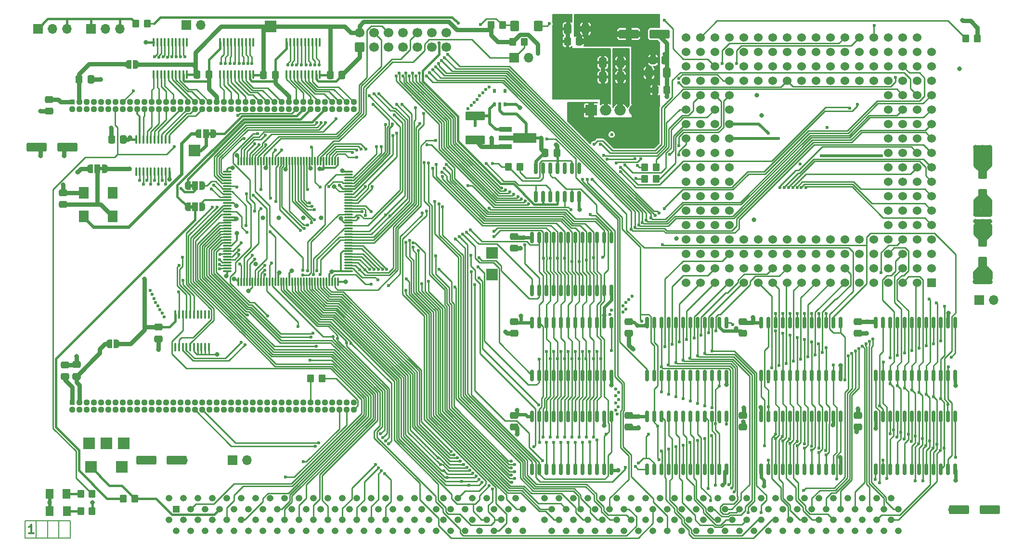
<source format=gbr>
G04 #@! TF.GenerationSoftware,KiCad,Pcbnew,7.0.6-0*
G04 #@! TF.CreationDate,2024-02-09T11:26:58+01:00*
G04 #@! TF.ProjectId,Z3660_v021b,5a333636-305f-4763-9032-31622e6b6963,v0.21a*
G04 #@! TF.SameCoordinates,Original*
G04 #@! TF.FileFunction,Copper,L1,Top*
G04 #@! TF.FilePolarity,Positive*
%FSLAX46Y46*%
G04 Gerber Fmt 4.6, Leading zero omitted, Abs format (unit mm)*
G04 Created by KiCad (PCBNEW 7.0.6-0) date 2024-02-09 11:26:58*
%MOMM*%
%LPD*%
G01*
G04 APERTURE LIST*
G04 Aperture macros list*
%AMRoundRect*
0 Rectangle with rounded corners*
0 $1 Rounding radius*
0 $2 $3 $4 $5 $6 $7 $8 $9 X,Y pos of 4 corners*
0 Add a 4 corners polygon primitive as box body*
4,1,4,$2,$3,$4,$5,$6,$7,$8,$9,$2,$3,0*
0 Add four circle primitives for the rounded corners*
1,1,$1+$1,$2,$3*
1,1,$1+$1,$4,$5*
1,1,$1+$1,$6,$7*
1,1,$1+$1,$8,$9*
0 Add four rect primitives between the rounded corners*
20,1,$1+$1,$2,$3,$4,$5,0*
20,1,$1+$1,$4,$5,$6,$7,0*
20,1,$1+$1,$6,$7,$8,$9,0*
20,1,$1+$1,$8,$9,$2,$3,0*%
%AMFreePoly0*
4,1,9,5.362500,-0.866500,1.237500,-0.866500,1.237500,-0.450000,-1.237500,-0.450000,-1.237500,0.450000,1.237500,0.450000,1.237500,0.866500,5.362500,0.866500,5.362500,-0.866500,5.362500,-0.866500,$1*%
%AMFreePoly1*
4,1,19,0.500000,-0.750000,0.000000,-0.750000,0.000000,-0.744911,-0.071157,-0.744911,-0.207708,-0.704816,-0.327430,-0.627875,-0.420627,-0.520320,-0.479746,-0.390866,-0.500000,-0.250000,-0.500000,0.250000,-0.479746,0.390866,-0.420627,0.520320,-0.327430,0.627875,-0.207708,0.704816,-0.071157,0.744911,0.000000,0.744911,0.000000,0.750000,0.500000,0.750000,0.500000,-0.750000,0.500000,-0.750000,
$1*%
%AMFreePoly2*
4,1,19,0.000000,0.744911,0.071157,0.744911,0.207708,0.704816,0.327430,0.627875,0.420627,0.520320,0.479746,0.390866,0.500000,0.250000,0.500000,-0.250000,0.479746,-0.390866,0.420627,-0.520320,0.327430,-0.627875,0.207708,-0.704816,0.071157,-0.744911,0.000000,-0.744911,0.000000,-0.750000,-0.500000,-0.750000,-0.500000,0.750000,0.000000,0.750000,0.000000,0.744911,0.000000,0.744911,
$1*%
%AMFreePoly3*
4,1,19,0.550000,-0.750000,0.000000,-0.750000,0.000000,-0.744911,-0.071157,-0.744911,-0.207708,-0.704816,-0.327430,-0.627875,-0.420627,-0.520320,-0.479746,-0.390866,-0.500000,-0.250000,-0.500000,0.250000,-0.479746,0.390866,-0.420627,0.520320,-0.327430,0.627875,-0.207708,0.704816,-0.071157,0.744911,0.000000,0.744911,0.000000,0.750000,0.550000,0.750000,0.550000,-0.750000,0.550000,-0.750000,
$1*%
%AMFreePoly4*
4,1,19,0.000000,0.744911,0.071157,0.744911,0.207708,0.704816,0.327430,0.627875,0.420627,0.520320,0.479746,0.390866,0.500000,0.250000,0.500000,-0.250000,0.479746,-0.390866,0.420627,-0.520320,0.327430,-0.627875,0.207708,-0.704816,0.071157,-0.744911,0.000000,-0.744911,0.000000,-0.750000,-0.550000,-0.750000,-0.550000,0.750000,0.000000,0.750000,0.000000,0.744911,0.000000,0.744911,
$1*%
G04 Aperture macros list end*
G04 #@! TA.AperFunction,NonConductor*
%ADD10C,0.150000*%
G04 #@! TD*
%ADD11C,0.300000*%
G04 #@! TA.AperFunction,NonConductor*
%ADD12C,0.300000*%
G04 #@! TD*
G04 #@! TA.AperFunction,SMDPad,CuDef*
%ADD13RoundRect,0.150000X0.150000X-0.825000X0.150000X0.825000X-0.150000X0.825000X-0.150000X-0.825000X0*%
G04 #@! TD*
G04 #@! TA.AperFunction,ComponentPad*
%ADD14R,1.700000X1.700000*%
G04 #@! TD*
G04 #@! TA.AperFunction,ComponentPad*
%ADD15O,1.700000X1.700000*%
G04 #@! TD*
G04 #@! TA.AperFunction,SMDPad,CuDef*
%ADD16RoundRect,0.075000X0.662500X0.075000X-0.662500X0.075000X-0.662500X-0.075000X0.662500X-0.075000X0*%
G04 #@! TD*
G04 #@! TA.AperFunction,SMDPad,CuDef*
%ADD17RoundRect,0.075000X0.075000X0.662500X-0.075000X0.662500X-0.075000X-0.662500X0.075000X-0.662500X0*%
G04 #@! TD*
G04 #@! TA.AperFunction,SMDPad,CuDef*
%ADD18RoundRect,0.250000X-1.500000X-0.550000X1.500000X-0.550000X1.500000X0.550000X-1.500000X0.550000X0*%
G04 #@! TD*
G04 #@! TA.AperFunction,SMDPad,CuDef*
%ADD19RoundRect,0.250000X0.550000X-1.500000X0.550000X1.500000X-0.550000X1.500000X-0.550000X-1.500000X0*%
G04 #@! TD*
G04 #@! TA.AperFunction,SMDPad,CuDef*
%ADD20RoundRect,0.250000X0.475000X-0.337500X0.475000X0.337500X-0.475000X0.337500X-0.475000X-0.337500X0*%
G04 #@! TD*
G04 #@! TA.AperFunction,SMDPad,CuDef*
%ADD21RoundRect,0.250000X-0.475000X0.337500X-0.475000X-0.337500X0.475000X-0.337500X0.475000X0.337500X0*%
G04 #@! TD*
G04 #@! TA.AperFunction,SMDPad,CuDef*
%ADD22RoundRect,0.250000X-0.350000X-0.450000X0.350000X-0.450000X0.350000X0.450000X-0.350000X0.450000X0*%
G04 #@! TD*
G04 #@! TA.AperFunction,SMDPad,CuDef*
%ADD23RoundRect,0.250000X-1.450000X0.537500X-1.450000X-0.537500X1.450000X-0.537500X1.450000X0.537500X0*%
G04 #@! TD*
G04 #@! TA.AperFunction,SMDPad,CuDef*
%ADD24R,2.300000X0.900000*%
G04 #@! TD*
G04 #@! TA.AperFunction,SMDPad,CuDef*
%ADD25FreePoly0,0.000000*%
G04 #@! TD*
G04 #@! TA.AperFunction,SMDPad,CuDef*
%ADD26RoundRect,0.250000X-0.337500X-0.475000X0.337500X-0.475000X0.337500X0.475000X-0.337500X0.475000X0*%
G04 #@! TD*
G04 #@! TA.AperFunction,SMDPad,CuDef*
%ADD27RoundRect,0.150000X0.150000X-0.875000X0.150000X0.875000X-0.150000X0.875000X-0.150000X-0.875000X0*%
G04 #@! TD*
G04 #@! TA.AperFunction,ComponentPad*
%ADD28RoundRect,0.250000X0.600000X-0.600000X0.600000X0.600000X-0.600000X0.600000X-0.600000X-0.600000X0*%
G04 #@! TD*
G04 #@! TA.AperFunction,ComponentPad*
%ADD29C,1.700000*%
G04 #@! TD*
G04 #@! TA.AperFunction,SMDPad,CuDef*
%ADD30R,1.800000X2.000000*%
G04 #@! TD*
G04 #@! TA.AperFunction,SMDPad,CuDef*
%ADD31RoundRect,0.250000X0.337500X0.475000X-0.337500X0.475000X-0.337500X-0.475000X0.337500X-0.475000X0*%
G04 #@! TD*
G04 #@! TA.AperFunction,SMDPad,CuDef*
%ADD32RoundRect,0.250000X-0.550000X1.500000X-0.550000X-1.500000X0.550000X-1.500000X0.550000X1.500000X0*%
G04 #@! TD*
G04 #@! TA.AperFunction,SMDPad,CuDef*
%ADD33RoundRect,0.250000X0.412500X0.650000X-0.412500X0.650000X-0.412500X-0.650000X0.412500X-0.650000X0*%
G04 #@! TD*
G04 #@! TA.AperFunction,SMDPad,CuDef*
%ADD34RoundRect,0.250000X-0.412500X-0.650000X0.412500X-0.650000X0.412500X0.650000X-0.412500X0.650000X0*%
G04 #@! TD*
G04 #@! TA.AperFunction,SMDPad,CuDef*
%ADD35RoundRect,0.250001X0.462499X0.624999X-0.462499X0.624999X-0.462499X-0.624999X0.462499X-0.624999X0*%
G04 #@! TD*
G04 #@! TA.AperFunction,SMDPad,CuDef*
%ADD36RoundRect,0.249998X-0.537502X-0.650002X0.537502X-0.650002X0.537502X0.650002X-0.537502X0.650002X0*%
G04 #@! TD*
G04 #@! TA.AperFunction,ComponentPad*
%ADD37R,2.000000X2.000000*%
G04 #@! TD*
G04 #@! TA.AperFunction,SMDPad,CuDef*
%ADD38FreePoly1,0.000000*%
G04 #@! TD*
G04 #@! TA.AperFunction,SMDPad,CuDef*
%ADD39FreePoly2,0.000000*%
G04 #@! TD*
G04 #@! TA.AperFunction,SMDPad,CuDef*
%ADD40FreePoly3,0.000000*%
G04 #@! TD*
G04 #@! TA.AperFunction,SMDPad,CuDef*
%ADD41R,1.000000X1.500000*%
G04 #@! TD*
G04 #@! TA.AperFunction,SMDPad,CuDef*
%ADD42FreePoly4,0.000000*%
G04 #@! TD*
G04 #@! TA.AperFunction,SMDPad,CuDef*
%ADD43RoundRect,0.100000X0.100000X-0.637500X0.100000X0.637500X-0.100000X0.637500X-0.100000X-0.637500X0*%
G04 #@! TD*
G04 #@! TA.AperFunction,SMDPad,CuDef*
%ADD44RoundRect,0.100000X-0.100000X0.637500X-0.100000X-0.637500X0.100000X-0.637500X0.100000X0.637500X0*%
G04 #@! TD*
G04 #@! TA.AperFunction,SMDPad,CuDef*
%ADD45FreePoly3,180.000000*%
G04 #@! TD*
G04 #@! TA.AperFunction,SMDPad,CuDef*
%ADD46FreePoly4,180.000000*%
G04 #@! TD*
G04 #@! TA.AperFunction,SMDPad,CuDef*
%ADD47RoundRect,0.250000X0.350000X0.450000X-0.350000X0.450000X-0.350000X-0.450000X0.350000X-0.450000X0*%
G04 #@! TD*
G04 #@! TA.AperFunction,SMDPad,CuDef*
%ADD48R,0.510000X0.700000*%
G04 #@! TD*
G04 #@! TA.AperFunction,ComponentPad*
%ADD49R,2.000000X1.905000*%
G04 #@! TD*
G04 #@! TA.AperFunction,ComponentPad*
%ADD50O,2.000000X1.905000*%
G04 #@! TD*
G04 #@! TA.AperFunction,ComponentPad*
%ADD51C,1.524000*%
G04 #@! TD*
G04 #@! TA.AperFunction,ComponentPad*
%ADD52R,1.524000X1.524000*%
G04 #@! TD*
G04 #@! TA.AperFunction,ComponentPad*
%ADD53R,0.950000X0.950000*%
G04 #@! TD*
G04 #@! TA.AperFunction,ComponentPad*
%ADD54RoundRect,0.237500X-0.237500X0.237500X-0.237500X-0.237500X0.237500X-0.237500X0.237500X0.237500X0*%
G04 #@! TD*
G04 #@! TA.AperFunction,ComponentPad*
%ADD55R,1.200000X1.200000*%
G04 #@! TD*
G04 #@! TA.AperFunction,ComponentPad*
%ADD56O,1.200000X1.200000*%
G04 #@! TD*
G04 #@! TA.AperFunction,ViaPad*
%ADD57C,0.800000*%
G04 #@! TD*
G04 #@! TA.AperFunction,ViaPad*
%ADD58C,0.600000*%
G04 #@! TD*
G04 #@! TA.AperFunction,Conductor*
%ADD59C,0.300000*%
G04 #@! TD*
G04 #@! TA.AperFunction,Conductor*
%ADD60C,0.800000*%
G04 #@! TD*
G04 #@! TA.AperFunction,Conductor*
%ADD61C,0.600000*%
G04 #@! TD*
G04 #@! TA.AperFunction,Conductor*
%ADD62C,0.400000*%
G04 #@! TD*
G04 #@! TA.AperFunction,Conductor*
%ADD63C,0.250000*%
G04 #@! TD*
G04 #@! TA.AperFunction,Conductor*
%ADD64C,0.500000*%
G04 #@! TD*
G04 APERTURE END LIST*
D10*
X80582000Y-122047000D02*
X80582000Y-118999000D01*
X88582000Y-118999000D02*
X88582000Y-122047000D01*
X84582000Y-118999000D02*
X84582000Y-122047000D01*
X82582000Y-118999000D02*
X82582000Y-122047000D01*
X80582000Y-118999000D02*
X88582000Y-118999000D01*
X88582000Y-122047000D02*
X80582000Y-122047000D01*
X86582000Y-118999000D02*
X86582000Y-122047000D01*
D11*
D12*
X82147572Y-121201328D02*
X81290429Y-121201328D01*
X81719000Y-121201328D02*
X81719000Y-119701328D01*
X81719000Y-119701328D02*
X81576143Y-119915614D01*
X81576143Y-119915614D02*
X81433286Y-120058471D01*
X81433286Y-120058471D02*
X81290429Y-120129900D01*
G04 #@! TA.AperFunction,EtchedComponent*
G36*
X110110800Y-64054000D02*
G01*
X109610800Y-64054000D01*
X109610800Y-63454000D01*
X110110800Y-63454000D01*
X110110800Y-64054000D01*
G37*
G04 #@! TD.AperFunction*
G04 #@! TA.AperFunction,EtchedComponent*
G36*
X110110800Y-60294800D02*
G01*
X109610800Y-60294800D01*
X109610800Y-59694800D01*
X110110800Y-59694800D01*
X110110800Y-60294800D01*
G37*
G04 #@! TD.AperFunction*
G04 #@! TA.AperFunction,EtchedComponent*
G36*
X113315600Y-51185600D02*
G01*
X112815600Y-51185600D01*
X112815600Y-50585600D01*
X113315600Y-50585600D01*
X113315600Y-51185600D01*
G37*
G04 #@! TD.AperFunction*
G04 #@! TA.AperFunction,EtchedComponent*
G36*
X94240400Y-57297600D02*
G01*
X93740400Y-57297600D01*
X93740400Y-56697600D01*
X94240400Y-56697600D01*
X94240400Y-57297600D01*
G37*
G04 #@! TD.AperFunction*
D13*
X170474000Y-61927000D03*
X171744000Y-61927000D03*
X173014000Y-61927000D03*
X174284000Y-61927000D03*
X175554000Y-61927000D03*
X176824000Y-61927000D03*
X178094000Y-61927000D03*
X178094000Y-56977000D03*
X176824000Y-56977000D03*
X175554000Y-56977000D03*
X174284000Y-56977000D03*
X173014000Y-56977000D03*
X171744000Y-56977000D03*
X170474000Y-56977000D03*
D14*
X248412000Y-80137000D03*
D15*
X250952000Y-80137000D03*
D16*
X137535500Y-75044000D03*
X137535500Y-74544000D03*
X137535500Y-74044000D03*
X137535500Y-73544000D03*
X137535500Y-73044000D03*
X137535500Y-72544000D03*
X137535500Y-72044000D03*
X137535500Y-71544000D03*
X137535500Y-71044000D03*
X137535500Y-70544000D03*
X137535500Y-70044000D03*
X137535500Y-69544000D03*
X137535500Y-69044000D03*
X137535500Y-68544000D03*
X137535500Y-68044000D03*
X137535500Y-67544000D03*
X137535500Y-67044000D03*
X137535500Y-66544000D03*
X137535500Y-66044000D03*
X137535500Y-65544000D03*
X137535500Y-65044000D03*
X137535500Y-64544000D03*
X137535500Y-64044000D03*
X137535500Y-63544000D03*
X137535500Y-63044000D03*
X137535500Y-62544000D03*
X137535500Y-62044000D03*
X137535500Y-61544000D03*
X137535500Y-61044000D03*
X137535500Y-60544000D03*
X137535500Y-60044000D03*
X137535500Y-59544000D03*
X137535500Y-59044000D03*
X137535500Y-58544000D03*
X137535500Y-58044000D03*
X137535500Y-57544000D03*
D17*
X135623000Y-55631500D03*
X135123000Y-55631500D03*
X134623000Y-55631500D03*
X134123000Y-55631500D03*
X133623000Y-55631500D03*
X133123000Y-55631500D03*
X132623000Y-55631500D03*
X132123000Y-55631500D03*
X131623000Y-55631500D03*
X131123000Y-55631500D03*
X130623000Y-55631500D03*
X130123000Y-55631500D03*
X129623000Y-55631500D03*
X129123000Y-55631500D03*
X128623000Y-55631500D03*
X128123000Y-55631500D03*
X127623000Y-55631500D03*
X127123000Y-55631500D03*
X126623000Y-55631500D03*
X126123000Y-55631500D03*
X125623000Y-55631500D03*
X125123000Y-55631500D03*
X124623000Y-55631500D03*
X124123000Y-55631500D03*
X123623000Y-55631500D03*
X123123000Y-55631500D03*
X122623000Y-55631500D03*
X122123000Y-55631500D03*
X121623000Y-55631500D03*
X121123000Y-55631500D03*
X120623000Y-55631500D03*
X120123000Y-55631500D03*
X119623000Y-55631500D03*
X119123000Y-55631500D03*
X118623000Y-55631500D03*
X118123000Y-55631500D03*
D16*
X116210500Y-57544000D03*
X116210500Y-58044000D03*
X116210500Y-58544000D03*
X116210500Y-59044000D03*
X116210500Y-59544000D03*
X116210500Y-60044000D03*
X116210500Y-60544000D03*
X116210500Y-61044000D03*
X116210500Y-61544000D03*
X116210500Y-62044000D03*
X116210500Y-62544000D03*
X116210500Y-63044000D03*
X116210500Y-63544000D03*
X116210500Y-64044000D03*
X116210500Y-64544000D03*
X116210500Y-65044000D03*
X116210500Y-65544000D03*
X116210500Y-66044000D03*
X116210500Y-66544000D03*
X116210500Y-67044000D03*
X116210500Y-67544000D03*
X116210500Y-68044000D03*
X116210500Y-68544000D03*
X116210500Y-69044000D03*
X116210500Y-69544000D03*
X116210500Y-70044000D03*
X116210500Y-70544000D03*
X116210500Y-71044000D03*
X116210500Y-71544000D03*
X116210500Y-72044000D03*
X116210500Y-72544000D03*
X116210500Y-73044000D03*
X116210500Y-73544000D03*
X116210500Y-74044000D03*
X116210500Y-74544000D03*
X116210500Y-75044000D03*
D17*
X118123000Y-76956500D03*
X118623000Y-76956500D03*
X119123000Y-76956500D03*
X119623000Y-76956500D03*
X120123000Y-76956500D03*
X120623000Y-76956500D03*
X121123000Y-76956500D03*
X121623000Y-76956500D03*
X122123000Y-76956500D03*
X122623000Y-76956500D03*
X123123000Y-76956500D03*
X123623000Y-76956500D03*
X124123000Y-76956500D03*
X124623000Y-76956500D03*
X125123000Y-76956500D03*
X125623000Y-76956500D03*
X126123000Y-76956500D03*
X126623000Y-76956500D03*
X127123000Y-76956500D03*
X127623000Y-76956500D03*
X128123000Y-76956500D03*
X128623000Y-76956500D03*
X129123000Y-76956500D03*
X129623000Y-76956500D03*
X130123000Y-76956500D03*
X130623000Y-76956500D03*
X131123000Y-76956500D03*
X131623000Y-76956500D03*
X132123000Y-76956500D03*
X132623000Y-76956500D03*
X133123000Y-76956500D03*
X133623000Y-76956500D03*
X134123000Y-76956500D03*
X134623000Y-76956500D03*
X135123000Y-76956500D03*
X135623000Y-76956500D03*
D18*
X101927700Y-108305600D03*
X107327700Y-108305600D03*
X82694800Y-53238398D03*
X88094800Y-53238398D03*
X186784000Y-33300000D03*
X192184000Y-33300000D03*
X244873800Y-117017800D03*
X250273800Y-117017800D03*
D19*
X249047000Y-74328000D03*
X249047000Y-68928000D03*
D20*
X87274400Y-63318300D03*
X87274400Y-61243300D03*
D21*
X206883000Y-100435500D03*
X206883000Y-102510500D03*
D22*
X168386000Y-34696400D03*
X166386000Y-34696400D03*
D23*
X159766000Y-47697300D03*
X159766000Y-51972300D03*
D24*
X165083600Y-50112800D03*
D25*
X165171100Y-51612800D03*
D24*
X165083600Y-53112800D03*
D26*
X172063500Y-54245000D03*
X174138500Y-54245000D03*
D21*
X166624000Y-68939500D03*
X166624000Y-71014500D03*
X166624000Y-83925500D03*
X166624000Y-86000500D03*
X206883000Y-83925500D03*
X206883000Y-86000500D03*
X166624000Y-100435500D03*
X166624000Y-102510500D03*
X227076000Y-83925500D03*
X227076000Y-86000500D03*
X186817000Y-83925500D03*
X186817000Y-86000500D03*
X186817000Y-100435500D03*
X186817000Y-102510500D03*
D22*
X191627000Y-58801000D03*
X189627000Y-58801000D03*
X191611000Y-56769000D03*
X189611000Y-56769000D03*
D27*
X189992000Y-93423000D03*
X191262000Y-93423000D03*
X192532000Y-93423000D03*
X193802000Y-93423000D03*
X195072000Y-93423000D03*
X196342000Y-93423000D03*
X197612000Y-93423000D03*
X198882000Y-93423000D03*
X200152000Y-93423000D03*
X201422000Y-93423000D03*
X202692000Y-93423000D03*
X203962000Y-93423000D03*
X203962000Y-84123000D03*
X202692000Y-84123000D03*
X201422000Y-84123000D03*
X200152000Y-84123000D03*
X198882000Y-84123000D03*
X197612000Y-84123000D03*
X196342000Y-84123000D03*
X195072000Y-84123000D03*
X193802000Y-84123000D03*
X192532000Y-84123000D03*
X191262000Y-84123000D03*
X189992000Y-84123000D03*
X169799000Y-93423000D03*
X171069000Y-93423000D03*
X172339000Y-93423000D03*
X173609000Y-93423000D03*
X174879000Y-93423000D03*
X176149000Y-93423000D03*
X177419000Y-93423000D03*
X178689000Y-93423000D03*
X179959000Y-93423000D03*
X181229000Y-93423000D03*
X182499000Y-93423000D03*
X183769000Y-93423000D03*
X183769000Y-84123000D03*
X182499000Y-84123000D03*
X181229000Y-84123000D03*
X179959000Y-84123000D03*
X178689000Y-84123000D03*
X177419000Y-84123000D03*
X176149000Y-84123000D03*
X174879000Y-84123000D03*
X173609000Y-84123000D03*
X172339000Y-84123000D03*
X171069000Y-84123000D03*
X169799000Y-84123000D03*
X210058000Y-93423000D03*
X211328000Y-93423000D03*
X212598000Y-93423000D03*
X213868000Y-93423000D03*
X215138000Y-93423000D03*
X216408000Y-93423000D03*
X217678000Y-93423000D03*
X218948000Y-93423000D03*
X220218000Y-93423000D03*
X221488000Y-93423000D03*
X222758000Y-93423000D03*
X224028000Y-93423000D03*
X224028000Y-84123000D03*
X222758000Y-84123000D03*
X221488000Y-84123000D03*
X220218000Y-84123000D03*
X218948000Y-84123000D03*
X217678000Y-84123000D03*
X216408000Y-84123000D03*
X215138000Y-84123000D03*
X213868000Y-84123000D03*
X212598000Y-84123000D03*
X211328000Y-84123000D03*
X210058000Y-84123000D03*
X230251000Y-93423000D03*
X231521000Y-93423000D03*
X232791000Y-93423000D03*
X234061000Y-93423000D03*
X235331000Y-93423000D03*
X236601000Y-93423000D03*
X237871000Y-93423000D03*
X239141000Y-93423000D03*
X240411000Y-93423000D03*
X241681000Y-93423000D03*
X242951000Y-93423000D03*
X244221000Y-93423000D03*
X244221000Y-84123000D03*
X242951000Y-84123000D03*
X241681000Y-84123000D03*
X240411000Y-84123000D03*
X239141000Y-84123000D03*
X237871000Y-84123000D03*
X236601000Y-84123000D03*
X235331000Y-84123000D03*
X234061000Y-84123000D03*
X232791000Y-84123000D03*
X231521000Y-84123000D03*
X230251000Y-84123000D03*
D14*
X108981000Y-31750000D03*
D15*
X111521000Y-31750000D03*
D21*
X227076000Y-100435500D03*
X227076000Y-102510500D03*
D28*
X139446000Y-35610800D03*
D29*
X139446000Y-33070800D03*
X141986000Y-35610800D03*
X141986000Y-33070800D03*
X144526000Y-35610800D03*
X144526000Y-33070800D03*
X147066000Y-35610800D03*
X147066000Y-33070800D03*
X149606000Y-35610800D03*
X149606000Y-33070800D03*
X152146000Y-35610800D03*
X152146000Y-33070800D03*
X154686000Y-35610800D03*
X154686000Y-33070800D03*
D30*
X96012000Y-61247600D03*
X90932000Y-61247600D03*
X90932000Y-65447600D03*
X96012000Y-65447600D03*
D31*
X178075500Y-34594800D03*
X176000500Y-34594800D03*
D32*
X249047000Y-56990000D03*
X249047000Y-62390000D03*
D33*
X179197000Y-32359600D03*
X176072000Y-32359600D03*
D34*
X190359500Y-40132000D03*
X193484500Y-40132000D03*
D33*
X185331500Y-38354000D03*
X182206500Y-38354000D03*
X185331500Y-40894000D03*
X182206500Y-40894000D03*
D26*
X191409500Y-43180000D03*
X193484500Y-43180000D03*
X191062500Y-37900000D03*
X193137500Y-37900000D03*
D21*
X84836000Y-44809500D03*
X84836000Y-46884500D03*
D20*
X87613000Y-93620500D03*
X87613000Y-91545500D03*
X89645000Y-93599000D03*
X89645000Y-91524000D03*
D27*
X169799000Y-78437000D03*
X171069000Y-78437000D03*
X172339000Y-78437000D03*
X173609000Y-78437000D03*
X174879000Y-78437000D03*
X176149000Y-78437000D03*
X177419000Y-78437000D03*
X178689000Y-78437000D03*
X179959000Y-78437000D03*
X181229000Y-78437000D03*
X182499000Y-78437000D03*
X183769000Y-78437000D03*
X183769000Y-69137000D03*
X182499000Y-69137000D03*
X181229000Y-69137000D03*
X179959000Y-69137000D03*
X178689000Y-69137000D03*
X177419000Y-69137000D03*
X176149000Y-69137000D03*
X174879000Y-69137000D03*
X173609000Y-69137000D03*
X172339000Y-69137000D03*
X171069000Y-69137000D03*
X169799000Y-69137000D03*
X230251000Y-109933000D03*
X231521000Y-109933000D03*
X232791000Y-109933000D03*
X234061000Y-109933000D03*
X235331000Y-109933000D03*
X236601000Y-109933000D03*
X237871000Y-109933000D03*
X239141000Y-109933000D03*
X240411000Y-109933000D03*
X241681000Y-109933000D03*
X242951000Y-109933000D03*
X244221000Y-109933000D03*
X244221000Y-100633000D03*
X242951000Y-100633000D03*
X241681000Y-100633000D03*
X240411000Y-100633000D03*
X239141000Y-100633000D03*
X237871000Y-100633000D03*
X236601000Y-100633000D03*
X235331000Y-100633000D03*
X234061000Y-100633000D03*
X232791000Y-100633000D03*
X231521000Y-100633000D03*
X230251000Y-100633000D03*
X210058000Y-109933000D03*
X211328000Y-109933000D03*
X212598000Y-109933000D03*
X213868000Y-109933000D03*
X215138000Y-109933000D03*
X216408000Y-109933000D03*
X217678000Y-109933000D03*
X218948000Y-109933000D03*
X220218000Y-109933000D03*
X221488000Y-109933000D03*
X222758000Y-109933000D03*
X224028000Y-109933000D03*
X224028000Y-100633000D03*
X222758000Y-100633000D03*
X221488000Y-100633000D03*
X220218000Y-100633000D03*
X218948000Y-100633000D03*
X217678000Y-100633000D03*
X216408000Y-100633000D03*
X215138000Y-100633000D03*
X213868000Y-100633000D03*
X212598000Y-100633000D03*
X211328000Y-100633000D03*
X210058000Y-100633000D03*
X189992000Y-109933000D03*
X191262000Y-109933000D03*
X192532000Y-109933000D03*
X193802000Y-109933000D03*
X195072000Y-109933000D03*
X196342000Y-109933000D03*
X197612000Y-109933000D03*
X198882000Y-109933000D03*
X200152000Y-109933000D03*
X201422000Y-109933000D03*
X202692000Y-109933000D03*
X203962000Y-109933000D03*
X203962000Y-100633000D03*
X202692000Y-100633000D03*
X201422000Y-100633000D03*
X200152000Y-100633000D03*
X198882000Y-100633000D03*
X197612000Y-100633000D03*
X196342000Y-100633000D03*
X195072000Y-100633000D03*
X193802000Y-100633000D03*
X192532000Y-100633000D03*
X191262000Y-100633000D03*
X189992000Y-100633000D03*
X169799000Y-109933000D03*
X171069000Y-109933000D03*
X172339000Y-109933000D03*
X173609000Y-109933000D03*
X174879000Y-109933000D03*
X176149000Y-109933000D03*
X177419000Y-109933000D03*
X178689000Y-109933000D03*
X179959000Y-109933000D03*
X181229000Y-109933000D03*
X182499000Y-109933000D03*
X183769000Y-109933000D03*
X183769000Y-100633000D03*
X182499000Y-100633000D03*
X181229000Y-100633000D03*
X179959000Y-100633000D03*
X178689000Y-100633000D03*
X177419000Y-100633000D03*
X176149000Y-100633000D03*
X174879000Y-100633000D03*
X173609000Y-100633000D03*
X172339000Y-100633000D03*
X171069000Y-100633000D03*
X169799000Y-100633000D03*
D35*
X87926500Y-114300000D03*
X84951500Y-114300000D03*
D22*
X92424000Y-114300000D03*
X90424000Y-114300000D03*
D35*
X87953487Y-117348000D03*
X84978487Y-117348000D03*
D22*
X92424000Y-117348000D03*
X90424000Y-117348000D03*
D36*
X166695500Y-31869000D03*
X170870500Y-31869000D03*
D26*
X90119200Y-41300400D03*
X92194200Y-41300400D03*
D37*
X123768000Y-32004000D03*
X162712400Y-75641200D03*
X110388400Y-53797200D03*
X92178000Y-109551600D03*
X97613600Y-109551600D03*
D22*
X164576000Y-31742000D03*
X162576000Y-31742000D03*
D38*
X98791000Y-38622800D03*
D39*
X100091000Y-38622800D03*
D40*
X109210800Y-63754000D03*
D41*
X110510800Y-63754000D03*
D42*
X111810800Y-63754000D03*
D21*
X104057200Y-84916100D03*
X104057200Y-86991100D03*
D40*
X109210800Y-59994800D03*
D41*
X110510800Y-59994800D03*
D42*
X111810800Y-59994800D03*
D37*
X94921200Y-105386000D03*
D26*
X110849500Y-40452800D03*
X112924500Y-40452800D03*
D43*
X107075800Y-88441700D03*
X107725800Y-88441700D03*
X108375800Y-88441700D03*
X109025800Y-88441700D03*
X109675800Y-88441700D03*
X110325800Y-88441700D03*
X110975800Y-88441700D03*
X111625800Y-88441700D03*
X112275800Y-88441700D03*
X112925800Y-88441700D03*
X112925800Y-82716700D03*
X112275800Y-82716700D03*
X111625800Y-82716700D03*
X110975800Y-82716700D03*
X110325800Y-82716700D03*
X109675800Y-82716700D03*
X109025800Y-82716700D03*
X108375800Y-82716700D03*
X107725800Y-82716700D03*
X107075800Y-82716700D03*
D44*
X109097000Y-34729500D03*
X108447000Y-34729500D03*
X107797000Y-34729500D03*
X107147000Y-34729500D03*
X106497000Y-34729500D03*
X105847000Y-34729500D03*
X105197000Y-34729500D03*
X104547000Y-34729500D03*
X103897000Y-34729500D03*
X103247000Y-34729500D03*
X103247000Y-40454500D03*
X103897000Y-40454500D03*
X104547000Y-40454500D03*
X105197000Y-40454500D03*
X105847000Y-40454500D03*
X106497000Y-40454500D03*
X107147000Y-40454500D03*
X107797000Y-40454500D03*
X108447000Y-40454500D03*
X109097000Y-40454500D03*
D45*
X113715600Y-50885600D03*
D41*
X112415600Y-50885600D03*
D46*
X111115600Y-50885600D03*
D14*
X166624000Y-37490400D03*
D15*
X169164000Y-37490400D03*
D47*
X97907600Y-115112800D03*
X99907600Y-115112800D03*
X130826000Y-93929200D03*
X132826000Y-93929200D03*
D14*
X117094000Y-108331000D03*
D15*
X119634000Y-108331000D03*
D45*
X94640400Y-56997600D03*
D41*
X93340400Y-56997600D03*
D46*
X92040400Y-56997600D03*
D26*
X134293700Y-40503600D03*
X136368700Y-40503600D03*
D31*
X97929100Y-51834800D03*
X95854100Y-51834800D03*
D22*
X102117400Y-31460000D03*
X100117400Y-31460000D03*
D47*
X246065800Y-34101600D03*
X248065800Y-34101600D03*
X165640000Y-56692800D03*
X167640000Y-56692800D03*
D48*
X163134000Y-45660800D03*
X164084000Y-45660800D03*
X165034000Y-45660800D03*
X165034000Y-43340800D03*
X163134000Y-43340800D03*
D37*
X97969200Y-105386000D03*
D14*
X82895300Y-32361200D03*
D15*
X85435300Y-32361200D03*
X87975300Y-32361200D03*
D43*
X100144000Y-57567500D03*
X100794000Y-57567500D03*
X101444000Y-57567500D03*
X102094000Y-57567500D03*
X102744000Y-57567500D03*
X103394000Y-57567500D03*
X104044000Y-57567500D03*
X104694000Y-57567500D03*
X105344000Y-57567500D03*
X105994000Y-57567500D03*
X105994000Y-51842500D03*
X105344000Y-51842500D03*
X104694000Y-51842500D03*
X104044000Y-51842500D03*
X103394000Y-51842500D03*
X102744000Y-51842500D03*
X102094000Y-51842500D03*
X101444000Y-51842500D03*
X100794000Y-51842500D03*
X100144000Y-51842500D03*
D49*
X180213000Y-46736000D03*
D50*
X182753000Y-46736000D03*
X185293000Y-46736000D03*
X187833000Y-46736000D03*
D38*
X95412800Y-87833200D03*
D39*
X96712800Y-87833200D03*
D14*
X92191700Y-32361200D03*
D15*
X94731700Y-32361200D03*
X97271700Y-32361200D03*
D44*
X132465000Y-34745500D03*
X131815000Y-34745500D03*
X131165000Y-34745500D03*
X130515000Y-34745500D03*
X129865000Y-34745500D03*
X129215000Y-34745500D03*
X128565000Y-34745500D03*
X127915000Y-34745500D03*
X127265000Y-34745500D03*
X126615000Y-34745500D03*
X126615000Y-40470500D03*
X127265000Y-40470500D03*
X127915000Y-40470500D03*
X128565000Y-40470500D03*
X129215000Y-40470500D03*
X129865000Y-40470500D03*
X130515000Y-40470500D03*
X131165000Y-40470500D03*
X131815000Y-40470500D03*
X132465000Y-40470500D03*
X120781000Y-34745500D03*
X120131000Y-34745500D03*
X119481000Y-34745500D03*
X118831000Y-34745500D03*
X118181000Y-34745500D03*
X117531000Y-34745500D03*
X116881000Y-34745500D03*
X116231000Y-34745500D03*
X115581000Y-34745500D03*
X114931000Y-34745500D03*
X114931000Y-40470500D03*
X115581000Y-40470500D03*
X116231000Y-40470500D03*
X116881000Y-40470500D03*
X117531000Y-40470500D03*
X118181000Y-40470500D03*
X118831000Y-40470500D03*
X119481000Y-40470500D03*
X120131000Y-40470500D03*
X120781000Y-40470500D03*
D37*
X91873200Y-105386000D03*
D26*
X122558900Y-40503600D03*
X124633900Y-40503600D03*
D37*
X162712400Y-71882000D03*
D51*
X204495000Y-41490900D03*
X207035000Y-41490900D03*
X209575000Y-41490900D03*
X212115000Y-41490900D03*
X214655000Y-41490900D03*
X217195000Y-41490900D03*
X219735000Y-41490900D03*
X222275000Y-41490900D03*
X224815000Y-41490900D03*
X227355000Y-41490900D03*
X229895000Y-41490900D03*
X232435000Y-41490900D03*
X204495000Y-44030900D03*
X232435000Y-44030900D03*
X204495000Y-46570900D03*
X204495000Y-49110900D03*
X204495000Y-51650900D03*
X232435000Y-51650900D03*
X204495000Y-54190900D03*
X204495000Y-56730900D03*
X232435000Y-56730900D03*
X204495000Y-59270900D03*
X232435000Y-59270900D03*
X204495000Y-61810900D03*
X232435000Y-61810900D03*
X204495000Y-64350900D03*
X232435000Y-64350900D03*
X204495000Y-66890900D03*
X232435000Y-66890900D03*
X204495000Y-69430900D03*
X212115000Y-69430900D03*
X217195000Y-69430900D03*
X222275000Y-69430900D03*
X196875000Y-33870900D03*
X199415000Y-33870900D03*
X201955000Y-33870900D03*
X204495000Y-33870900D03*
X207035000Y-33870900D03*
X209575000Y-33870900D03*
X212115000Y-33870900D03*
X214655000Y-33870900D03*
X217195000Y-33870900D03*
X219735000Y-33870900D03*
X222275000Y-33870900D03*
X224815000Y-33870900D03*
X227355000Y-33870900D03*
X229895000Y-33870900D03*
X232435000Y-33870900D03*
X234975000Y-33870900D03*
X237515000Y-33870900D03*
X196875000Y-36410900D03*
X199415000Y-36410900D03*
X201955000Y-36410900D03*
X204495000Y-36410900D03*
X207035000Y-36410900D03*
X209575000Y-36410900D03*
X212115000Y-36410900D03*
X214655000Y-36410900D03*
X217195000Y-36410900D03*
X219735000Y-36410900D03*
X222275000Y-36410900D03*
X224815000Y-36410900D03*
X227355000Y-36410900D03*
X229895000Y-36410900D03*
X232435000Y-36410900D03*
X234975000Y-36410900D03*
X237515000Y-36410900D03*
X240055000Y-36410900D03*
X196875000Y-38950900D03*
X199415000Y-38950900D03*
X201955000Y-38950900D03*
X204495000Y-38950900D03*
X207035000Y-38950900D03*
X209575000Y-38950900D03*
X212115000Y-38950900D03*
X214655000Y-38950900D03*
X217195000Y-38950900D03*
X219735000Y-38950900D03*
X222275000Y-38950900D03*
X224815000Y-38950900D03*
X227355000Y-38950900D03*
X229895000Y-38950900D03*
X232435000Y-38950900D03*
X234975000Y-38950900D03*
X237515000Y-38950900D03*
X240055000Y-38950900D03*
X196875000Y-41490900D03*
X199415000Y-41490900D03*
X201955000Y-41490900D03*
X234975000Y-41490900D03*
X237515000Y-41490900D03*
X240055000Y-41490900D03*
X196875000Y-44030900D03*
X199415000Y-44030900D03*
X201955000Y-44030900D03*
X234975000Y-44030900D03*
X237515000Y-44030900D03*
X240055000Y-44030900D03*
X196875000Y-46570900D03*
X199415000Y-46570900D03*
X201955000Y-46570900D03*
X234975000Y-46570900D03*
X237515000Y-46570900D03*
X240055000Y-46570900D03*
X196875000Y-49110900D03*
X199415000Y-49110900D03*
X201955000Y-49110900D03*
X234975000Y-49110900D03*
X237515000Y-49110900D03*
X240055000Y-49110900D03*
X196875000Y-51650900D03*
X199415000Y-51650900D03*
X201955000Y-51650900D03*
X234975000Y-51650900D03*
X237515000Y-51650900D03*
X240055000Y-51650900D03*
X196875000Y-54190900D03*
X199415000Y-54190900D03*
X201955000Y-54190900D03*
X234975000Y-54190900D03*
X237515000Y-54190900D03*
X240055000Y-54190900D03*
X196875000Y-56730900D03*
X199415000Y-56730900D03*
X201955000Y-56730900D03*
X234975000Y-56730900D03*
X237515000Y-56730900D03*
X240055000Y-56730900D03*
X196875000Y-59270900D03*
X199415000Y-59270900D03*
X201955000Y-59270900D03*
X234975000Y-59270900D03*
X237515000Y-59270900D03*
X240055000Y-59270900D03*
X196875000Y-61810900D03*
X199415000Y-61810900D03*
X201955000Y-61810900D03*
X234975000Y-61810900D03*
X237515000Y-61810900D03*
X240055000Y-61810900D03*
X196875000Y-64350900D03*
X199415000Y-64350900D03*
X201955000Y-64350900D03*
X234975000Y-64350900D03*
X237515000Y-64350900D03*
X240055000Y-64350900D03*
X196875000Y-66890900D03*
X199415000Y-66890900D03*
X201955000Y-66890900D03*
X234975000Y-66890900D03*
X237515000Y-66890900D03*
X240055000Y-66890900D03*
X196875000Y-69430900D03*
X199415000Y-69430900D03*
X201955000Y-69430900D03*
X234975000Y-69430900D03*
X237515000Y-69430900D03*
X240055000Y-69430900D03*
X196875000Y-71970900D03*
X199415000Y-71970900D03*
X201955000Y-71970900D03*
X204495000Y-71970900D03*
X207035000Y-71970900D03*
X209575000Y-71970900D03*
X212115000Y-71970900D03*
X214655000Y-71970900D03*
X217195000Y-71970900D03*
X219735000Y-71970900D03*
X222275000Y-71970900D03*
X224815000Y-71970900D03*
X227355000Y-71970900D03*
X229895000Y-71970900D03*
X232435000Y-71970900D03*
X234975000Y-71970900D03*
X237515000Y-71970900D03*
X240055000Y-71970900D03*
X196875000Y-74510900D03*
X199415000Y-74510900D03*
X201955000Y-74510900D03*
X204495000Y-74510900D03*
X207035000Y-74510900D03*
X209575000Y-74510900D03*
X212115000Y-74510900D03*
X214655000Y-74510900D03*
X217195000Y-74510900D03*
X219735000Y-74510900D03*
X222275000Y-74510900D03*
X224815000Y-74510900D03*
X227355000Y-74510900D03*
X229895000Y-74510900D03*
X232435000Y-74510900D03*
X234975000Y-74510900D03*
X214655000Y-69430900D03*
X219735000Y-69430900D03*
X224815000Y-69430900D03*
X227355000Y-69430900D03*
X232435000Y-46570900D03*
X232435000Y-49110900D03*
X232435000Y-54190900D03*
X237515000Y-74510900D03*
X240055000Y-74510900D03*
X196875000Y-77050900D03*
X199415000Y-77050900D03*
X201955000Y-77050900D03*
X204495000Y-77050900D03*
X207035000Y-77050900D03*
X209575000Y-77050900D03*
X212115000Y-77050900D03*
X214655000Y-77050900D03*
X217195000Y-77050900D03*
X219735000Y-77050900D03*
X222275000Y-77050900D03*
X224815000Y-77050900D03*
X227355000Y-77050900D03*
X229895000Y-77050900D03*
X232435000Y-77050900D03*
X234975000Y-77050900D03*
X237515000Y-77050900D03*
D52*
X240055000Y-77050900D03*
D51*
X207035000Y-69430900D03*
X209575000Y-69430900D03*
X229895000Y-69430900D03*
X232435000Y-69430900D03*
D53*
X88883000Y-45256500D03*
D54*
X88883000Y-46526500D03*
X90153000Y-45256500D03*
X90153000Y-46526500D03*
X91423000Y-45256500D03*
X91423000Y-46526500D03*
X92693000Y-45256500D03*
X92693000Y-46526500D03*
X93963000Y-45256500D03*
X93963000Y-46526500D03*
X95233000Y-45256500D03*
X95233000Y-46526500D03*
X96503000Y-45256500D03*
X96503000Y-46526500D03*
X97773000Y-45256500D03*
X97773000Y-46526500D03*
X99043000Y-45256500D03*
X99043000Y-46526500D03*
X100313000Y-45256500D03*
X100313000Y-46526500D03*
X101583000Y-45256500D03*
X101583000Y-46526500D03*
X102853000Y-45256500D03*
X102853000Y-46526500D03*
X104123000Y-45256500D03*
X104123000Y-46526500D03*
X105393000Y-45256500D03*
X105393000Y-46526500D03*
X106663000Y-45256500D03*
X106663000Y-46526500D03*
X107933000Y-45256500D03*
X107933000Y-46526500D03*
X109203000Y-45256500D03*
X109203000Y-46526500D03*
X110473000Y-45256500D03*
X110473000Y-46526500D03*
X111743000Y-45256500D03*
X111743000Y-46526500D03*
X113013000Y-45256500D03*
X113013000Y-46526500D03*
X114283000Y-45256500D03*
X114283000Y-46526500D03*
X115553000Y-45256500D03*
X115553000Y-46526500D03*
X116823000Y-45256500D03*
X116823000Y-46526500D03*
X118093000Y-45256500D03*
X118093000Y-46526500D03*
X119363000Y-45256500D03*
X119363000Y-46526500D03*
X120633000Y-45256500D03*
X120633000Y-46526500D03*
X121903000Y-45256500D03*
X121903000Y-46526500D03*
X123173000Y-45256500D03*
X123173000Y-46526500D03*
X124443000Y-45256500D03*
X124443000Y-46526500D03*
X125713000Y-45256500D03*
X125713000Y-46526500D03*
X126983000Y-45256500D03*
X126983000Y-46526500D03*
X128253000Y-45256500D03*
X128253000Y-46526500D03*
X129523000Y-45256500D03*
X129523000Y-46526500D03*
X130793000Y-45256500D03*
X130793000Y-46526500D03*
X132063000Y-45256500D03*
X132063000Y-46526500D03*
X133333000Y-45256500D03*
X133333000Y-46526500D03*
X134603000Y-45256500D03*
X134603000Y-46526500D03*
X135873000Y-45256500D03*
X135873000Y-46526500D03*
X137143000Y-45256500D03*
X137143000Y-46526500D03*
X138413000Y-45256500D03*
X138413000Y-46526500D03*
D53*
X88883000Y-98193000D03*
D54*
X88883000Y-99463000D03*
X90153000Y-98193000D03*
X90153000Y-99463000D03*
X91423000Y-98193000D03*
X91423000Y-99463000D03*
X92693000Y-98193000D03*
X92693000Y-99463000D03*
X93963000Y-98193000D03*
X93963000Y-99463000D03*
X95233000Y-98193000D03*
X95233000Y-99463000D03*
X96503000Y-98193000D03*
X96503000Y-99463000D03*
X97773000Y-98193000D03*
X97773000Y-99463000D03*
X99043000Y-98193000D03*
X99043000Y-99463000D03*
X100313000Y-98193000D03*
X100313000Y-99463000D03*
X101583000Y-98193000D03*
X101583000Y-99463000D03*
X102853000Y-98193000D03*
X102853000Y-99463000D03*
X104123000Y-98193000D03*
X104123000Y-99463000D03*
X105393000Y-98193000D03*
X105393000Y-99463000D03*
X106663000Y-98193000D03*
X106663000Y-99463000D03*
X107933000Y-98193000D03*
X107933000Y-99463000D03*
X109203000Y-98193000D03*
X109203000Y-99463000D03*
X110473000Y-98193000D03*
X110473000Y-99463000D03*
X111743000Y-98193000D03*
X111743000Y-99463000D03*
X113013000Y-98193000D03*
X113013000Y-99463000D03*
X114283000Y-98193000D03*
X114283000Y-99463000D03*
X115553000Y-98193000D03*
X115553000Y-99463000D03*
X116823000Y-98193000D03*
X116823000Y-99463000D03*
X118093000Y-98193000D03*
X118093000Y-99463000D03*
X119363000Y-98193000D03*
X119363000Y-99463000D03*
X120633000Y-98193000D03*
X120633000Y-99463000D03*
X121903000Y-98193000D03*
X121903000Y-99463000D03*
X123173000Y-98193000D03*
X123173000Y-99463000D03*
X124443000Y-98193000D03*
X124443000Y-99463000D03*
X125713000Y-98193000D03*
X125713000Y-99463000D03*
X126983000Y-98193000D03*
X126983000Y-99463000D03*
X128253000Y-98193000D03*
X128253000Y-99463000D03*
X129523000Y-98193000D03*
X129523000Y-99463000D03*
X130793000Y-98193000D03*
X130793000Y-99463000D03*
X132063000Y-98193000D03*
X132063000Y-99463000D03*
X133333000Y-98193000D03*
X133333000Y-99463000D03*
X134603000Y-98193000D03*
X134603000Y-99463000D03*
X135873000Y-98193000D03*
X135873000Y-99463000D03*
X137143000Y-98193000D03*
X137143000Y-99463000D03*
X138413000Y-98193000D03*
X138413000Y-99463000D03*
D55*
X107239000Y-116954500D03*
D56*
X105964986Y-115024415D03*
X107234986Y-120739415D03*
X105964986Y-118859500D03*
X109774986Y-116954500D03*
X108504986Y-115024415D03*
X109774986Y-120739415D03*
X108504986Y-118859500D03*
X112314986Y-116929415D03*
X111044986Y-115024415D03*
X112314986Y-120739415D03*
X111044986Y-118859500D03*
X114854986Y-116954500D03*
X113584986Y-115024415D03*
X114854986Y-120739415D03*
X113584986Y-118834415D03*
X117394986Y-116954500D03*
X116124986Y-115024415D03*
X117394986Y-120739415D03*
X116124986Y-118859500D03*
X119934986Y-116954500D03*
X118664986Y-115024415D03*
X119934986Y-120739415D03*
X118664986Y-118859500D03*
X122474986Y-116954500D03*
X121204986Y-115024415D03*
X122474986Y-120739415D03*
X121204986Y-118834415D03*
X125014986Y-116954500D03*
X123744986Y-115024415D03*
X125014986Y-120739415D03*
X123744986Y-118859500D03*
X127554986Y-116954500D03*
X126284986Y-115024415D03*
X127554986Y-120739415D03*
X126284986Y-118834415D03*
X130094986Y-116954500D03*
X128824986Y-115024415D03*
X130094986Y-120739415D03*
X128824986Y-118859500D03*
X132634986Y-116929415D03*
X131364986Y-115024415D03*
X132634986Y-120739415D03*
X131364986Y-118834415D03*
X135174986Y-116954500D03*
X133904986Y-115024415D03*
X135174986Y-120739415D03*
X133904986Y-118859500D03*
X137714986Y-116929415D03*
X136444986Y-115024415D03*
X137714986Y-120739415D03*
X136444986Y-118859500D03*
X140254986Y-116954500D03*
X138984986Y-115024415D03*
X140254986Y-120739415D03*
X138984986Y-118859500D03*
X142794986Y-116954500D03*
X141524986Y-115024415D03*
X142794986Y-120739415D03*
X141524986Y-118834415D03*
X145334986Y-116954500D03*
X144064986Y-115024415D03*
X145334986Y-120739415D03*
X144064986Y-118859500D03*
X147874986Y-116954500D03*
X146604986Y-115024415D03*
X147874986Y-120739415D03*
X146604986Y-118859500D03*
X150414986Y-116954500D03*
X149144986Y-115024415D03*
X150414986Y-120739415D03*
X149144986Y-118834415D03*
X152954986Y-116954500D03*
X151684986Y-115024415D03*
X152954986Y-120739415D03*
X151684986Y-118859500D03*
X155494986Y-116954500D03*
X154224986Y-115024415D03*
X155494986Y-120739415D03*
X154224986Y-118834415D03*
X158034986Y-116954500D03*
X156764986Y-115024415D03*
X158034986Y-120739415D03*
X156764986Y-118859500D03*
X160574986Y-116954500D03*
X159304986Y-115024415D03*
X160574986Y-120739415D03*
X159304986Y-118834415D03*
X163114986Y-116954500D03*
X161844986Y-115024415D03*
X163114986Y-120739415D03*
X161844986Y-118859500D03*
X165654986Y-116954500D03*
X164384986Y-115024415D03*
X165654986Y-120739415D03*
X164384986Y-118834415D03*
X168194986Y-116929415D03*
X166924986Y-115024415D03*
X168194986Y-120739415D03*
X166924986Y-118859500D03*
X173274986Y-116929415D03*
X172004986Y-115024415D03*
X173274986Y-120739415D03*
X172004986Y-118859500D03*
X175814986Y-116929415D03*
X174544986Y-115024415D03*
X175814986Y-120739415D03*
X174544986Y-118834415D03*
X178354986Y-116929415D03*
X177084986Y-115024415D03*
X178354986Y-120739415D03*
X177084986Y-118859500D03*
X180894986Y-116954500D03*
X179624986Y-115024415D03*
X180894986Y-120739415D03*
X179624986Y-118859500D03*
X183434986Y-116954500D03*
X182164986Y-115024415D03*
X183434986Y-120739415D03*
X182164986Y-118834415D03*
X185974986Y-116929415D03*
X184704986Y-115024415D03*
X185974986Y-120739415D03*
X184704986Y-118859500D03*
X188514986Y-116954500D03*
X187244986Y-115024415D03*
X188514986Y-120739415D03*
X187244986Y-118859500D03*
X191054986Y-116929415D03*
X189784986Y-115024415D03*
X191054986Y-120739415D03*
X189784986Y-118859500D03*
X193594986Y-116929415D03*
X192324986Y-115024415D03*
X193594986Y-120739415D03*
X192324986Y-118834415D03*
X196134986Y-116929415D03*
X194864986Y-115024415D03*
X196134986Y-120739415D03*
X194864986Y-118859500D03*
X198674986Y-116954500D03*
X197404986Y-115024415D03*
X198674986Y-120739415D03*
X197404986Y-118859500D03*
X201219000Y-116954500D03*
X199944986Y-115024415D03*
X201214986Y-120739415D03*
X199944986Y-118859500D03*
X203754986Y-116929415D03*
X202484986Y-115024415D03*
X203754986Y-120739415D03*
X202484986Y-118859500D03*
X206294986Y-116954500D03*
X205024986Y-115024415D03*
X206294986Y-120739415D03*
X205024986Y-118834415D03*
X208834986Y-116954500D03*
X207564986Y-115024415D03*
X208834986Y-120739415D03*
X207564986Y-118859500D03*
X211379000Y-116954500D03*
X210104986Y-115024415D03*
X211374986Y-120739415D03*
X210104986Y-118859500D03*
X213919000Y-116954500D03*
X212644986Y-115024415D03*
X213914986Y-120739415D03*
X212644986Y-118859500D03*
X216454986Y-116954500D03*
X215184986Y-115024415D03*
X216454986Y-120739415D03*
X215184986Y-118859500D03*
X218994986Y-116954500D03*
X217724986Y-115024415D03*
X218994986Y-120739415D03*
X217724986Y-118859500D03*
X221534986Y-116954500D03*
X220264986Y-115024415D03*
X221534986Y-120739415D03*
X220264986Y-118859500D03*
X224074986Y-116954500D03*
X222804986Y-115024415D03*
X224074986Y-120739415D03*
X222804986Y-118859500D03*
X226614986Y-116954500D03*
X225344986Y-115024415D03*
X226614986Y-120739415D03*
X225344986Y-118859500D03*
X229154986Y-116954500D03*
X227884986Y-115024415D03*
X229154986Y-120739415D03*
X227884986Y-118834415D03*
X231694986Y-116954500D03*
X230424986Y-115024415D03*
X231694986Y-120739415D03*
X230424986Y-118834415D03*
X234234986Y-116954500D03*
X232964986Y-115024415D03*
X234234986Y-120739415D03*
X232964986Y-118859500D03*
D57*
X176107477Y-30690810D03*
X178077293Y-36969500D03*
X136398000Y-57368982D03*
X92440000Y-115824000D03*
X95758000Y-49834800D03*
X247777000Y-66294000D03*
X203962000Y-95032198D03*
X222732600Y-102187194D03*
X187522898Y-88818502D03*
X224002600Y-107812400D03*
X93878400Y-41300400D03*
X226822000Y-103334445D03*
X224045449Y-91691599D03*
X178119400Y-64185865D03*
X205673697Y-85098000D03*
X116051327Y-75909273D03*
X193497200Y-44348400D03*
X162661602Y-51612802D03*
X89662000Y-90017600D03*
X165137644Y-85740515D03*
X104063800Y-88864000D03*
X203300000Y-112739800D03*
X130849500Y-56903872D03*
X177165000Y-39116000D03*
X188468000Y-102616000D03*
X183769000Y-95123000D03*
X125349000Y-75311000D03*
X179197000Y-39116000D03*
X167175000Y-103789498D03*
X210566000Y-112947670D03*
X250316950Y-65087500D03*
X176149000Y-39116000D03*
X182499000Y-102235000D03*
X249047000Y-66294000D03*
X136144000Y-65786000D03*
X244246400Y-95250000D03*
X242990500Y-82423000D03*
X228600000Y-85979000D03*
X176020094Y-36969500D03*
X180144300Y-36969500D03*
X208835141Y-65985141D03*
X134975600Y-60131226D03*
X249047000Y-65087500D03*
X179122299Y-36969500D03*
X167629700Y-46280400D03*
X114427000Y-89676800D03*
X83362800Y-46837602D03*
X117887764Y-54692564D03*
X108818700Y-108305600D03*
X182480428Y-82858600D03*
X137033000Y-76962000D03*
X122936000Y-56896000D03*
X105997269Y-58899531D03*
X250317000Y-66294000D03*
X180213000Y-39116000D03*
X244246400Y-111912400D03*
X174040800Y-52832000D03*
X117823576Y-65818444D03*
X206933800Y-101600000D03*
X251637800Y-117017800D03*
X87299800Y-59857200D03*
X117855992Y-68377217D03*
X119888000Y-78552412D03*
X87477600Y-54762400D03*
X129565400Y-65648400D03*
X247777008Y-65087500D03*
X184912000Y-110109000D03*
X101854000Y-34798000D03*
X178181000Y-39116000D03*
D58*
X221640400Y-49733200D03*
D57*
X167711400Y-70967602D03*
X177068242Y-36969500D03*
X245000000Y-39400000D03*
X180961720Y-30690810D03*
X181991000Y-30690810D03*
X184023000Y-30690810D03*
X84963000Y-115824000D03*
X188976000Y-52578000D03*
X228727000Y-83947000D03*
X207010000Y-99110800D03*
X188000000Y-52600008D03*
X183007000Y-30690810D03*
X185039000Y-30690810D03*
X189864951Y-52578491D03*
X189865000Y-51689000D03*
X179958443Y-30690810D03*
X208661000Y-83185000D03*
X188067505Y-30690810D03*
X188468000Y-100635003D03*
X167182914Y-99537510D03*
D58*
X231241579Y-54711621D03*
D57*
X189083505Y-30690810D03*
X188290926Y-84597974D03*
X168351200Y-69137000D03*
X249046999Y-76962000D03*
X167868600Y-82971200D03*
X250380503Y-76961998D03*
X89859901Y-57591295D03*
X177907505Y-30690810D03*
X247650001Y-76962000D03*
X243382800Y-117017798D03*
X210018000Y-99060000D03*
X186054443Y-30690810D03*
X171348402Y-51612800D03*
X83362800Y-54762398D03*
D58*
X220675200Y-54711600D03*
D57*
X100584000Y-108305600D03*
X190753951Y-52578491D03*
X230211000Y-102733995D03*
X188976049Y-51688509D03*
X187070443Y-30690810D03*
X227116862Y-99291030D03*
X191121720Y-30690810D03*
X190099505Y-30690810D03*
X188023016Y-51688514D03*
X178929720Y-30690810D03*
X190754000Y-51689000D03*
D58*
X221458418Y-106641000D03*
X241548011Y-106627529D03*
X229743000Y-86995000D03*
X241681000Y-87376000D03*
X221488000Y-82550000D03*
X220206990Y-106241000D03*
X240284000Y-106232500D03*
X220261022Y-82550000D03*
X229142363Y-87443318D03*
X240411000Y-87823500D03*
X218948000Y-105841000D03*
X239014000Y-105832989D03*
X238531404Y-111977996D03*
X239141000Y-88223011D03*
X218948000Y-82550000D03*
X228522450Y-87864581D03*
X237744000Y-105433478D03*
X237210595Y-111936405D03*
X217678001Y-105441000D03*
X227886238Y-88260799D03*
X217678000Y-82550000D03*
X237871000Y-88646000D03*
X216385250Y-105005522D03*
X236474000Y-105033967D03*
X227250503Y-88657783D03*
X236601000Y-89027000D03*
X216408000Y-82550000D03*
X235208289Y-104636782D03*
X215106518Y-104606011D03*
X226652239Y-89109262D03*
X215138000Y-82550000D03*
X235331000Y-89421544D03*
X213836518Y-104206500D03*
X233934000Y-104234945D03*
X226026675Y-89522086D03*
X234061000Y-89871533D03*
X213868000Y-82550000D03*
X232791010Y-103715262D03*
X212599242Y-103787200D03*
X232791000Y-90271044D03*
X217550996Y-113665000D03*
X225399608Y-89932624D03*
X212598000Y-82550000D03*
X192517741Y-91948017D03*
X204397269Y-112667299D03*
X172974000Y-90490500D03*
X193751206Y-91548002D03*
X204891974Y-113275960D03*
X174244000Y-90490500D03*
X205308000Y-113900000D03*
X175524509Y-90490500D03*
X195071998Y-91148000D03*
X196342000Y-90747994D03*
X176784000Y-90490500D03*
X197561200Y-90347996D03*
X178054000Y-90490500D03*
X201168000Y-115443000D03*
X198881820Y-89947985D03*
X179252100Y-90490500D03*
X200787001Y-113309027D03*
X180594000Y-90490500D03*
X200151874Y-89547980D03*
X207772000Y-117602000D03*
X202038403Y-112725200D03*
X201422000Y-89147998D03*
X210108802Y-117551200D03*
X181850245Y-90490500D03*
X130962400Y-53238400D03*
X172440600Y-51739800D03*
X166161681Y-110968633D03*
X151552608Y-76801501D03*
X122751841Y-74860907D03*
X144239369Y-74761431D03*
X150368000Y-77276500D03*
X166195000Y-112220000D03*
X131495800Y-64260600D03*
X154062090Y-63702216D03*
X166703000Y-111591001D03*
X148894800Y-70048997D03*
X119674500Y-68242200D03*
X131072191Y-63641682D03*
X153466802Y-63246004D03*
X130656303Y-63017549D03*
X152700874Y-62822287D03*
X108377606Y-76627608D03*
X149779331Y-71454670D03*
X156210000Y-77892600D03*
X143489382Y-74756609D03*
X147605059Y-70013033D03*
X107701301Y-74010301D03*
X118618000Y-70104000D03*
X148894800Y-70799000D03*
X148260592Y-69648643D03*
X108310901Y-72587901D03*
X122746729Y-75636201D03*
X147675598Y-76454000D03*
X147583400Y-78467600D03*
X142734590Y-74761400D03*
X142646400Y-76606400D03*
X130708400Y-90728800D03*
X128625598Y-84785200D03*
X141969788Y-74761400D03*
X141500000Y-77317600D03*
X131368800Y-75692014D03*
X131852000Y-88293400D03*
X130318513Y-74956541D03*
X141219794Y-74761400D03*
X135890000Y-59943996D03*
X145188345Y-49174400D03*
X113563403Y-63779399D03*
X121513413Y-50850603D03*
X139241964Y-65700600D03*
X186108011Y-56375000D03*
X121005600Y-64465200D03*
X134010400Y-60198000D03*
X144038345Y-49205229D03*
X141986000Y-43840400D03*
X144018000Y-65176400D03*
X188104487Y-58722113D03*
X188346674Y-56449938D03*
X144780000Y-65289400D03*
X142866404Y-43856831D03*
X141822827Y-45716982D03*
X160731204Y-31597600D03*
X107619800Y-78732603D03*
X114884202Y-72100000D03*
X146908302Y-45714698D03*
X132537196Y-75692000D03*
X145999196Y-45720000D03*
X131963647Y-75007508D03*
X133448341Y-48924500D03*
X171075000Y-90551000D03*
X183769000Y-89027000D03*
X118397848Y-73771536D03*
X160324800Y-74320400D03*
X122072400Y-64041706D03*
X180340000Y-58922700D03*
X224784513Y-94178087D03*
X211328000Y-94538800D03*
X159081033Y-75157767D03*
X120599200Y-72288400D03*
X160462400Y-76263758D03*
X120976072Y-72962911D03*
X170925000Y-98600000D03*
X188468000Y-108839000D03*
X203962000Y-102000000D03*
X190301268Y-103727468D03*
X179527200Y-58924988D03*
X189052200Y-83885600D03*
X205078748Y-84490925D03*
X123839651Y-62230523D03*
X232136641Y-111523204D03*
X122783601Y-74015599D03*
X243484400Y-90220800D03*
X231546400Y-91033600D03*
X166098598Y-108515602D03*
X153416000Y-74726800D03*
X171600000Y-108400000D03*
X159715200Y-77470000D03*
X124002987Y-73660187D03*
X244298020Y-107850000D03*
X231521000Y-108300000D03*
X160462392Y-72669232D03*
X168520474Y-70424500D03*
X180035200Y-65074800D03*
X118235561Y-72112785D03*
X145588789Y-47552811D03*
X149301200Y-46278800D03*
X139442885Y-74780709D03*
X150723600Y-47299815D03*
X119278400Y-88036400D03*
X140360400Y-74777598D03*
X150088600Y-49098200D03*
X131949335Y-48924500D03*
X132698838Y-48924500D03*
X118028425Y-47612813D03*
X119126000Y-51679814D03*
X188899996Y-55275000D03*
X138961753Y-55003689D03*
X184588214Y-55975000D03*
X187900000Y-55275000D03*
X183000000Y-55300006D03*
X138201400Y-54116800D03*
X193954400Y-54507878D03*
X182372661Y-54666692D03*
X138963400Y-53761200D03*
X139729913Y-53564087D03*
X181800000Y-52700000D03*
X180699999Y-52700001D03*
X140563600Y-53584600D03*
X131546600Y-66004000D03*
X158276800Y-68172295D03*
X157616400Y-68572295D03*
X130984823Y-66500901D03*
X186189232Y-109619168D03*
X210693000Y-105800000D03*
X156984091Y-68975642D03*
X130351348Y-66929726D03*
X129725947Y-67493400D03*
X156346400Y-69372295D03*
X151536400Y-55981600D03*
X124612400Y-53746400D03*
X230142712Y-111697668D03*
X166126177Y-109718653D03*
X230911400Y-112282800D03*
X125727640Y-53720989D03*
X150783802Y-55959400D03*
X166700200Y-110368600D03*
X178675604Y-58924962D03*
X124739400Y-62752800D03*
X129057400Y-67883600D03*
X187943957Y-109448440D03*
X159054800Y-72288400D03*
X170100000Y-106000000D03*
X166700196Y-109133200D03*
X152806942Y-72376793D03*
X118194553Y-71340620D03*
X223393000Y-111622400D03*
X229971599Y-31833000D03*
X135300000Y-48260000D03*
X118668800Y-87579200D03*
X185327600Y-56758400D03*
X225653600Y-46329600D03*
X119532400Y-61417200D03*
X132486400Y-60221018D03*
X123252241Y-82944947D03*
X226974400Y-45653000D03*
X114362427Y-63765627D03*
X185327600Y-57571011D03*
X162818232Y-113381363D03*
X157734000Y-109102200D03*
X162243232Y-112846451D03*
X157159000Y-108496436D03*
X161010413Y-112191987D03*
X158648400Y-112725200D03*
X156616254Y-107899053D03*
X157378400Y-112064800D03*
X160458775Y-111683854D03*
X156085505Y-107369139D03*
X154896216Y-111359245D03*
X159922637Y-111157112D03*
X155590130Y-106806016D03*
X143865600Y-110693200D03*
X143306800Y-110185200D03*
X142773883Y-109657466D03*
X142233875Y-109136990D03*
X143547284Y-104324929D03*
X135600000Y-86900002D03*
X134830002Y-86569998D03*
X143118658Y-103709474D03*
X144526000Y-105460800D03*
X137979893Y-87720107D03*
X144021114Y-104906297D03*
X137200000Y-87671275D03*
X154305373Y-110160173D03*
X159390350Y-110628743D03*
X158838459Y-110120885D03*
X153684892Y-109123218D03*
X153280621Y-107912865D03*
X158309000Y-109584613D03*
X122887031Y-51103343D03*
X205790800Y-38506400D03*
X121740262Y-52758109D03*
X203200000Y-38506400D03*
X121000248Y-52636111D03*
X180648019Y-72710999D03*
X154736800Y-56286400D03*
X154330400Y-56946800D03*
X179324105Y-73100000D03*
X153924000Y-57607200D03*
X178075000Y-73399835D03*
X176825000Y-73365412D03*
X154005111Y-58389689D03*
X152946319Y-56235016D03*
X175514000Y-72800000D03*
X174244000Y-72771000D03*
X152321237Y-56981436D03*
X172974000Y-72771000D03*
X132270126Y-105323200D03*
X163067999Y-68071999D03*
X163093400Y-68961000D03*
X131663300Y-105898200D03*
X171785054Y-72785554D03*
X221488000Y-88519000D03*
X180594000Y-104267000D03*
X193141600Y-88341200D03*
X221491207Y-107390286D03*
X181229000Y-89214500D03*
X179838001Y-89214500D03*
X220157500Y-87884000D03*
X179324000Y-104267000D03*
X220220077Y-106990889D03*
X194377000Y-87937202D03*
X195662995Y-87530806D03*
X178054000Y-104267000D03*
X178689000Y-89214500D03*
X218948000Y-87503000D03*
X218992004Y-106589711D03*
X196917000Y-87124412D03*
X176784000Y-104267000D03*
X177419000Y-89214500D03*
X217678000Y-87122000D03*
X217678000Y-106191002D03*
X175514000Y-104267000D03*
X216410936Y-105754585D03*
X176149000Y-89214500D03*
X198282943Y-86797957D03*
X216408000Y-86741000D03*
X174244000Y-104267000D03*
X215156184Y-105368811D03*
X215139967Y-86360000D03*
X199498394Y-86319000D03*
X174879000Y-89214500D03*
X173610300Y-89214500D03*
X213886184Y-104969300D03*
X200856208Y-85919000D03*
X172974000Y-104267000D03*
X213868000Y-85979000D03*
X212644557Y-104555060D03*
X202082400Y-85598000D03*
X171704000Y-104267000D03*
X172339000Y-89214500D03*
X212598000Y-85598000D03*
X201362002Y-104055602D03*
X181229000Y-104775000D03*
X211963000Y-92075000D03*
X184794200Y-100203000D03*
X184495428Y-99515077D03*
X213233000Y-91694000D03*
X200152000Y-104500600D03*
X179959000Y-105156000D03*
X178689000Y-105170804D03*
X214503000Y-91313000D03*
X184970834Y-98933000D03*
X198907400Y-104900600D03*
X215773000Y-90932000D03*
X184531000Y-98298000D03*
X177419000Y-105221602D03*
X197586600Y-105170800D03*
X217043000Y-90551000D03*
X185003800Y-97663000D03*
X176149000Y-105221600D03*
X196367400Y-105678800D03*
X174879000Y-105221600D03*
X218313000Y-90170000D03*
X195097400Y-105932800D03*
X184531000Y-97028000D03*
X185003800Y-96393000D03*
X219583000Y-89789000D03*
X193802000Y-106390000D03*
X173609000Y-105221596D03*
X184509022Y-95818500D03*
X192557400Y-106694800D03*
X172339000Y-105221600D03*
X220853000Y-89408000D03*
X201422000Y-99139400D03*
X242256000Y-106200000D03*
X242316000Y-81280000D03*
X241681000Y-97536000D03*
X200152000Y-98739400D03*
X240986000Y-105499998D03*
X240919000Y-80645000D03*
X240411000Y-97155000D03*
X239716000Y-104921116D03*
X198882000Y-98339400D03*
X239141000Y-96774000D03*
X239649000Y-80010000D03*
X197612000Y-97939400D03*
X237871000Y-96393000D03*
X238446000Y-104521000D03*
X196342000Y-97539400D03*
X236601000Y-96012000D03*
X237176000Y-104140000D03*
X235331000Y-95631000D03*
X235966000Y-103759000D03*
X195072000Y-97139400D03*
X234636000Y-103394064D03*
X193802000Y-96739400D03*
X234061000Y-95250000D03*
X233366000Y-102997000D03*
X192518230Y-96333000D03*
X232791000Y-94866056D03*
X129459548Y-74930553D03*
X122926986Y-52814479D03*
X211339433Y-108339427D03*
X150428804Y-64822295D03*
X144526000Y-77571600D03*
X139871780Y-64603548D03*
X151207722Y-64495800D03*
X141499770Y-64588570D03*
X113811745Y-59878544D03*
X149921200Y-40154202D03*
X164449229Y-60371929D03*
X195626410Y-54567795D03*
X103378000Y-37338000D03*
X186827042Y-80046200D03*
X103013327Y-79152814D03*
X101463600Y-59708800D03*
X104164889Y-37363578D03*
X149346200Y-40719401D03*
X165118238Y-60775038D03*
X102073200Y-59099200D03*
X186252829Y-80536029D03*
X103288422Y-79850006D03*
X104913941Y-37337586D03*
X165850832Y-61101232D03*
X148771200Y-40156521D03*
X103566943Y-80545836D03*
X185791800Y-81127600D03*
X102733600Y-59708800D03*
X148196200Y-40719400D03*
X166568850Y-61514450D03*
X105688249Y-37352395D03*
X103978843Y-81172009D03*
X103394000Y-59048400D03*
X186296602Y-81722913D03*
X106437609Y-37337802D03*
X147574000Y-40154200D03*
X167280050Y-61920850D03*
X185791800Y-82277600D03*
X104054400Y-59708800D03*
X104318466Y-81840149D03*
X167936494Y-62323294D03*
X107188000Y-37338000D03*
X147046200Y-40719400D03*
X104755453Y-82449080D03*
X104714800Y-59048400D03*
X183769000Y-81958600D03*
X231140000Y-75336400D03*
X168594900Y-62723400D03*
X107950000Y-37338000D03*
X146424999Y-40154200D03*
X183452908Y-82638740D03*
X105324400Y-59708800D03*
X105127482Y-83099732D03*
X145896200Y-40719400D03*
X108712000Y-37338000D03*
X169169184Y-63223530D03*
X192109787Y-64797027D03*
X154921220Y-36899208D03*
X115062000Y-38481000D03*
X115862103Y-38493363D03*
X191465200Y-65227204D03*
X154390774Y-37429426D03*
X116703920Y-38477681D03*
X190648325Y-65635587D03*
X153881644Y-37980144D03*
X189835682Y-66088396D03*
X153353100Y-38518873D03*
X117475000Y-38481000D03*
X189167328Y-66493331D03*
X152822769Y-39049205D03*
X118268593Y-38481000D03*
X119036730Y-38481000D03*
X188568278Y-66944600D03*
X152292438Y-39579536D03*
X119786232Y-38480782D03*
X151762113Y-40109860D03*
X187920325Y-67344600D03*
X120535734Y-38481004D03*
X187238340Y-67665600D03*
X151221200Y-40665587D03*
X129455500Y-75742800D03*
X123738500Y-68124400D03*
X152857200Y-52070000D03*
X159766000Y-49377608D03*
X213156800Y-51663600D03*
X211328000Y-50800008D03*
X140439002Y-60189951D03*
X162791099Y-56122625D03*
X131219002Y-86013513D03*
X99695000Y-43307000D03*
X141129134Y-44164201D03*
X102671110Y-78486000D03*
X187356854Y-79471200D03*
X100803200Y-59048400D03*
X213386221Y-60287091D03*
X126873000Y-38735000D03*
X158510803Y-46445999D03*
X127635000Y-38735000D03*
X214135844Y-60310928D03*
X159066533Y-45890269D03*
X214885713Y-60325073D03*
X128397000Y-38735000D03*
X159606997Y-45349805D03*
X215635568Y-60310199D03*
X129221787Y-38732739D03*
X160137181Y-44819620D03*
X130048000Y-38735000D03*
X160573552Y-44196603D03*
X216395703Y-60325421D03*
X217144767Y-60299767D03*
X161103884Y-43666272D03*
X130810000Y-38735000D03*
X131572000Y-38735000D03*
X217932000Y-60325000D03*
X161686106Y-43087167D03*
X162257096Y-42600882D03*
X132334000Y-38735000D03*
X172847000Y-31496000D03*
X193040000Y-30861000D03*
X176631600Y-64262000D03*
X193040002Y-64075000D03*
X158546800Y-60026400D03*
X141642238Y-60159038D03*
X119736345Y-82758600D03*
X130877000Y-86681000D03*
X113414096Y-60541036D03*
X145341400Y-51155600D03*
X233680000Y-40944800D03*
X195578801Y-41855749D03*
X195606901Y-41106273D03*
X145983911Y-50768710D03*
X195610620Y-52953406D03*
X143235272Y-53171400D03*
X117856000Y-60248800D03*
X120717008Y-61671200D03*
X122123000Y-60655200D03*
X130308796Y-60631226D03*
X222758000Y-91592400D03*
X140446780Y-65203050D03*
X202692000Y-95300800D03*
X202029747Y-101903749D03*
X162274650Y-63988550D03*
X182818899Y-103785999D03*
X242976400Y-91897200D03*
X211328002Y-98958400D03*
X192097779Y-108226605D03*
X171136261Y-105185519D03*
X158937200Y-67772297D03*
X191899596Y-102301000D03*
X230886006Y-98755200D03*
X119522100Y-67057600D03*
X114824202Y-74625200D03*
X114858800Y-73066600D03*
X114850414Y-73871388D03*
X242916400Y-98499998D03*
X192685237Y-70375000D03*
X182219600Y-72644000D03*
X202774296Y-101566922D03*
X142392404Y-53171400D03*
X151282400Y-52771400D03*
X106872900Y-53138400D03*
X161728987Y-56127313D03*
X153437050Y-34865002D03*
X156819600Y-31394400D03*
X108051600Y-60502798D03*
X129590800Y-108610400D03*
X126441200Y-111302798D03*
D57*
X209296000Y-44069000D03*
X250316942Y-53213000D03*
X125222000Y-65659000D03*
X117099296Y-56890704D03*
D58*
X183800000Y-51000000D03*
D57*
X195141365Y-69325000D03*
X122428000Y-65659000D03*
X132718048Y-65659000D03*
X117398796Y-76454000D03*
X245500000Y-30900000D03*
X99060000Y-51547400D03*
X121158002Y-73812401D03*
D58*
X216941400Y-56159400D03*
D57*
X127508000Y-74985992D03*
X98983812Y-56997600D03*
X132461000Y-57023000D03*
X134518400Y-75184004D03*
X117754400Y-63542600D03*
X101600000Y-76454000D03*
X249046950Y-53213000D03*
X210159600Y-47650400D03*
D58*
X170764200Y-36743200D03*
D57*
X126465577Y-57114312D03*
X247777000Y-53213000D03*
D59*
X117856000Y-69666330D02*
X117856000Y-68377225D01*
D60*
X247777008Y-62641492D02*
X249077500Y-61341000D01*
X186817000Y-86000500D02*
X186817000Y-88112604D01*
D61*
X222758000Y-100633000D02*
X222758000Y-102161794D01*
D60*
X114283000Y-44339200D02*
X114283000Y-45256500D01*
D62*
X105994000Y-58896262D02*
X105997269Y-58899531D01*
X174284000Y-55321200D02*
X174284000Y-54390500D01*
D61*
X206883000Y-86000500D02*
X206576197Y-86000500D01*
D63*
X112275800Y-89273200D02*
X112275800Y-89654200D01*
D60*
X162661600Y-51612804D02*
X162661600Y-53112800D01*
D59*
X123123000Y-56709000D02*
X122936000Y-56896000D01*
D63*
X170925126Y-58667600D02*
X168700400Y-58667600D01*
D59*
X100313000Y-47354000D02*
X100313000Y-46526500D01*
D60*
X249745500Y-66357500D02*
X249745500Y-69057500D01*
X248475500Y-66992500D02*
X248475500Y-69184500D01*
X193484500Y-40132000D02*
X193484500Y-36893500D01*
D61*
X202692000Y-84123000D02*
X202692000Y-84886800D01*
D60*
X193484500Y-34958000D02*
X191546500Y-33020000D01*
D61*
X183769000Y-80137000D02*
X182499000Y-81407000D01*
D62*
X112924500Y-37824500D02*
X114931000Y-35818000D01*
D61*
X222758000Y-102161794D02*
X222732600Y-102187194D01*
X202692000Y-84886800D02*
X203403200Y-85598000D01*
D63*
X171169000Y-58423726D02*
X170925126Y-58667600D01*
D60*
X249809000Y-65024000D02*
X249809000Y-62738000D01*
D61*
X203647269Y-112392531D02*
X203300000Y-112739800D01*
D63*
X176824000Y-55818400D02*
X176580800Y-55575200D01*
D60*
X193484500Y-36893500D02*
X193484500Y-34958000D01*
D59*
X116210500Y-75044000D02*
X116210500Y-75750100D01*
D62*
X124633900Y-41503600D02*
X124633900Y-37799100D01*
X112924500Y-40452800D02*
X112924500Y-37824500D01*
D63*
X171169000Y-55975959D02*
X171169000Y-58423726D01*
D60*
X193484500Y-43423333D02*
X193484500Y-44335700D01*
D61*
X244246400Y-110085400D02*
X244246400Y-111912400D01*
D60*
X182753000Y-43561000D02*
X182753000Y-46736000D01*
D59*
X100794000Y-51842500D02*
X100794000Y-49105000D01*
D60*
X227076000Y-86000500D02*
X228578500Y-86000500D01*
D62*
X103178500Y-34798000D02*
X101854000Y-34798000D01*
D60*
X227076000Y-102510500D02*
X226822000Y-102764500D01*
X87613000Y-91545500D02*
X89623500Y-91545500D01*
D63*
X120623000Y-76956500D02*
X120623000Y-77817412D01*
D60*
X166624000Y-86000500D02*
X165397629Y-86000500D01*
X87299800Y-61217900D02*
X87299800Y-59857200D01*
D62*
X174284000Y-55575200D02*
X174284000Y-55321200D01*
D60*
X247777000Y-66294000D02*
X248475500Y-66992500D01*
D61*
X224028000Y-109933000D02*
X224028000Y-107837800D01*
D60*
X247777000Y-68486000D02*
X249047000Y-69756000D01*
D59*
X137535500Y-66544000D02*
X136768349Y-66544000D01*
D60*
X249077500Y-61341000D02*
X249077500Y-65057000D01*
X106690200Y-108305600D02*
X108818700Y-108305600D01*
D62*
X108678054Y-41656000D02*
X108447000Y-41424946D01*
X92424000Y-117348000D02*
X92440000Y-117332000D01*
D59*
X116210500Y-70544000D02*
X116978330Y-70544000D01*
D60*
X188468000Y-102616000D02*
X188446500Y-102637500D01*
D63*
X112236000Y-89694000D02*
X112871000Y-89694000D01*
D61*
X205663800Y-85598000D02*
X206480500Y-85598000D01*
D60*
X193484500Y-43180000D02*
X193484500Y-43423333D01*
D61*
X242951000Y-84123000D02*
X242951000Y-82462500D01*
D63*
X110325800Y-89176014D02*
X110325800Y-88441700D01*
D60*
X89645000Y-90034600D02*
X89662000Y-90017600D01*
X188446500Y-102637500D02*
X186944000Y-102637500D01*
X193421000Y-36830000D02*
X193484500Y-36893500D01*
X83409698Y-46884500D02*
X83362800Y-46837602D01*
D63*
X112925800Y-89639200D02*
X112871000Y-89694000D01*
X182206500Y-40894000D02*
X182206500Y-41567500D01*
X112236000Y-89694000D02*
X111626400Y-89694000D01*
X130826000Y-98160000D02*
X130793000Y-98193000D01*
D60*
X174138500Y-54245000D02*
X174138500Y-52929700D01*
D59*
X137535500Y-57544000D02*
X136573018Y-57544000D01*
D60*
X176072000Y-32359600D02*
X176107477Y-32324123D01*
X89645000Y-91524000D02*
X89645000Y-90034600D01*
D63*
X110975800Y-88441700D02*
X110975800Y-89653000D01*
D61*
X244221000Y-93423000D02*
X244221000Y-95224600D01*
D63*
X120623000Y-77817412D02*
X119888000Y-78552412D01*
D59*
X117549132Y-65544000D02*
X117823576Y-65818444D01*
D60*
X249509300Y-117017800D02*
X251637800Y-117017800D01*
D59*
X116210500Y-65544000D02*
X117549132Y-65544000D01*
D61*
X242951000Y-82462500D02*
X242990500Y-82423000D01*
X204698600Y-85598000D02*
X205663800Y-85598000D01*
X203962000Y-93423000D02*
X203962000Y-95032198D01*
D60*
X250317000Y-66992500D02*
X250317000Y-68486000D01*
D59*
X135623000Y-76956500D02*
X137027500Y-76956500D01*
D62*
X132199403Y-41578120D02*
X131815000Y-41193717D01*
D60*
X249047000Y-68262500D02*
X247777000Y-66992500D01*
D59*
X125123000Y-75537000D02*
X125349000Y-75311000D01*
D60*
X124633900Y-41920900D02*
X124633900Y-41503600D01*
D59*
X116978330Y-70544000D02*
X117856000Y-69666330D01*
D61*
X224028000Y-91709048D02*
X224045449Y-91691599D01*
X182499000Y-81407000D02*
X182499000Y-84123000D01*
D62*
X112903000Y-41656000D02*
X108678054Y-41656000D01*
D64*
X167020100Y-45670800D02*
X167629700Y-46280400D01*
D63*
X135888374Y-61044000D02*
X134975600Y-60131226D01*
D59*
X123123000Y-55631500D02*
X123123000Y-56709000D01*
D60*
X176072000Y-32359600D02*
X176072000Y-34523300D01*
X186817000Y-88112604D02*
X187522898Y-88818502D01*
X104063800Y-86997700D02*
X104057200Y-86991100D01*
D59*
X137027500Y-76956500D02*
X137033000Y-76962000D01*
D60*
X249047000Y-68262500D02*
X250317000Y-66992500D01*
X167175000Y-102680500D02*
X167175000Y-103789498D01*
X126983000Y-45256500D02*
X126983000Y-44270000D01*
D62*
X120131000Y-40470500D02*
X120131000Y-41193717D01*
D60*
X163525200Y-53112800D02*
X162661600Y-53112800D01*
D63*
X111626400Y-89694000D02*
X111016800Y-89694000D01*
X110843786Y-89694000D02*
X110325800Y-89176014D01*
X176580800Y-55575200D02*
X174284000Y-55575200D01*
D60*
X249745500Y-66294000D02*
X250317000Y-66294000D01*
X182206500Y-41567500D02*
X182206500Y-43014500D01*
X160906500Y-53112800D02*
X159766000Y-51972300D01*
D62*
X174284000Y-56977000D02*
X174284000Y-55575200D01*
D63*
X111625800Y-89693400D02*
X111626400Y-89694000D01*
D61*
X206480500Y-85598000D02*
X206883000Y-86000500D01*
D60*
X162661602Y-51612802D02*
X162661600Y-51612804D01*
D61*
X182499000Y-84123000D02*
X182499000Y-82877172D01*
X183945000Y-110109000D02*
X184912000Y-110109000D01*
D59*
X130623000Y-55631500D02*
X130623000Y-56677372D01*
X100794000Y-49105000D02*
X100794000Y-47835000D01*
D60*
X165397629Y-86000500D02*
X165137644Y-85740515D01*
D61*
X224028000Y-107837800D02*
X224002600Y-107812400D01*
D63*
X112925800Y-88441700D02*
X112925800Y-89639200D01*
D60*
X193061500Y-36830000D02*
X193421000Y-36830000D01*
X95854100Y-51834800D02*
X95758000Y-51738700D01*
D62*
X103247000Y-34729500D02*
X103178500Y-34798000D01*
D59*
X116210500Y-75750100D02*
X116051327Y-75909273D01*
D63*
X117598000Y-66044000D02*
X117823556Y-65818444D01*
D60*
X136368700Y-40503600D02*
X139446000Y-37426300D01*
X167664502Y-71014500D02*
X167711400Y-70967602D01*
X248475500Y-66294000D02*
X249745500Y-66294000D01*
D63*
X137535500Y-61044000D02*
X135888374Y-61044000D01*
X171569759Y-55575200D02*
X171169000Y-55975959D01*
D60*
X249809000Y-62738000D02*
X249428000Y-62357000D01*
D62*
X124559380Y-41578120D02*
X124633900Y-41503600D01*
D60*
X112924500Y-42980700D02*
X114283000Y-44339200D01*
X248285000Y-62865000D02*
X248539000Y-62611000D01*
D59*
X125123000Y-76956500D02*
X125123000Y-75537000D01*
D64*
X178094000Y-64160465D02*
X178119400Y-64185865D01*
D63*
X130826000Y-93929200D02*
X130826000Y-98160000D01*
D60*
X112924500Y-40452800D02*
X112924500Y-42980700D01*
X249047000Y-69756000D02*
X250317000Y-68486000D01*
D63*
X167640000Y-57607200D02*
X167640000Y-56692800D01*
D60*
X124633900Y-41503600D02*
X124633900Y-40503600D01*
D59*
X100794000Y-47835000D02*
X100313000Y-47354000D01*
D61*
X203647269Y-110247731D02*
X203647269Y-112392531D01*
D59*
X130623000Y-56677372D02*
X130849500Y-56903872D01*
D61*
X224028000Y-93423000D02*
X224028000Y-91709048D01*
D60*
X87274400Y-61243300D02*
X90927700Y-61243300D01*
D61*
X244221000Y-95224600D02*
X244246400Y-95250000D01*
D63*
X111016800Y-89694000D02*
X110843786Y-89694000D01*
D62*
X135294180Y-41578120D02*
X132199403Y-41578120D01*
D61*
X182499000Y-100633000D02*
X182499000Y-102235000D01*
D60*
X176107477Y-32324123D02*
X176107477Y-30690810D01*
D62*
X126615000Y-35818000D02*
X126615000Y-34745500D01*
D60*
X89623500Y-91545500D02*
X89645000Y-91524000D01*
X166624000Y-71014500D02*
X167664502Y-71014500D01*
X193484500Y-44335700D02*
X193497200Y-44348400D01*
D63*
X117823556Y-65818444D02*
X117823576Y-65818444D01*
D62*
X131815000Y-40470500D02*
X131815000Y-41193717D01*
D63*
X114427000Y-89676800D02*
X114409800Y-89694000D01*
D60*
X84836000Y-46884500D02*
X83409698Y-46884500D01*
X182206500Y-43014500D02*
X182753000Y-43561000D01*
D62*
X114931000Y-35818000D02*
X114931000Y-34745500D01*
D61*
X204698600Y-85598000D02*
X205173697Y-85598000D01*
D59*
X136573018Y-57544000D02*
X136398000Y-57368982D01*
D61*
X183769000Y-78437000D02*
X183769000Y-80137000D01*
X183769000Y-93423000D02*
X183769000Y-95123000D01*
D62*
X174284000Y-54390500D02*
X174138500Y-54245000D01*
D60*
X247777000Y-66992500D02*
X247777000Y-68486000D01*
X166878000Y-102383500D02*
X167175000Y-102680500D01*
X247777008Y-65087500D02*
X250316950Y-65087500D01*
X186944000Y-102637500D02*
X186817000Y-102510500D01*
D62*
X105994000Y-57567500D02*
X105994000Y-58896262D01*
D60*
X249047000Y-65087500D02*
X248285000Y-64325500D01*
D62*
X124633900Y-37799100D02*
X126615000Y-35818000D01*
D63*
X112275800Y-88441700D02*
X112275800Y-89273200D01*
D60*
X249077500Y-65057000D02*
X249047000Y-65087500D01*
D59*
X136768349Y-66544000D02*
X136144000Y-65919651D01*
D60*
X250316950Y-62580450D02*
X249077500Y-61341000D01*
X176072000Y-34523300D02*
X176000500Y-34594800D01*
D61*
X210058000Y-109933000D02*
X210058000Y-111353600D01*
D60*
X104063800Y-88864000D02*
X104063800Y-86997700D01*
D59*
X117856000Y-68377225D02*
X117855992Y-68377217D01*
D62*
X120515403Y-41578120D02*
X124559380Y-41578120D01*
D60*
X249047000Y-69756000D02*
X249047000Y-66294000D01*
D61*
X205663800Y-85107897D02*
X205663800Y-85598000D01*
D60*
X250316950Y-65087500D02*
X250316950Y-62580450D01*
D61*
X203403200Y-85598000D02*
X204698600Y-85598000D01*
D60*
X182206500Y-40894000D02*
X182206500Y-38354000D01*
X247777008Y-65087500D02*
X247777008Y-62641492D01*
X126983000Y-44270000D02*
X124633900Y-41920900D01*
D63*
X174284000Y-55575200D02*
X171569759Y-55575200D01*
D60*
X87457300Y-53238398D02*
X87457300Y-54742100D01*
X174138500Y-52929700D02*
X174040800Y-52832000D01*
D61*
X210566000Y-111861600D02*
X210566000Y-112947670D01*
X182499000Y-82877172D02*
X182480428Y-82858600D01*
D63*
X112275800Y-89654200D02*
X112236000Y-89694000D01*
X114409800Y-89694000D02*
X112871000Y-89694000D01*
D62*
X92440000Y-117332000D02*
X92440000Y-115824000D01*
D59*
X118123000Y-54927800D02*
X117887764Y-54692564D01*
X118123000Y-55631500D02*
X118123000Y-54927800D01*
D60*
X193484500Y-40132000D02*
X193484500Y-43423333D01*
X247777000Y-66294000D02*
X248475500Y-66294000D01*
D63*
X168700400Y-58667600D02*
X167640000Y-57607200D01*
D60*
X163525200Y-53112800D02*
X164783600Y-53112800D01*
X87274400Y-61243300D02*
X87299800Y-61217900D01*
X95758000Y-51738700D02*
X95758000Y-49834800D01*
D64*
X165038900Y-45670800D02*
X167020100Y-45670800D01*
D60*
X228578500Y-86000500D02*
X228600000Y-85979000D01*
D62*
X120131000Y-41193717D02*
X120515403Y-41578120D01*
D63*
X111625800Y-88441700D02*
X111625800Y-89693400D01*
D61*
X210058000Y-111353600D02*
X210566000Y-111861600D01*
D60*
X206933800Y-102489300D02*
X206933800Y-101600000D01*
X249682000Y-66294000D02*
X249745500Y-66357500D01*
D59*
X136144000Y-65919651D02*
X136144000Y-65786000D01*
D61*
X203962000Y-109933000D02*
X203647269Y-110247731D01*
D60*
X139446000Y-36830000D02*
X139446000Y-35610800D01*
D63*
X110975800Y-89653000D02*
X111016800Y-89694000D01*
D60*
X93878400Y-41300400D02*
X92194200Y-41300400D01*
D59*
X116210500Y-66044000D02*
X117598000Y-66044000D01*
D60*
X248285000Y-65024000D02*
X248285000Y-62865000D01*
X139446000Y-37426300D02*
X139446000Y-36830000D01*
D63*
X176824000Y-56977000D02*
X176824000Y-55818400D01*
D60*
X249047000Y-65087500D02*
X249682000Y-64452500D01*
X226822000Y-102764500D02*
X226822000Y-103334445D01*
X90927700Y-61243300D02*
X90932000Y-61247600D01*
D62*
X108447000Y-41424946D02*
X108447000Y-40454500D01*
D64*
X178094000Y-61927000D02*
X178094000Y-64160465D01*
D61*
X205673697Y-85098000D02*
X205663800Y-85107897D01*
D62*
X136368700Y-40503600D02*
X135294180Y-41578120D01*
D60*
X226822000Y-102510500D02*
X226822000Y-103334445D01*
X87457300Y-54742100D02*
X87477600Y-54762400D01*
X162661600Y-53112800D02*
X160906500Y-53112800D01*
D61*
X183769000Y-109933000D02*
X183945000Y-110109000D01*
D60*
X166694500Y-69137000D02*
X168351200Y-69137000D01*
X189357000Y-40132000D02*
X190359500Y-40132000D01*
X187833000Y-45466000D02*
X187833000Y-46736000D01*
X188595000Y-47498000D02*
X188595000Y-51307460D01*
X188976049Y-52396311D02*
X188976000Y-52396262D01*
X189865000Y-52197000D02*
X189865000Y-52578442D01*
D64*
X164088900Y-46823700D02*
X164661600Y-47396400D01*
X220675200Y-54711600D02*
X231241558Y-54711600D01*
D61*
X84963000Y-114311500D02*
X84951500Y-114300000D01*
D60*
X249682000Y-76708000D02*
X249745500Y-76644500D01*
X208610198Y-84120800D02*
X207078300Y-84120800D01*
X190753951Y-52578491D02*
X189864951Y-52578491D01*
D61*
X84963000Y-115824000D02*
X84963000Y-114311500D01*
D64*
X167069300Y-47396400D02*
X168717850Y-49044950D01*
D60*
X187833000Y-46736000D02*
X188722000Y-45847000D01*
X187833000Y-46736000D02*
X189103000Y-46736000D01*
X227076000Y-100435500D02*
X227076000Y-99331892D01*
D64*
X169448800Y-51612800D02*
X171348402Y-51612800D01*
D60*
X187960000Y-50292000D02*
X187960000Y-52577779D01*
X187015000Y-100633000D02*
X188465997Y-100633000D01*
D61*
X84963000Y-117332513D02*
X84963000Y-115824000D01*
D60*
X249491499Y-76962000D02*
X249745499Y-76708000D01*
X188595000Y-51307460D02*
X188976049Y-51688509D01*
X189230000Y-46101000D02*
X188976000Y-45847000D01*
X190754000Y-52578442D02*
X190754000Y-44577000D01*
X190119000Y-51053558D02*
X190119000Y-45212000D01*
X188976000Y-45847000D02*
X188595000Y-45466000D01*
X102565200Y-108305600D02*
X100563700Y-108305600D01*
X187960000Y-52560008D02*
X188000000Y-52600008D01*
X188023021Y-51688509D02*
X188023016Y-51688514D01*
D64*
X168717850Y-49044950D02*
X168717850Y-50881850D01*
D60*
X190754000Y-51688558D02*
X190246221Y-51180779D01*
X188976000Y-52578000D02*
X188022008Y-52578000D01*
X189230000Y-45593000D02*
X189230000Y-51434558D01*
X187833000Y-46736000D02*
X188595000Y-47498000D01*
D61*
X166878000Y-100308500D02*
X166899500Y-100330000D01*
X166820429Y-84121929D02*
X166624000Y-83925500D01*
X167182914Y-100012914D02*
X167182914Y-99537510D01*
X84978487Y-117348000D02*
X84963000Y-117332513D01*
X210058000Y-84123000D02*
X209091000Y-84123000D01*
D60*
X208661000Y-83185000D02*
X208661000Y-84069998D01*
X248412000Y-76454000D02*
X248285000Y-76327000D01*
D61*
X210058000Y-100633000D02*
X210058000Y-99100000D01*
X167433929Y-84121929D02*
X166820429Y-84121929D01*
D60*
X188722000Y-45847000D02*
X188976000Y-45847000D01*
X189865000Y-50799558D02*
X190246221Y-51180779D01*
X187833000Y-45466000D02*
X188048500Y-45250500D01*
D61*
X167868600Y-84121929D02*
X167433929Y-84121929D01*
D60*
X88883000Y-45256500D02*
X86912500Y-45256500D01*
X189865000Y-45466000D02*
X187833000Y-45466000D01*
X188976049Y-51688509D02*
X189865000Y-50799558D01*
X188465997Y-100633000D02*
X188468000Y-100635003D01*
X87613000Y-93620500D02*
X87613000Y-94220868D01*
X247650002Y-75277998D02*
X249047000Y-73881000D01*
X86912500Y-45256500D02*
X86465500Y-44809500D01*
X188023016Y-52370114D02*
X188049164Y-52396262D01*
X187833000Y-46736000D02*
X187959779Y-46736000D01*
X188048500Y-41440500D02*
X189357000Y-40132000D01*
X166694000Y-69137000D02*
X166497000Y-68939500D01*
D61*
X166899500Y-100330000D02*
X167500000Y-100330000D01*
X172063500Y-54245000D02*
X171916228Y-54245000D01*
D60*
X249491499Y-76962000D02*
X250380501Y-76962000D01*
X189865000Y-50799558D02*
X189865000Y-45466000D01*
D61*
X167868600Y-83687258D02*
X167868600Y-82971200D01*
X210058000Y-99100000D02*
X210018000Y-99060000D01*
D60*
X249745500Y-76644500D02*
X249745500Y-74579500D01*
D61*
X167500000Y-100330000D02*
X167182914Y-100012914D01*
X189467400Y-84647600D02*
X188340552Y-84647600D01*
D64*
X164661600Y-47396400D02*
X167069300Y-47396400D01*
D60*
X188976049Y-51688509D02*
X189864509Y-51688509D01*
X189865000Y-45466000D02*
X190119000Y-45212000D01*
X187960000Y-50292000D02*
X187960000Y-52560008D01*
X171348402Y-53529902D02*
X172063500Y-54245000D01*
X248602499Y-76962000D02*
X247650001Y-76962000D01*
D61*
X169797929Y-84121929D02*
X167868600Y-84121929D01*
D60*
X207078300Y-84120800D02*
X206883000Y-83925500D01*
X190119000Y-45212000D02*
X191494500Y-43836500D01*
D61*
X187745452Y-84052500D02*
X186944000Y-84052500D01*
D60*
X188049164Y-52396262D02*
X188976000Y-52396262D01*
D61*
X166694000Y-69009500D02*
X166624000Y-68939500D01*
D60*
X189865000Y-51689000D02*
X189865000Y-52197000D01*
X249047000Y-73881000D02*
X249046999Y-76962000D01*
D61*
X169799000Y-100633000D02*
X168959000Y-100633000D01*
X167500000Y-100330000D02*
X168656000Y-100330000D01*
X186944000Y-84052500D02*
X186817000Y-83925500D01*
D60*
X245384300Y-117017800D02*
X243382802Y-117017800D01*
X248285000Y-76327000D02*
X248285000Y-74643000D01*
D61*
X188470003Y-100633000D02*
X188468000Y-100635003D01*
D60*
X227076000Y-83925500D02*
X230053500Y-83925500D01*
X188023016Y-51688514D02*
X188730764Y-52396262D01*
D61*
X230251000Y-100633000D02*
X230251000Y-102693995D01*
D60*
X188048500Y-45250500D02*
X188048500Y-41440500D01*
D61*
X166694000Y-69137000D02*
X166694000Y-69009500D01*
D60*
X191494500Y-43836500D02*
X191494500Y-43180000D01*
X186817500Y-100435500D02*
X187015000Y-100633000D01*
D61*
X188340552Y-84647600D02*
X188290926Y-84597974D01*
D60*
X227076000Y-99331892D02*
X227116862Y-99291030D01*
D61*
X168959000Y-100633000D02*
X168656000Y-100330000D01*
D60*
X188022008Y-52578000D02*
X188000000Y-52600008D01*
X189865000Y-52578442D02*
X189864951Y-52578491D01*
D61*
X187745452Y-84052500D02*
X188290926Y-84597974D01*
X171916228Y-54245000D02*
X170474000Y-55687228D01*
D60*
X190754000Y-52578442D02*
X190753951Y-52578491D01*
X188976049Y-51688509D02*
X188976049Y-52577951D01*
D61*
X189992000Y-100633000D02*
X188470003Y-100633000D01*
D60*
X92040400Y-56997600D02*
X90453596Y-56997600D01*
X171348402Y-51612800D02*
X171348402Y-53529902D01*
X248602499Y-76962000D02*
X249491499Y-76962000D01*
X188976491Y-52578491D02*
X188976000Y-52578000D01*
D61*
X167868600Y-83687258D02*
X167868600Y-84121929D01*
D60*
X249047000Y-73881000D02*
X250380504Y-75214504D01*
X83332300Y-53238398D02*
X83332300Y-54731898D01*
X190373000Y-51689000D02*
X189865000Y-52197000D01*
D61*
X170474000Y-55687228D02*
X170474000Y-56977000D01*
D60*
X83332300Y-54731898D02*
X83362800Y-54762398D01*
D64*
X164088900Y-45670800D02*
X164088900Y-46823700D01*
D60*
X248602499Y-76962000D02*
X248284999Y-76644500D01*
X166497000Y-68939500D02*
X166694500Y-69137000D01*
X189864951Y-52578491D02*
X188976491Y-52578491D01*
X88883000Y-95490868D02*
X88883000Y-98193000D01*
X90453596Y-56997600D02*
X89859901Y-57591295D01*
D64*
X168717850Y-50881850D02*
X169448800Y-51612800D01*
D61*
X209091000Y-84123000D02*
X209088800Y-84120800D01*
X209088800Y-84120800D02*
X208610198Y-84120800D01*
D60*
X188976049Y-51688509D02*
X188023021Y-51688509D01*
X207010000Y-100490500D02*
X207010000Y-99110800D01*
X87613000Y-94220868D02*
X88883000Y-95490868D01*
X189103000Y-45466000D02*
X189230000Y-45593000D01*
X189865000Y-51689000D02*
X190754000Y-51689000D01*
X189864509Y-51688509D02*
X189865000Y-51689000D01*
X187960000Y-46736221D02*
X187960000Y-50292000D01*
X188023016Y-51688514D02*
X188147178Y-51688514D01*
D61*
X230053500Y-83925500D02*
X230251000Y-84123000D01*
D64*
X231241558Y-54711600D02*
X231241579Y-54711621D01*
D61*
X230251000Y-102693995D02*
X230211000Y-102733995D01*
D60*
X250380501Y-76962000D02*
X250380503Y-76961998D01*
X247650002Y-75277998D02*
X247650002Y-76263500D01*
X84836000Y-44809500D02*
X86465500Y-44809500D01*
X243382802Y-117017800D02*
X243382800Y-117017798D01*
X188147178Y-51688514D02*
X189230000Y-50605692D01*
X186817000Y-100435500D02*
X186817500Y-100435500D01*
D61*
X169799000Y-69137000D02*
X166694000Y-69137000D01*
D60*
X187959779Y-46736000D02*
X187960000Y-46736221D01*
X208661000Y-84069998D02*
X208610198Y-84120800D01*
D61*
X189992000Y-84123000D02*
X189467400Y-84647600D01*
D60*
X188976000Y-52578000D02*
X189865000Y-51689000D01*
X250380504Y-75214504D02*
X250380504Y-76263498D01*
D63*
X241020600Y-107154940D02*
X241548011Y-106627529D01*
X221488000Y-100633000D02*
X221488000Y-106611418D01*
X241681000Y-106494540D02*
X241548011Y-106627529D01*
X234200500Y-118859500D02*
X241020600Y-112039400D01*
X232964986Y-118859500D02*
X234200500Y-118859500D01*
X221488000Y-106611418D02*
X221458418Y-106641000D01*
X241020600Y-112039400D02*
X241020600Y-107154940D01*
X241681000Y-100760000D02*
X241681000Y-101818000D01*
X241681000Y-101818000D02*
X241681000Y-100633000D01*
X241681000Y-100633000D02*
X241681000Y-106494540D01*
X241681000Y-101818000D02*
X241681000Y-106494540D01*
X232044100Y-115612142D02*
X232044100Y-114834728D01*
X229444399Y-88462001D02*
X229743000Y-88163400D01*
X241681000Y-84123000D02*
X241681000Y-87376000D01*
X229444399Y-112235027D02*
X229444399Y-88462001D01*
X229743000Y-88163400D02*
X229743000Y-86995000D01*
X232044100Y-114834728D02*
X229444399Y-112235027D01*
X234234986Y-116954500D02*
X233386458Y-116954500D01*
X221488000Y-84123000D02*
X221488000Y-82550000D01*
X233386458Y-116954500D02*
X232044100Y-115612142D01*
X234499989Y-117984499D02*
X239801400Y-112683088D01*
X220218000Y-106229990D02*
X220206990Y-106241000D01*
X240411000Y-100633000D02*
X240411000Y-106105500D01*
X220218000Y-100633000D02*
X220218000Y-106229990D01*
X239801400Y-106715100D02*
X240284000Y-106232500D01*
X230424986Y-118834415D02*
X231274902Y-117984499D01*
X240411000Y-106105500D02*
X240284000Y-106232500D01*
X239801400Y-112683088D02*
X239801400Y-106715100D01*
X231274902Y-117984499D02*
X234499989Y-117984499D01*
X220218000Y-84123000D02*
X220261022Y-84079978D01*
X240411000Y-84123000D02*
X240411000Y-87823500D01*
X231644100Y-115000414D02*
X229044399Y-112400713D01*
X231694986Y-116954500D02*
X231644100Y-116903614D01*
X229044399Y-88618962D02*
X229044401Y-88618960D01*
X229142363Y-88198352D02*
X229142363Y-87443318D01*
X231644100Y-116903614D02*
X231644100Y-115000414D01*
X229044401Y-88618960D02*
X229044399Y-88296315D01*
X220261022Y-84079978D02*
X220261022Y-82550000D01*
X229044399Y-88296315D02*
X229142363Y-88198352D01*
X229044399Y-112400713D02*
X229044399Y-88618962D01*
X238531400Y-111977992D02*
X238531404Y-111977996D01*
X239141000Y-100633000D02*
X239141000Y-105705989D01*
X238531400Y-106315589D02*
X238531400Y-111977992D01*
X239141000Y-105705989D02*
X239014000Y-105832989D01*
X218948000Y-100633000D02*
X218948000Y-105841000D01*
X239014000Y-105832989D02*
X238531400Y-106315589D01*
X228476000Y-88284876D02*
X228476000Y-87911031D01*
X228644400Y-112566400D02*
X228644400Y-88453275D01*
X228476000Y-87911031D02*
X228522450Y-87864581D01*
X229154986Y-113076986D02*
X228644400Y-112566400D01*
X228644400Y-88453275D02*
X228476000Y-88284876D01*
X218948000Y-84123000D02*
X218948000Y-82550000D01*
X239141000Y-84123000D02*
X239141000Y-88223011D01*
X229154986Y-116954500D02*
X229154986Y-113076986D01*
X217678000Y-105440999D02*
X217678001Y-105441000D01*
X237871000Y-105306478D02*
X237871000Y-100633000D01*
X237744000Y-105433478D02*
X237871000Y-105306478D01*
X237744000Y-105433478D02*
X237210596Y-105966882D01*
X217678000Y-100633000D02*
X217678000Y-105440999D01*
X237210596Y-105966882D02*
X237210595Y-111936405D01*
X228244400Y-112257400D02*
X228244400Y-88618961D01*
X228244400Y-88618961D02*
X227886238Y-88260799D01*
X226614986Y-116954500D02*
X226614986Y-113886814D01*
X226614986Y-113886814D02*
X228244400Y-112257400D01*
X217678000Y-84123000D02*
X217678000Y-82550000D01*
X237871000Y-84123000D02*
X237871000Y-88646000D01*
X218598201Y-117829501D02*
X217824013Y-117055313D01*
X236601000Y-104906967D02*
X236601000Y-100633000D01*
X217824013Y-117055313D02*
X217824013Y-116420313D01*
X216408000Y-100633000D02*
X216408000Y-104982772D01*
X221774987Y-117829501D02*
X218598201Y-117829501D01*
X222804986Y-118859500D02*
X221774987Y-117829501D01*
X216554011Y-112287011D02*
X215773000Y-111506000D01*
X216304478Y-105005522D02*
X216385250Y-105005522D01*
X217824013Y-116420313D02*
X216554011Y-115150311D01*
X215773000Y-111506000D02*
X215773000Y-105537000D01*
X216408000Y-104982772D02*
X216385250Y-105005522D01*
X215773000Y-105537000D02*
X216304478Y-105005522D01*
X216554011Y-115150311D02*
X216554011Y-112287011D01*
X236474000Y-105033967D02*
X236601000Y-104906967D01*
X224074986Y-116954500D02*
X224074986Y-113773424D01*
X224074986Y-113773424D02*
X226015400Y-111833008D01*
X236615949Y-89012051D02*
X236601000Y-89027000D01*
X226015400Y-96879456D02*
X227250503Y-95644353D01*
X227250503Y-95644353D02*
X227250503Y-88657783D01*
X226015400Y-111833008D02*
X226015400Y-96879456D01*
X236601000Y-84123000D02*
X236615949Y-84137949D01*
X216408000Y-84123000D02*
X216408000Y-82550000D01*
X236615949Y-84137949D02*
X236615949Y-89012051D01*
X214503000Y-111506000D02*
X214503000Y-105209529D01*
X217424002Y-116628514D02*
X216154000Y-115358512D01*
X235331000Y-104514071D02*
X235208289Y-104636782D01*
X215138000Y-100633000D02*
X215138000Y-104574529D01*
X217424002Y-117221000D02*
X217424002Y-116628514D01*
X220264986Y-118859500D02*
X219062502Y-118859500D01*
X215138000Y-104574529D02*
X215106518Y-104606011D01*
X216154000Y-115358512D02*
X216154000Y-113157000D01*
X235331000Y-100633000D02*
X235331000Y-104514071D01*
X219062502Y-118859500D02*
X217424002Y-117221000D01*
X214503000Y-105209529D02*
X215106518Y-104606011D01*
X216154000Y-113157000D02*
X214503000Y-111506000D01*
X215138000Y-84123000D02*
X215138000Y-82550000D01*
X222446412Y-114084022D02*
X223198701Y-114084022D01*
X221534986Y-114995450D02*
X222446412Y-114084022D01*
X235331000Y-84123000D02*
X235331000Y-89421544D01*
X226652239Y-95676932D02*
X226652239Y-89109262D01*
X223198701Y-114084022D02*
X225615400Y-111667323D01*
X225615400Y-96713771D02*
X226652239Y-95676932D01*
X225615400Y-111667323D02*
X225615400Y-96713771D01*
X221534986Y-116954500D02*
X221534986Y-114995450D01*
X234061000Y-104107945D02*
X233934000Y-104234945D01*
X234061000Y-100633000D02*
X234061000Y-104107945D01*
X213868000Y-104175018D02*
X213836518Y-104206500D01*
X213233000Y-111604150D02*
X213233000Y-104810018D01*
X215194010Y-116330308D02*
X213919998Y-115056296D01*
X215194010Y-117177052D02*
X215194010Y-116330308D01*
X213233000Y-104810018D02*
X213836518Y-104206500D01*
X216876458Y-118859500D02*
X215194010Y-117177052D01*
X213868000Y-100633000D02*
X213868000Y-104175018D01*
X213919998Y-112291148D02*
X213233000Y-111604150D01*
X213919998Y-115056296D02*
X213919998Y-112291148D01*
X217724986Y-118859500D02*
X216876458Y-118859500D01*
X225215400Y-111501638D02*
X225215400Y-96548086D01*
X226060000Y-95703486D02*
X226060000Y-89555411D01*
X234061000Y-84123000D02*
X234061000Y-89871533D01*
X213868000Y-84123000D02*
X213868000Y-82550000D01*
X218994986Y-115057669D02*
X220412271Y-113640384D01*
X226060000Y-89555411D02*
X226026675Y-89522086D01*
X223076655Y-113640384D02*
X225215400Y-111501638D01*
X218994986Y-116954500D02*
X218994986Y-115057669D01*
X220412271Y-113640384D02*
X223076655Y-113640384D01*
X225215400Y-96548086D02*
X226060000Y-95703486D01*
X232791000Y-100633000D02*
X232791000Y-103715252D01*
X215184986Y-118859500D02*
X214794001Y-118468515D01*
X213519987Y-113126487D02*
X211963000Y-111569500D01*
X212598000Y-100633000D02*
X212598000Y-103785958D01*
X212598000Y-103785958D02*
X212599242Y-103787200D01*
X213519987Y-115221985D02*
X213519987Y-113126487D01*
X214794001Y-116495999D02*
X213519987Y-115221985D01*
X232791000Y-103715252D02*
X232791010Y-103715262D01*
X214794001Y-118468515D02*
X214794001Y-116495999D01*
X211963000Y-111569500D02*
X211963000Y-104423442D01*
X211963000Y-104423442D02*
X212599242Y-103787200D01*
X217975612Y-113240384D02*
X222910969Y-113240384D01*
X225425000Y-89958016D02*
X225399608Y-89932624D01*
X212598000Y-84123000D02*
X212598000Y-82550000D01*
X232791000Y-84123000D02*
X232791000Y-90271044D01*
X217550996Y-113665000D02*
X217975612Y-113240384D01*
X224815400Y-96382400D02*
X225425000Y-95772800D01*
X225425000Y-95772800D02*
X225425000Y-89958016D01*
X224815400Y-111335953D02*
X224815400Y-96382400D01*
X222910969Y-113240384D02*
X224815400Y-111335953D01*
X193167000Y-111397511D02*
X193294000Y-111524511D01*
X193294000Y-111524511D02*
X193294000Y-115316000D01*
X196130965Y-119432140D02*
X197400964Y-120702139D01*
X196130965Y-118727134D02*
X196130965Y-119432140D01*
X192532000Y-100633000D02*
X193167000Y-101268000D01*
X193294000Y-115316000D02*
X194860965Y-116882965D01*
X194860965Y-116882965D02*
X194860965Y-117457134D01*
X193167000Y-101268000D02*
X193167000Y-111397511D01*
X197400964Y-121384958D02*
X198081516Y-122065510D01*
X208746328Y-122065510D02*
X211952338Y-118859500D01*
X198081516Y-122065510D02*
X208746328Y-122065510D01*
X197400964Y-120702139D02*
X197400964Y-121384958D01*
X194860965Y-117457134D02*
X196130965Y-118727134D01*
X211952338Y-118859500D02*
X212644986Y-118859500D01*
X192692724Y-92123000D02*
X204340200Y-92123000D01*
X172339000Y-73044781D02*
X172360054Y-73023727D01*
X172339000Y-86995000D02*
X172974000Y-87630000D01*
X204683000Y-92465800D02*
X204683000Y-112381568D01*
X172339000Y-100633000D02*
X172339000Y-97726500D01*
X172974000Y-87630000D02*
X172974000Y-90490500D01*
X204683000Y-112381568D02*
X204397269Y-112667299D01*
X192532000Y-84123000D02*
X192532000Y-91933758D01*
X172339000Y-74999300D02*
X172339000Y-73044781D01*
X172974000Y-80304200D02*
X172974000Y-75634300D01*
X172360054Y-72547381D02*
X172339000Y-72526327D01*
X204340200Y-92123000D02*
X204683000Y-92465800D01*
X192532000Y-91933758D02*
X192517741Y-91948017D01*
X172339000Y-84123000D02*
X172339000Y-86995000D01*
X172339000Y-72526327D02*
X172339000Y-69137000D01*
X172339000Y-84123000D02*
X172339000Y-80939200D01*
X172339000Y-97726500D02*
X172974000Y-97091500D01*
X172360054Y-73023727D02*
X172360054Y-72547381D01*
X192517741Y-91948017D02*
X192692724Y-92123000D01*
X172974000Y-97091500D02*
X172974000Y-90490500D01*
X172339000Y-80939200D02*
X172974000Y-80304200D01*
X172974000Y-75634300D02*
X172339000Y-74999300D01*
X193802000Y-103936800D02*
X194437000Y-104571800D01*
X194437000Y-104571800D02*
X194437000Y-111506000D01*
X195260475Y-116656650D02*
X195260475Y-117291650D01*
X197800475Y-121101650D02*
X198364825Y-121666000D01*
X198364825Y-121666000D02*
X206670964Y-121666000D01*
X195260475Y-117291650D02*
X196530475Y-118561650D01*
X196530475Y-118561650D02*
X196530475Y-119221735D01*
X209477464Y-118859500D02*
X210104986Y-118859500D01*
X197800475Y-120491735D02*
X197800475Y-121101650D01*
X196530475Y-119221735D02*
X197800475Y-120491735D01*
X206670964Y-121666000D02*
X209477464Y-118859500D01*
X193990475Y-111952525D02*
X193990475Y-115386650D01*
X194437000Y-111506000D02*
X193990475Y-111952525D01*
X193990475Y-115386650D02*
X195260475Y-116656650D01*
X193802000Y-100633000D02*
X193802000Y-103936800D01*
X174244000Y-80304200D02*
X174244000Y-75692000D01*
X173609000Y-100633000D02*
X173609000Y-97663000D01*
X174244000Y-75692000D02*
X173609000Y-75057000D01*
X205083002Y-113084932D02*
X204891974Y-113275960D01*
X173609000Y-75057000D02*
X173609000Y-69137000D01*
X173609000Y-97663000D02*
X174244000Y-97028000D01*
X173609000Y-84123000D02*
X173609000Y-86868000D01*
X173609000Y-80939200D02*
X174244000Y-80304200D01*
X193751206Y-91548002D02*
X193926204Y-91723000D01*
X204551877Y-91723000D02*
X205083002Y-92254125D01*
X173609000Y-84123000D02*
X173609000Y-80939200D01*
X193926204Y-91723000D02*
X204551877Y-91723000D01*
X193802000Y-84123000D02*
X193802000Y-91497208D01*
X173609000Y-86868000D02*
X174244000Y-87503000D01*
X205083002Y-92254125D02*
X205083002Y-113084932D01*
X174244000Y-87503000D02*
X174244000Y-90490500D01*
X174244000Y-97028000D02*
X174244000Y-90490500D01*
X193802000Y-91497208D02*
X193751206Y-91548002D01*
X201912345Y-120133521D02*
X203124134Y-120133521D01*
X203548729Y-119708926D02*
X206715560Y-119708926D01*
X195707000Y-104394000D02*
X195707000Y-111506000D01*
X199363011Y-119734011D02*
X201512835Y-119734011D01*
X206715560Y-119708926D02*
X207564986Y-118859500D01*
X195072000Y-100633000D02*
X195072000Y-103759000D01*
X198501000Y-118872000D02*
X199363011Y-119734011D01*
X198501000Y-118058683D02*
X198501000Y-118872000D01*
X196215000Y-112014000D02*
X196215000Y-115772683D01*
X195707000Y-111506000D02*
X196215000Y-112014000D01*
X201512835Y-119734011D02*
X201912345Y-120133521D01*
X196215000Y-115772683D02*
X198501000Y-118058683D01*
X203124134Y-120133521D02*
X203548729Y-119708926D01*
X195072000Y-103759000D02*
X195707000Y-104394000D01*
X205483000Y-113725000D02*
X205308000Y-113900000D01*
X195071998Y-91148000D02*
X195246998Y-91323000D01*
X195246998Y-91323000D02*
X204717563Y-91323000D01*
X174879000Y-100633000D02*
X174879000Y-97668800D01*
X195072000Y-84123000D02*
X195072000Y-91147998D01*
X175514000Y-75692000D02*
X174879000Y-75057000D01*
X174879000Y-84123000D02*
X174879000Y-80939200D01*
X204717563Y-91323000D02*
X205483000Y-92088438D01*
X175524509Y-87513509D02*
X175524509Y-90490500D01*
X175524509Y-97023291D02*
X175524509Y-90490500D01*
X174879000Y-75057000D02*
X174879000Y-69137000D01*
X174879000Y-84123000D02*
X174879000Y-86868000D01*
X174879000Y-80939200D02*
X175514000Y-80304200D01*
X205483000Y-92088438D02*
X205483000Y-113725000D01*
X195072000Y-91147998D02*
X195071998Y-91148000D01*
X175514000Y-80304200D02*
X175514000Y-75692000D01*
X174879000Y-86868000D02*
X175524509Y-87513509D01*
X174879000Y-97668800D02*
X175524509Y-97023291D01*
X202958650Y-119734011D02*
X203858246Y-118834415D01*
X196977000Y-111506000D02*
X198279497Y-112808497D01*
X198279497Y-112808497D02*
X198279497Y-115274513D01*
X196342000Y-100633000D02*
X196342000Y-103759000D01*
X199944979Y-117578973D02*
X202100017Y-119734011D01*
X202100017Y-119734011D02*
X202958650Y-119734011D01*
X196342000Y-103759000D02*
X196977000Y-104394000D01*
X203858246Y-118834415D02*
X205024986Y-118834415D01*
X198279497Y-115274513D02*
X199944978Y-116939994D01*
X199944978Y-116939994D02*
X199944979Y-117578973D01*
X196977000Y-104394000D02*
X196977000Y-111506000D01*
X202880475Y-116524525D02*
X202880475Y-117291650D01*
X204454614Y-117560393D02*
X205689093Y-117560393D01*
X205689093Y-117560393D02*
X206294986Y-116954500D01*
X202880475Y-117291650D02*
X203393241Y-117804416D01*
X203393241Y-117804416D02*
X204210591Y-117804416D01*
X205883000Y-114644992D02*
X205899986Y-114661978D01*
X205883000Y-91922753D02*
X205883000Y-114644992D01*
X205899986Y-115386161D02*
X205231243Y-116054904D01*
X204210591Y-117804416D02*
X204454614Y-117560393D01*
X205231243Y-116054904D02*
X203350096Y-116054904D01*
X203350096Y-116054904D02*
X202880475Y-116524525D01*
X196517003Y-90922997D02*
X204883244Y-90922997D01*
X205899986Y-114661978D02*
X205899986Y-115386161D01*
X176149000Y-75057000D02*
X176784000Y-75692000D01*
X204883244Y-90922997D02*
X205883000Y-91922753D01*
X176784000Y-87376000D02*
X176784000Y-90490500D01*
X176149000Y-69137000D02*
X176149000Y-75057000D01*
X176149000Y-97726638D02*
X176784000Y-97091638D01*
X176784000Y-97091638D02*
X176784000Y-90490500D01*
X196342000Y-84123000D02*
X196342000Y-90747994D01*
X176149000Y-84123000D02*
X176149000Y-86741000D01*
X176149000Y-86741000D02*
X176784000Y-87376000D01*
X176149000Y-80964600D02*
X176149000Y-84123000D01*
X196342000Y-90747994D02*
X196517003Y-90922997D01*
X176149000Y-100633000D02*
X176149000Y-97726638D01*
X176784000Y-80329600D02*
X176149000Y-80964600D01*
X176784000Y-75692000D02*
X176784000Y-80329600D01*
X198247000Y-104394000D02*
X198247000Y-111442500D01*
X200344489Y-117413489D02*
X201790500Y-118859500D01*
X198679008Y-115109030D02*
X200344489Y-116774511D01*
X201790500Y-118859500D02*
X202484986Y-118859500D01*
X197612000Y-103759000D02*
X198247000Y-104394000D01*
X200344489Y-116774511D02*
X200344489Y-117413489D01*
X198247000Y-111442500D02*
X198679008Y-111874508D01*
X198679008Y-111874508D02*
X198679008Y-115109030D01*
X197612000Y-100633000D02*
X197612000Y-103759000D01*
X178054000Y-97097300D02*
X178054000Y-90490500D01*
X205048923Y-90522991D02*
X197736195Y-90522991D01*
X177400000Y-69156000D02*
X177419000Y-69137000D01*
X197612000Y-90297196D02*
X197561200Y-90347996D01*
X208051400Y-93525468D02*
X205048923Y-90522991D01*
X197612000Y-84123000D02*
X197612000Y-90297196D01*
X177400000Y-75094994D02*
X177400000Y-69156000D01*
X204922418Y-116929415D02*
X206552600Y-115299232D01*
X206552600Y-114122400D02*
X208051400Y-112623600D01*
X178054000Y-75748994D02*
X177400000Y-75094994D01*
X178054000Y-87376000D02*
X178054000Y-90490500D01*
X177419000Y-80990000D02*
X178054000Y-80355000D01*
X208051400Y-112623600D02*
X208051400Y-93525468D01*
X177419000Y-97732300D02*
X178054000Y-97097300D01*
X177419000Y-86741000D02*
X178054000Y-87376000D01*
X203754986Y-116929415D02*
X204922418Y-116929415D01*
X177419000Y-84123000D02*
X177419000Y-86741000D01*
X177419000Y-100633000D02*
X177419000Y-97732300D01*
X178054000Y-80355000D02*
X178054000Y-75748994D01*
X177419000Y-84123000D02*
X177419000Y-80990000D01*
X197736195Y-90522991D02*
X197561200Y-90347996D01*
X206552600Y-115299232D02*
X206552600Y-114122400D01*
X198882000Y-103759000D02*
X199517000Y-104394000D01*
X198882000Y-100633000D02*
X198882000Y-103759000D01*
X201168000Y-114808000D02*
X201168000Y-115443000D01*
X199517000Y-104394000D02*
X199517000Y-113157000D01*
X199517000Y-113157000D02*
X201168000Y-114808000D01*
X178689000Y-97726500D02*
X179317999Y-97097501D01*
X178689000Y-84123000D02*
X178689000Y-86741000D01*
X207264000Y-116562838D02*
X208451400Y-115375438D01*
X179324000Y-80355000D02*
X179324000Y-75819000D01*
X205214600Y-90122982D02*
X199056817Y-90122982D01*
X207264000Y-117222232D02*
X207264000Y-116562838D01*
X208451400Y-115375438D02*
X208451400Y-93359782D01*
X204620096Y-117959904D02*
X206526328Y-117959904D01*
X179317999Y-97097501D02*
X179317999Y-90556399D01*
X206526328Y-117959904D02*
X207264000Y-117222232D01*
X179263501Y-90479099D02*
X179252100Y-90490500D01*
X179324000Y-75819000D02*
X178689000Y-75184000D01*
X179263501Y-87315501D02*
X179263501Y-90479099D01*
X178689000Y-100633000D02*
X178689000Y-97726500D01*
X201219000Y-116954500D02*
X201816732Y-116954500D01*
X178689000Y-75184000D02*
X178689000Y-69137000D01*
X203099232Y-118237000D02*
X204343000Y-118237000D01*
X204343000Y-118237000D02*
X204620096Y-117959904D01*
X201816732Y-116954500D02*
X203099232Y-118237000D01*
X199056817Y-90122982D02*
X198881820Y-89947985D01*
X179317999Y-90556399D02*
X179252100Y-90490500D01*
X178689000Y-84123000D02*
X178689000Y-80990000D01*
X198882000Y-84123000D02*
X198882000Y-89947805D01*
X208451400Y-93359782D02*
X205214600Y-90122982D01*
X178689000Y-80990000D02*
X179324000Y-80355000D01*
X198882000Y-89947805D02*
X198881820Y-89947985D01*
X178689000Y-86741000D02*
X179263501Y-87315501D01*
X200787000Y-101268000D02*
X200787001Y-113309027D01*
X200152000Y-100633000D02*
X200787000Y-101268000D01*
X179959000Y-75057000D02*
X180594000Y-75692000D01*
X207772000Y-116620523D02*
X208851400Y-115541123D01*
X207772000Y-117602000D02*
X207772000Y-116620523D01*
X200152000Y-84123000D02*
X200152000Y-89547854D01*
X179959000Y-69137000D02*
X179959000Y-75057000D01*
X179959000Y-86614000D02*
X180594000Y-87249000D01*
X180594000Y-80355000D02*
X179959000Y-80990000D01*
X200326876Y-89722982D02*
X200151874Y-89547980D01*
X179959000Y-100633000D02*
X179959000Y-97726500D01*
X180594000Y-97091500D02*
X180594000Y-90490500D01*
X200152000Y-89547854D02*
X200151874Y-89547980D01*
X179959000Y-84123000D02*
X179959000Y-86614000D01*
X179959000Y-97726500D02*
X180594000Y-97091500D01*
X208851400Y-115541123D02*
X208851400Y-93194096D01*
X180594000Y-75692000D02*
X180594000Y-80355000D01*
X205380285Y-89722982D02*
X200326876Y-89722982D01*
X208851400Y-93194096D02*
X205380285Y-89722982D01*
X180594000Y-87249000D02*
X180594000Y-90490500D01*
X179959000Y-80990000D02*
X179959000Y-84123000D01*
X202038403Y-103729430D02*
X202038403Y-112725200D01*
X201422000Y-100633000D02*
X201422000Y-103113027D01*
X201422000Y-103113027D02*
X202038403Y-103729430D01*
X181864000Y-97155000D02*
X181864000Y-90504255D01*
X181229000Y-84123000D02*
X181229000Y-86498900D01*
X181229000Y-100633000D02*
X181229000Y-97790000D01*
X201422000Y-89103200D02*
X205340486Y-89103200D01*
X201431208Y-84132208D02*
X201431208Y-89093992D01*
X181229000Y-75057000D02*
X181864000Y-75692000D01*
X205340486Y-89103200D02*
X209251401Y-93014115D01*
X209251401Y-93014115D02*
X209251401Y-112815847D01*
X181850245Y-87120145D02*
X181850245Y-90490500D01*
X210979497Y-114543943D02*
X210979497Y-115386650D01*
X210108802Y-116257345D02*
X210108802Y-117551200D01*
X201422000Y-84123000D02*
X201431208Y-84132208D01*
X181229000Y-97790000D02*
X181864000Y-97155000D01*
X201431208Y-89093992D02*
X201422000Y-89103200D01*
X181229000Y-80982742D02*
X181229000Y-84123000D01*
X181229000Y-69137000D02*
X181229000Y-75057000D01*
X181229000Y-86498900D02*
X181850245Y-87120145D01*
X209251401Y-112815847D02*
X210979497Y-114543943D01*
X201422000Y-89103200D02*
X201422000Y-89147998D01*
X181864000Y-80347742D02*
X181229000Y-80982742D01*
X181864000Y-90504255D02*
X181850245Y-90490500D01*
X181864000Y-75692000D02*
X181864000Y-80347742D01*
X210979497Y-115386650D02*
X210108802Y-116257345D01*
X185788886Y-105975200D02*
X185788886Y-99815600D01*
X187198000Y-107384314D02*
X185788886Y-105975200D01*
X191109600Y-115681466D02*
X191109600Y-115111592D01*
X185788886Y-99815600D02*
X185978800Y-99625686D01*
X131123000Y-53399000D02*
X130962400Y-53238400D01*
X185978800Y-94684314D02*
X184810400Y-93515914D01*
X184810400Y-93515914D02*
X184810400Y-65910400D01*
X187198000Y-111199992D02*
X187198000Y-107384314D01*
X193594986Y-118166852D02*
X191109600Y-115681466D01*
X185978800Y-99625686D02*
X185978800Y-94684314D01*
X177444400Y-58544400D02*
X177444400Y-55230206D01*
X193594986Y-120739415D02*
X193594986Y-118166852D01*
X191109600Y-115111592D02*
X187198000Y-111199992D01*
X184810400Y-65910400D02*
X177444400Y-58544400D01*
X131123000Y-55631500D02*
X131123000Y-53399000D01*
X177444400Y-55230206D02*
X173953994Y-51739800D01*
X173953994Y-51739800D02*
X172440600Y-51739800D01*
X165827619Y-110968633D02*
X154425200Y-99566214D01*
X166161681Y-110968633D02*
X165827619Y-110968633D01*
X122123000Y-76956500D02*
X122123000Y-75446759D01*
X122708852Y-74860907D02*
X122751841Y-74860907D01*
X122123000Y-75446759D02*
X122708852Y-74860907D01*
X154425200Y-81465226D02*
X151552608Y-78592634D01*
X154425200Y-99566214D02*
X154425200Y-81465226D01*
X151552608Y-78592634D02*
X151552608Y-76801501D01*
X140089946Y-70544000D02*
X144239369Y-74693423D01*
X165904299Y-112220000D02*
X153625200Y-99940901D01*
X153625200Y-81796598D02*
X150368000Y-78539398D01*
X137535500Y-70544000D02*
X140089946Y-70544000D01*
X144239369Y-74693423D02*
X144239369Y-74761431D01*
X150368000Y-78539398D02*
X150368000Y-77276500D01*
X153625200Y-99940901D02*
X153625200Y-81796598D01*
X166195000Y-112220000D02*
X165904299Y-112220000D01*
X150019986Y-112427986D02*
X150019986Y-115256937D01*
X142036800Y-104444800D02*
X150019986Y-112427986D01*
X143052800Y-96363320D02*
X143052800Y-102255758D01*
X188452399Y-122047000D02*
X191054986Y-119444413D01*
X153349986Y-118586937D02*
X153349986Y-119831852D01*
X150019986Y-115256937D02*
X153349986Y-118586937D01*
X134358742Y-87680800D02*
X134927342Y-88249400D01*
X153349986Y-119831852D02*
X155565134Y-122047000D01*
X119974518Y-82177455D02*
X125477864Y-87680800D01*
X142036800Y-103271758D02*
X142036800Y-104444800D01*
X119479544Y-82177455D02*
X119974518Y-82177455D01*
X116210500Y-69044000D02*
X115089630Y-69044000D01*
X155565134Y-122047000D02*
X188452399Y-122047000D01*
X125477864Y-87680800D02*
X134358742Y-87680800D01*
X191054986Y-119444413D02*
X191054986Y-116929415D01*
X115089630Y-69044000D02*
X112952611Y-71181019D01*
X143052800Y-102255758D02*
X142036800Y-103271758D01*
X112952611Y-71181019D02*
X112952612Y-75650524D01*
X112952612Y-75650524D02*
X119479544Y-82177455D01*
X134927342Y-88249400D02*
X134938880Y-88249400D01*
X134938880Y-88249400D02*
X143052800Y-96363320D01*
X186370475Y-117984989D02*
X183161389Y-117984989D01*
X181102489Y-115282977D02*
X181102489Y-114299797D01*
X183161389Y-117984989D02*
X182372000Y-117195600D01*
X154062090Y-68707490D02*
X154062090Y-63702216D01*
X168941600Y-110991587D02*
X168941600Y-108337331D01*
X157625200Y-97020931D02*
X157625200Y-72270600D01*
X170499426Y-112549413D02*
X168941600Y-110991587D01*
X182372000Y-117195600D02*
X182372000Y-116552488D01*
X182372000Y-116552488D02*
X181102489Y-115282977D01*
X187244986Y-118859500D02*
X186370475Y-117984989D01*
X157625200Y-72270600D02*
X154062090Y-68707490D01*
X181102489Y-114299797D02*
X179352104Y-112549413D01*
X128623000Y-55631500D02*
X128623000Y-62599841D01*
X128623000Y-62599841D02*
X130283759Y-64260600D01*
X179352104Y-112549413D02*
X170499426Y-112549413D01*
X168941600Y-108337331D02*
X157625200Y-97020931D01*
X130283759Y-64260600D02*
X131495800Y-64260600D01*
X118760100Y-65521700D02*
X118760100Y-67327800D01*
X150977600Y-71839759D02*
X149186838Y-70048997D01*
X154025200Y-81630912D02*
X150977600Y-78583312D01*
X165884301Y-111591001D02*
X154025200Y-99731899D01*
X150977600Y-78583312D02*
X150977600Y-71839759D01*
X117782400Y-64544000D02*
X118760100Y-65521700D01*
X154025200Y-99731899D02*
X154025200Y-81630912D01*
X149186838Y-70048997D02*
X148894800Y-70048997D01*
X166703000Y-111591001D02*
X165884301Y-111591001D01*
X116210500Y-64544000D02*
X117782400Y-64544000D01*
X118760100Y-67327800D02*
X119674500Y-68242200D01*
X179186419Y-112949413D02*
X170333740Y-112949413D01*
X157225200Y-72436287D02*
X153466802Y-68677889D01*
X181972000Y-116718174D02*
X180702489Y-115448662D01*
X170333740Y-112949413D02*
X168541600Y-111157272D01*
X181972000Y-117361285D02*
X181972000Y-116718174D01*
X180702489Y-114465483D02*
X179186419Y-112949413D01*
X153466802Y-68677889D02*
X153466802Y-63246004D01*
X183470214Y-118859500D02*
X181972000Y-117361285D01*
X129123000Y-62534155D02*
X130230527Y-63641682D01*
X168541600Y-111157272D02*
X168541600Y-108503017D01*
X184704986Y-118859500D02*
X183470214Y-118859500D01*
X157225200Y-97186617D02*
X157225200Y-72436287D01*
X168541600Y-108503017D02*
X157225200Y-97186617D01*
X129123000Y-55631500D02*
X129123000Y-62534155D01*
X180702489Y-115448662D02*
X180702489Y-114465483D01*
X130230527Y-63641682D02*
X131072191Y-63641682D01*
X154127200Y-117499192D02*
X157159986Y-120531978D01*
X186823514Y-116929415D02*
X185974986Y-116929415D01*
X143452800Y-102421444D02*
X142495208Y-103379036D01*
X188119497Y-118225398D02*
X186823514Y-116929415D01*
X186370655Y-121647000D02*
X188119497Y-119898158D01*
X113352612Y-71356188D02*
X113352612Y-75484838D01*
X152857200Y-115619277D02*
X154127200Y-116889277D01*
X143452800Y-96197635D02*
X143452800Y-102421444D01*
X142495208Y-104337522D02*
X152857200Y-114699514D01*
X135093027Y-87849400D02*
X135104566Y-87849400D01*
X115164800Y-69544000D02*
X113352612Y-71356188D01*
X154127200Y-116889277D02*
X154127200Y-117499192D01*
X157159986Y-121123786D02*
X157683200Y-121647000D01*
X157159986Y-120531978D02*
X157159986Y-121123786D01*
X157683200Y-121647000D02*
X186370655Y-121647000D01*
X134524427Y-87280800D02*
X135093027Y-87849400D01*
X135104566Y-87849400D02*
X143452800Y-96197635D01*
X120140204Y-81777455D02*
X125643549Y-87280800D01*
X125643549Y-87280800D02*
X134524427Y-87280800D01*
X119645229Y-81777455D02*
X120140204Y-81777455D01*
X188119497Y-119898158D02*
X188119497Y-118225398D01*
X116210500Y-69544000D02*
X115164800Y-69544000D01*
X113352612Y-75484838D02*
X119645229Y-81777455D01*
X142495208Y-103379036D02*
X142495208Y-104337522D01*
X152857200Y-114699514D02*
X152857200Y-115619277D01*
X177212416Y-113349413D02*
X170147602Y-113349413D01*
X168141600Y-108668698D02*
X156825200Y-97352298D01*
X152700874Y-68477658D02*
X152700874Y-62822287D01*
X181316458Y-118834415D02*
X180020475Y-117538432D01*
X170147602Y-113349413D02*
X168141600Y-111343411D01*
X156825200Y-97352298D02*
X156825200Y-72601984D01*
X130172080Y-63017549D02*
X130656303Y-63017549D01*
X178359497Y-115028926D02*
X178359497Y-114496494D01*
X129623000Y-62468469D02*
X130172080Y-63017549D01*
X156825200Y-72601984D02*
X152700874Y-68477658D01*
X178359497Y-114496494D02*
X177212416Y-113349413D01*
X182164986Y-118834415D02*
X181316458Y-118834415D01*
X180020475Y-117538432D02*
X180020475Y-116689904D01*
X129623000Y-55631500D02*
X129623000Y-62468469D01*
X168141600Y-111343411D02*
X168141600Y-108668698D01*
X180020475Y-116689904D02*
X178359497Y-115028926D01*
X176824000Y-60628400D02*
X176800000Y-60604400D01*
X183434986Y-115056978D02*
X186791600Y-111700364D01*
X176800000Y-60604400D02*
X178347441Y-60604400D01*
X181091400Y-63348359D02*
X181091400Y-64708600D01*
X184344000Y-93615200D02*
X184344000Y-67961200D01*
X185578800Y-94850000D02*
X184344000Y-93615200D01*
X186791600Y-107543600D02*
X185369200Y-106121200D01*
X183434986Y-116954500D02*
X183434986Y-115056978D01*
X175807442Y-60604400D02*
X176100000Y-60604400D01*
X173014000Y-58166000D02*
X173369600Y-58521600D01*
X186791600Y-111700364D02*
X186791600Y-107543600D01*
X185369200Y-99669600D02*
X185578800Y-99460000D01*
X173369600Y-58521600D02*
X173724641Y-58521600D01*
X185369200Y-106121200D02*
X185369200Y-99669600D01*
X176824000Y-61927000D02*
X176824000Y-60628400D01*
X178347441Y-60604400D02*
X181091400Y-63348359D01*
X176100000Y-60604400D02*
X176800000Y-60604400D01*
X184344000Y-67961200D02*
X181091400Y-64708600D01*
X173014000Y-56977000D02*
X173014000Y-58166000D01*
X173724641Y-58521600D02*
X175807442Y-60604400D01*
X185578800Y-99460000D02*
X185578800Y-94850000D01*
X177480475Y-117563517D02*
X177480475Y-116714989D01*
X153225200Y-81962284D02*
X149779331Y-78516415D01*
X149779331Y-78516415D02*
X149779331Y-71454670D01*
X110325800Y-79414657D02*
X108377606Y-77466463D01*
X174914899Y-114149413D02*
X169648413Y-114149413D01*
X169648413Y-114149413D02*
X168376600Y-112877600D01*
X165974304Y-112877600D02*
X153225200Y-100128496D01*
X153225200Y-100128496D02*
X153225200Y-81962284D01*
X177480475Y-116714989D02*
X174914899Y-114149413D01*
X178776458Y-118859500D02*
X177480475Y-117563517D01*
X108377606Y-77466463D02*
X108377606Y-76627608D01*
X179624986Y-118859500D02*
X178776458Y-118859500D01*
X168376600Y-112877600D02*
X165974304Y-112877600D01*
X110325800Y-82716700D02*
X110325800Y-79414657D01*
X156425199Y-97517981D02*
X156425199Y-78107799D01*
X143489382Y-74703019D02*
X143489382Y-74756609D01*
X178354986Y-116929415D02*
X177959497Y-116533926D01*
X167741600Y-111509096D02*
X167741600Y-108834382D01*
X177046734Y-113749417D02*
X169981920Y-113749417D01*
X167741600Y-108834382D02*
X156425199Y-97517981D01*
X177959497Y-114662180D02*
X177046734Y-113749417D01*
X156425199Y-78107799D02*
X156210000Y-77892600D01*
X177959497Y-116533926D02*
X177959497Y-114662180D01*
X169981920Y-113749417D02*
X167741600Y-111509096D01*
X137535500Y-71044000D02*
X139830363Y-71044000D01*
X139830363Y-71044000D02*
X143489382Y-74703019D01*
X147605059Y-72377145D02*
X147605059Y-70013033D01*
X172142615Y-117329415D02*
X171075053Y-117329415D01*
X107396501Y-74315101D02*
X107701301Y-74010301D01*
X167823238Y-114077600D02*
X165459007Y-114077600D01*
X152025200Y-100643790D02*
X152025200Y-82459342D01*
X173647615Y-118834415D02*
X172142615Y-117329415D01*
X148558400Y-73330486D02*
X147605059Y-72377145D01*
X152025200Y-82459342D02*
X148558400Y-78992542D01*
X164193232Y-112811822D02*
X152025200Y-100643790D01*
X165459007Y-114077600D02*
X164193232Y-112811822D01*
X171075053Y-117329415D02*
X167823238Y-114077600D01*
X109025800Y-82716700D02*
X109025800Y-79246027D01*
X109025800Y-79246027D02*
X107396501Y-77616728D01*
X148558400Y-78992542D02*
X148558400Y-73330486D01*
X107396501Y-77616728D02*
X107396501Y-74315101D01*
X174544986Y-118834415D02*
X173647615Y-118834415D01*
X175814986Y-116929415D02*
X174861971Y-115976400D01*
X174861971Y-115976400D02*
X170853408Y-115976400D01*
X152825200Y-100294181D02*
X152825200Y-82127970D01*
X168154608Y-113277600D02*
X165808618Y-113277600D01*
X165808618Y-113277600D02*
X152825200Y-100294181D01*
X170853408Y-115976400D02*
X168154608Y-113277600D01*
X116210500Y-71544000D02*
X117178000Y-71544000D01*
X149358400Y-71866174D02*
X148894800Y-71402574D01*
X117178000Y-71544000D02*
X118618000Y-70104000D01*
X152825200Y-82127970D02*
X149358400Y-78661170D01*
X148894800Y-71402574D02*
X148894800Y-70799000D01*
X149358400Y-78661170D02*
X149358400Y-71866174D01*
X165642932Y-113677600D02*
X152425200Y-100459866D01*
X171240739Y-116929415D02*
X167988923Y-113677600D01*
X108310901Y-74213874D02*
X108310901Y-72587901D01*
X107802901Y-74721874D02*
X108310901Y-74213874D01*
X173274986Y-116929415D02*
X171240739Y-116929415D01*
X107802901Y-77457443D02*
X107802901Y-74721874D01*
X167988923Y-113677600D02*
X165642932Y-113677600D01*
X148958400Y-73164800D02*
X148260592Y-72466992D01*
X152425200Y-82293656D02*
X148958400Y-78826856D01*
X109675800Y-79330343D02*
X107802901Y-77457443D01*
X148260592Y-72466992D02*
X148260592Y-69648643D01*
X148958400Y-78826856D02*
X148958400Y-73164800D01*
X152425200Y-100459866D02*
X152425200Y-82293656D01*
X109675800Y-82716700D02*
X109675800Y-79330343D01*
X151625200Y-82625028D02*
X148158400Y-79158228D01*
X148158400Y-76936802D02*
X147675598Y-76454000D01*
X148158400Y-79158228D02*
X148158400Y-76936802D01*
X165259497Y-114443776D02*
X163793232Y-112977508D01*
X151625200Y-100809476D02*
X151625200Y-82625028D01*
X122623000Y-75759930D02*
X122746729Y-75636201D01*
X167028246Y-116929415D02*
X165259497Y-115160665D01*
X165259497Y-115160665D02*
X165259497Y-114443776D01*
X163793232Y-112977508D02*
X151625200Y-100809476D01*
X122623000Y-76956500D02*
X122623000Y-75759930D01*
X168194986Y-116929415D02*
X167028246Y-116929415D01*
X137535500Y-72044000D02*
X140065561Y-72044000D01*
X151225200Y-82790714D02*
X147583400Y-79148914D01*
X140065561Y-72044000D02*
X142734590Y-74713029D01*
X163393233Y-115937745D02*
X163393232Y-113143194D01*
X163393232Y-113143194D02*
X151225200Y-100975161D01*
X142734590Y-74713029D02*
X142734590Y-74761400D01*
X163114986Y-120739415D02*
X163963514Y-120739415D01*
X165259987Y-117804499D02*
X163393233Y-115937745D01*
X165259987Y-119442942D02*
X165259987Y-117804499D01*
X151225200Y-100975161D02*
X151225200Y-82790714D01*
X147583400Y-79148914D02*
X147583400Y-78467600D01*
X163963514Y-120739415D02*
X165259987Y-119442942D01*
X138271417Y-74544000D02*
X139876617Y-76149200D01*
X137535500Y-74544000D02*
X138271417Y-74544000D01*
X139876617Y-76149200D02*
X142189200Y-76149200D01*
X142189200Y-76149200D02*
X142646400Y-76606400D01*
X127159986Y-115511615D02*
X127159986Y-114468074D01*
X134589857Y-90728800D02*
X130708400Y-90728800D01*
X123123000Y-76956500D02*
X123123000Y-78567957D01*
X140411200Y-101216860D02*
X140411200Y-101216854D01*
X123123000Y-78567957D02*
X128625598Y-84070555D01*
X125014986Y-116954500D02*
X125717101Y-116954500D01*
X125717101Y-116954500D02*
X127159986Y-115511615D01*
X141001600Y-100626454D02*
X141001600Y-97140543D01*
X127159986Y-114468074D02*
X140411200Y-101216860D01*
X140411200Y-101216854D02*
X141001600Y-100626454D01*
X128625598Y-84070555D02*
X128625598Y-84785200D01*
X141001600Y-97140543D02*
X134589857Y-90728800D01*
X141969788Y-74698221D02*
X141969788Y-74761400D01*
X137535500Y-72544000D02*
X139815567Y-72544000D01*
X139815567Y-72544000D02*
X141969788Y-74698221D01*
X124744286Y-91402000D02*
X134697371Y-91402000D01*
X134697371Y-91402000D02*
X140601600Y-97306229D01*
X126912466Y-114149904D02*
X123382751Y-114149904D01*
X122470964Y-115061691D02*
X122470964Y-115655268D01*
X115462935Y-64044000D02*
X110152605Y-69354330D01*
X122470964Y-115655268D02*
X119266732Y-118859500D01*
X119266732Y-118859500D02*
X118664986Y-118859500D01*
X116210500Y-64044000D02*
X115462935Y-64044000D01*
X123382751Y-114149904D02*
X122470964Y-115061691D01*
X118675887Y-85333600D02*
X124744286Y-91402000D01*
X117161346Y-83825202D02*
X118669747Y-85333600D01*
X140601600Y-100460769D02*
X126912466Y-114149904D01*
X110152605Y-69354330D02*
X110152605Y-76810318D01*
X118669747Y-85333600D02*
X118675887Y-85333600D01*
X140601600Y-97306229D02*
X140601600Y-100460769D01*
X117161345Y-83819059D02*
X117161346Y-83825202D01*
X110152605Y-76810318D02*
X117161345Y-83819059D01*
X134623000Y-76084795D02*
X135066595Y-75641200D01*
X134623000Y-76956500D02*
X134623000Y-76084795D01*
X135066595Y-75641200D02*
X138785600Y-75641200D01*
X140462000Y-77317600D02*
X141500000Y-77317600D01*
X138785600Y-75641200D02*
X140462000Y-77317600D01*
X124578600Y-91802000D02*
X118510201Y-85733600D01*
X116761345Y-83984744D02*
X109752605Y-76976004D01*
X118504062Y-85733600D02*
X116761345Y-83990887D01*
X118510201Y-85733600D02*
X118504062Y-85733600D01*
X127574683Y-112922000D02*
X140201600Y-100295083D01*
X140201600Y-100295083D02*
X140201600Y-97471914D01*
X118980000Y-112922000D02*
X127574683Y-112922000D01*
X117373400Y-114528600D02*
X118980000Y-112922000D01*
X116124986Y-116680814D02*
X117373400Y-115432400D01*
X140201600Y-97471914D02*
X134531685Y-91802000D01*
X116761345Y-83990887D02*
X116761345Y-83984744D01*
X115397249Y-63544000D02*
X116210500Y-63544000D01*
X134531685Y-91802000D02*
X124578600Y-91802000D01*
X109752605Y-69188644D02*
X115397249Y-63544000D01*
X109752605Y-76976004D02*
X109752605Y-69188644D01*
X117373400Y-115432400D02*
X117373400Y-114528600D01*
X116124986Y-118859500D02*
X116124986Y-116680814D01*
X113665500Y-118860000D02*
X113665000Y-118859500D01*
X113665500Y-118860000D02*
X113665000Y-118860000D01*
D62*
X95478600Y-112852200D02*
X97647000Y-112852200D01*
X95478600Y-112852200D02*
X92178000Y-109551600D01*
X99907600Y-115112800D02*
X103682800Y-115112800D01*
X103682800Y-115112800D02*
X106474011Y-117904011D01*
X106474011Y-117904011D02*
X112016789Y-117904011D01*
X113930560Y-117878926D02*
X114854986Y-116954500D01*
X112016789Y-117904011D02*
X112041874Y-117878926D01*
X112041874Y-117878926D02*
X113930560Y-117878926D01*
X97647000Y-112852200D02*
X99907600Y-115112800D01*
D63*
X136722800Y-67544000D02*
X131368800Y-72898000D01*
X131368800Y-72898000D02*
X131368800Y-75692014D01*
X137535500Y-67544000D02*
X136722800Y-67544000D01*
X116210500Y-68044000D02*
X114958258Y-68044000D01*
X119161345Y-82990629D02*
X119161345Y-82996773D01*
X119161345Y-82996773D02*
X119498172Y-83333600D01*
X124464116Y-88293400D02*
X131852000Y-88293400D01*
X112152609Y-70849650D02*
X112152609Y-75981893D01*
X114958258Y-68044000D02*
X112152609Y-70849650D01*
X119504316Y-83333600D02*
X124464116Y-88293400D01*
X119498172Y-83333600D02*
X119504316Y-83333600D01*
X112152609Y-75981893D02*
X119161345Y-82990629D01*
X110675072Y-116054414D02*
X109774986Y-116954500D01*
X113815586Y-116054414D02*
X110675072Y-116054414D01*
X106426000Y-89662000D02*
X108966000Y-92202000D01*
X127408998Y-112522000D02*
X117348000Y-112522000D01*
X117348000Y-112522000D02*
X113815586Y-116054414D01*
X106426000Y-87416200D02*
X106426000Y-89662000D01*
X108966000Y-92202000D02*
X134366000Y-92202000D01*
X108375800Y-82716700D02*
X108375800Y-85466400D01*
X108375800Y-85466400D02*
X106426000Y-87416200D01*
X139801600Y-97637600D02*
X139801600Y-100129398D01*
X139801600Y-100129398D02*
X127408998Y-112522000D01*
X134366000Y-92202000D02*
X139801600Y-97637600D01*
X135351227Y-58044000D02*
X133400800Y-59994427D01*
X137535500Y-58044000D02*
X135351227Y-58044000D01*
X130322387Y-74952667D02*
X130318513Y-74956541D01*
X133400800Y-59994427D02*
X133400800Y-66852800D01*
X133400800Y-66852800D02*
X130322387Y-69931213D01*
X130322387Y-69931213D02*
X130322387Y-74952667D01*
X141207800Y-74761400D02*
X141219794Y-74761400D01*
X137535500Y-73044000D02*
X139490400Y-73044000D01*
X139490400Y-73044000D02*
X141207800Y-74761400D01*
D61*
X111540800Y-53797200D02*
X111808100Y-53529900D01*
D59*
X145188345Y-49469442D02*
X145188345Y-49174400D01*
X144741400Y-49916387D02*
X145188345Y-49469442D01*
D61*
X111808100Y-53529900D02*
X112062100Y-53275900D01*
D59*
X144741400Y-54423695D02*
X144741400Y-49916387D01*
D61*
X112415600Y-51780000D02*
X112415600Y-50885600D01*
D59*
X136490004Y-60544000D02*
X135890000Y-59943996D01*
D61*
X112415600Y-50885600D02*
X112415600Y-52922400D01*
X111540800Y-53797200D02*
X110388400Y-53797200D01*
D59*
X137535500Y-60544000D02*
X136490004Y-60544000D01*
D61*
X112415600Y-52922400D02*
X111808100Y-53529900D01*
X112415600Y-51780000D02*
X112415600Y-52922400D01*
D59*
X137535500Y-60544000D02*
X138621096Y-60544000D01*
X138621096Y-60544000D02*
X144741400Y-54423695D01*
D61*
X112415600Y-52922400D02*
X112062100Y-53275900D01*
D63*
X121005600Y-63140957D02*
X121005600Y-64465200D01*
X196390900Y-48007900D02*
X194233111Y-50165689D01*
X193344800Y-56845200D02*
X192446480Y-57743520D01*
X137535500Y-66044000D02*
X138898564Y-66044000D01*
X200518000Y-48007900D02*
X196390900Y-48007900D01*
X194233111Y-50165689D02*
X194233111Y-53366089D01*
X120775130Y-50850603D02*
X117195600Y-54430133D01*
X108178600Y-86730400D02*
X110179930Y-86730400D01*
X193344800Y-54254400D02*
X193344800Y-56845200D01*
X117195600Y-54430133D02*
X117195600Y-56032400D01*
X120142000Y-62277357D02*
X121005600Y-63140957D01*
X108952606Y-77357977D02*
X108952606Y-68390196D01*
X113400800Y-81806171D02*
X108952606Y-77357977D01*
X138898564Y-66044000D02*
X139241964Y-65700600D01*
X201955000Y-46570900D02*
X200518000Y-48007900D01*
X113400800Y-83509530D02*
X113400800Y-81806171D01*
X107725800Y-88441700D02*
X107725800Y-87183200D01*
X194233111Y-53366089D02*
X193344800Y-54254400D01*
X108952606Y-68390196D02*
X113563403Y-63779399D01*
X187476531Y-57743520D02*
X186108011Y-56375000D01*
X117195600Y-56032400D02*
X120142000Y-58978800D01*
X192446480Y-57743520D02*
X187476531Y-57743520D01*
X110179930Y-86730400D02*
X113400800Y-83509530D01*
X120142000Y-58978800D02*
X120142000Y-62277357D01*
X107725800Y-87183200D02*
X108178600Y-86730400D01*
X121513413Y-50850603D02*
X120775130Y-50850603D01*
X143916400Y-54081970D02*
X143916400Y-49327174D01*
X134817831Y-59334400D02*
X134010400Y-60141831D01*
X143916400Y-49327174D02*
X144038345Y-49205229D01*
X137535500Y-59544000D02*
X138454370Y-59544000D01*
X136347573Y-59334400D02*
X134817831Y-59334400D01*
X138454370Y-59544000D02*
X143916400Y-54081970D01*
X136557173Y-59544000D02*
X136347573Y-59334400D01*
X134010400Y-60141831D02*
X134010400Y-60198000D01*
X137535500Y-59544000D02*
X136557173Y-59544000D01*
X147408800Y-48559647D02*
X147408800Y-61785600D01*
X145594953Y-46745800D02*
X147408800Y-48559647D01*
X147408800Y-61785600D02*
X144018000Y-65176400D01*
X141150400Y-68044000D02*
X144018000Y-65176400D01*
X189627000Y-58801000D02*
X188183374Y-58801000D01*
X144891400Y-46745800D02*
X145594953Y-46745800D01*
X188183374Y-58801000D02*
X188104487Y-58722113D01*
X137535500Y-68044000D02*
X141150400Y-68044000D01*
X141986000Y-43840400D02*
X144891400Y-46745800D01*
X141514000Y-68544000D02*
X144768600Y-65289400D01*
X137535500Y-68544000D02*
X141514000Y-68544000D01*
X189611000Y-56769000D02*
X188665736Y-56769000D01*
X147808800Y-62260600D02*
X144780000Y-65289400D01*
X145761027Y-46345800D02*
X147808800Y-48393573D01*
X188665736Y-56769000D02*
X188346674Y-56449938D01*
X144768600Y-65289400D02*
X144780000Y-65289400D01*
X147808800Y-48393573D02*
X147808800Y-62260600D01*
X142866404Y-43856831D02*
X145355373Y-46345800D01*
X145355373Y-46345800D02*
X145761027Y-46345800D01*
X137535500Y-60044000D02*
X138520056Y-60044000D01*
X144316400Y-54247655D02*
X144316400Y-49740347D01*
X166568500Y-31742000D02*
X166695500Y-31869000D01*
X161747204Y-30581600D02*
X160731204Y-31597600D01*
X144316400Y-49740347D02*
X144613345Y-49443402D01*
X144613345Y-49443402D02*
X144613345Y-48507500D01*
X144613345Y-48507500D02*
X141822827Y-45716982D01*
X138520056Y-60044000D02*
X144316400Y-54247655D01*
X164576000Y-31742000D02*
X166568500Y-31742000D01*
X164576000Y-31742000D02*
X163415600Y-30581600D01*
X163415600Y-30581600D02*
X161747204Y-30581600D01*
X116210500Y-72044000D02*
X114940202Y-72044000D01*
X114940202Y-72044000D02*
X114884202Y-72100000D01*
X107725800Y-82716700D02*
X107725800Y-78838603D01*
X107725800Y-78838603D02*
X107619800Y-78732603D01*
X148608800Y-47763918D02*
X148590000Y-47745119D01*
X137535500Y-69544000D02*
X141959656Y-69544000D01*
X137535500Y-69544000D02*
X136043600Y-69544000D01*
X148590000Y-47745119D02*
X148590000Y-47396396D01*
X132575931Y-73011669D02*
X132575931Y-75653265D01*
X132575931Y-75653265D02*
X132537196Y-75692000D01*
X148608800Y-62894856D02*
X148608800Y-47763918D01*
X148590000Y-47396396D02*
X146908302Y-45714698D01*
X141959656Y-69544000D02*
X148608800Y-62894856D01*
X136043600Y-69544000D02*
X132575931Y-73011669D01*
X148208800Y-47929604D02*
X145999196Y-45720000D01*
X141893970Y-69044000D02*
X148208800Y-62729170D01*
X137535500Y-69044000D02*
X135876314Y-69044000D01*
X135876314Y-69044000D02*
X131963647Y-72956667D01*
X137535500Y-69044000D02*
X141893970Y-69044000D01*
X131963647Y-72956667D02*
X131963647Y-75007508D01*
X148208800Y-62729170D02*
X148208800Y-47929604D01*
X116199500Y-58555000D02*
X116210500Y-58544000D01*
X116200000Y-58555000D02*
X116199500Y-58555000D01*
X114717535Y-55201702D02*
X119792737Y-50126500D01*
X114717535Y-57849227D02*
X114717535Y-55201702D01*
X133448341Y-48987465D02*
X133448341Y-48924500D01*
X116210000Y-58544000D02*
X116200000Y-58555000D01*
X116199000Y-58555000D02*
X116210000Y-58544000D01*
X116199500Y-58555000D02*
X116199000Y-58555000D01*
X132309306Y-50126500D02*
X133448341Y-48987465D01*
X119792737Y-50126500D02*
X132309306Y-50126500D01*
X116210500Y-58544000D02*
X115412308Y-58544000D01*
X115412308Y-58544000D02*
X114717535Y-57849227D01*
X183769000Y-84123000D02*
X183769000Y-89027000D01*
X171069000Y-90557000D02*
X171075000Y-90551000D01*
X161420400Y-75416000D02*
X160324800Y-74320400D01*
X171069000Y-93423000D02*
X171069000Y-94579300D01*
X170576100Y-95072200D02*
X169138600Y-95072200D01*
X118662400Y-76917100D02*
X118662400Y-74036088D01*
X171069000Y-93423000D02*
X171069000Y-90557000D01*
X118623000Y-76956500D02*
X118662400Y-76917100D01*
X169138600Y-95072200D02*
X161420400Y-87354000D01*
X118662400Y-74036088D02*
X118397848Y-73771536D01*
X171069000Y-94579300D02*
X170576100Y-95072200D01*
X161420400Y-87354000D02*
X161420400Y-75416000D01*
X225478100Y-70933900D02*
X192939510Y-70933900D01*
X119123000Y-76956500D02*
X119123000Y-72704685D01*
X192923410Y-70950000D02*
X189527800Y-70950000D01*
X186410400Y-67832600D02*
X186410400Y-64993100D01*
X224815400Y-94147200D02*
X224784513Y-94178087D01*
X222123000Y-85211021D02*
X222123000Y-82717200D01*
X222123000Y-82717200D02*
X226252000Y-78588200D01*
X224028000Y-85866800D02*
X222778779Y-85866800D01*
X121716800Y-64397306D02*
X122072400Y-64041706D01*
X121716800Y-70110885D02*
X121716800Y-64397306D01*
X226252000Y-71707800D02*
X225478100Y-70933900D01*
X224815400Y-86654200D02*
X224815400Y-94147200D01*
X192939510Y-70933900D02*
X192923410Y-70950000D01*
X186410400Y-64993100D02*
X180340000Y-58922700D01*
X224028000Y-85866800D02*
X224815400Y-86654200D01*
X189527800Y-70950000D02*
X186410400Y-67832600D01*
X222778779Y-85866800D02*
X222123000Y-85211021D01*
X224028000Y-84123000D02*
X224028000Y-85866800D01*
X119123000Y-72704685D02*
X121716800Y-70110885D01*
X226252000Y-78588200D02*
X226252000Y-71707800D01*
X182549800Y-111673200D02*
X183134000Y-111089000D01*
X183769000Y-106858820D02*
X183769000Y-100633000D01*
X119623000Y-76956500D02*
X119623000Y-73264600D01*
X171069000Y-110802715D02*
X171939485Y-111673200D01*
X183134000Y-111089000D02*
X183134000Y-107493820D01*
X183134000Y-107493820D02*
X183769000Y-106858820D01*
X171069000Y-108767674D02*
X159081033Y-96779707D01*
X171939485Y-111673200D02*
X182549800Y-111673200D01*
X171069000Y-109933000D02*
X171069000Y-108767674D01*
X159081033Y-96779707D02*
X159081033Y-75157767D01*
X119623000Y-73264600D02*
X120599200Y-72288400D01*
X171069000Y-109933000D02*
X171069000Y-110802715D01*
X189839600Y-104189136D02*
X190301268Y-103727468D01*
X191262000Y-109933000D02*
X191262000Y-108872645D01*
X189839600Y-108000800D02*
X189839600Y-104189136D01*
X203962000Y-100633000D02*
X203962000Y-102000000D01*
X191262000Y-108872645D02*
X190390155Y-108000800D01*
X161020400Y-76821758D02*
X161020400Y-88695400D01*
X120123000Y-73815983D02*
X120976072Y-72962911D01*
X161020400Y-88695400D02*
X170925000Y-98600000D01*
X120123000Y-76956500D02*
X120123000Y-73815983D01*
X189306200Y-108000800D02*
X188468000Y-108839000D01*
X190390155Y-108000800D02*
X189306200Y-108000800D01*
X160462400Y-76263758D02*
X161020400Y-76821758D01*
X123623000Y-55631500D02*
X123623000Y-62013872D01*
X123623000Y-62013872D02*
X123839651Y-62230523D01*
X188864100Y-83697500D02*
X189052200Y-83885600D01*
X179527200Y-59495828D02*
X179527200Y-58924988D01*
X188864100Y-82653200D02*
X190247600Y-82653200D01*
X204710823Y-84123000D02*
X205078748Y-84490925D01*
X185610400Y-65579028D02*
X179527200Y-59495828D01*
X188864100Y-82653200D02*
X188864100Y-83697500D01*
X185610400Y-67598286D02*
X185610400Y-65579028D01*
X188864100Y-82653200D02*
X188864100Y-70851986D01*
X188864100Y-70851986D02*
X185610400Y-67598286D01*
X190247600Y-82653200D02*
X190652400Y-83058000D01*
X191262000Y-88181914D02*
X191262000Y-93423000D01*
X190652400Y-83058000D02*
X190652400Y-87572314D01*
X190652400Y-87572314D02*
X191262000Y-88181914D01*
X203962000Y-84123000D02*
X204710823Y-84123000D01*
X165665602Y-108515602D02*
X156025199Y-98875199D01*
X231521000Y-91059000D02*
X231546400Y-91033600D01*
X166098598Y-108515602D02*
X165665602Y-108515602D01*
X121623000Y-75176200D02*
X122783601Y-74015599D01*
X231521000Y-93423000D02*
X231521000Y-98321910D01*
X244221000Y-89484200D02*
X243484400Y-90220800D01*
X232156000Y-98956910D02*
X232156000Y-111503845D01*
X155618800Y-80396082D02*
X155618800Y-76929600D01*
X156025199Y-80802483D02*
X155618800Y-80396082D01*
X155618800Y-76929600D02*
X153416000Y-74726800D01*
X231521000Y-98321910D02*
X232156000Y-98956910D01*
X121623000Y-76956500D02*
X121623000Y-75176200D01*
X244221000Y-84123000D02*
X244221000Y-89484200D01*
X156025199Y-98875199D02*
X156025199Y-80802483D01*
X232156000Y-111503845D02*
X232136641Y-111523204D01*
X231521000Y-93423000D02*
X231521000Y-91059000D01*
X231521000Y-109933000D02*
X231521000Y-108300000D01*
X159715200Y-77470000D02*
X159715200Y-96038428D01*
X165069103Y-101392331D02*
X167087331Y-101392331D01*
X244221000Y-107772980D02*
X244298020Y-107850000D01*
X123623000Y-76956500D02*
X123623000Y-74040174D01*
X169283998Y-103588998D02*
X169283998Y-106083998D01*
X159715200Y-96038428D02*
X165069103Y-101392331D01*
X169283998Y-106083998D02*
X171600000Y-108400000D01*
X167087331Y-101392331D02*
X169283998Y-103588998D01*
X244221000Y-100633000D02*
X244221000Y-107772980D01*
X123623000Y-74040174D02*
X124002987Y-73660187D01*
X180976572Y-65227200D02*
X180187600Y-65227200D01*
X183769000Y-68019630D02*
X180976572Y-65227200D01*
X168520474Y-73727674D02*
X171069000Y-76276200D01*
X171069000Y-78437000D02*
X171069000Y-79527400D01*
X183769000Y-69137000D02*
X183769000Y-68019630D01*
X163395285Y-73157000D02*
X160950160Y-73157000D01*
X164387400Y-74149115D02*
X163395285Y-73157000D01*
X164387400Y-74968800D02*
X164387400Y-74149115D01*
X180187600Y-65227200D02*
X180035200Y-65074800D01*
X170707450Y-79888950D02*
X169307550Y-79888950D01*
X160950160Y-73157000D02*
X160462392Y-72669232D01*
X117499914Y-73044000D02*
X118235561Y-72308353D01*
X171069000Y-79527400D02*
X170707450Y-79888950D01*
X118235561Y-72308353D02*
X118235561Y-72112785D01*
X116210500Y-73044000D02*
X117499914Y-73044000D01*
X169307550Y-79888950D02*
X164387400Y-74968800D01*
X168520474Y-70424500D02*
X168520474Y-73727674D01*
X171069000Y-76276200D02*
X171069000Y-78437000D01*
X246065800Y-34101600D02*
X242952200Y-30988000D01*
X140887285Y-67044000D02*
X147008800Y-60922485D01*
X242952200Y-30988000D02*
X202297900Y-30988000D01*
X137535500Y-67044000D02*
X140887285Y-67044000D01*
X147008800Y-60922485D02*
X147008800Y-48972822D01*
X202297900Y-30988000D02*
X199415000Y-33870900D01*
X147008800Y-48972822D02*
X145588789Y-47552811D01*
X142025340Y-70044000D02*
X149008801Y-63060539D01*
X149008803Y-49312507D02*
X149008806Y-48649772D01*
X149008800Y-49312510D02*
X149008803Y-49312507D01*
X137535500Y-70044000D02*
X142025340Y-70044000D01*
X149008801Y-63060539D02*
X149008800Y-49312510D01*
X149008806Y-48649772D02*
X149301200Y-48357378D01*
X149301200Y-48357378D02*
X149301200Y-46278800D01*
X144694480Y-75742800D02*
X145789600Y-74647679D01*
X139442885Y-74780709D02*
X140404976Y-75742800D01*
X137535500Y-74044000D02*
X138706176Y-74044000D01*
X108375800Y-88441700D02*
X108375800Y-89059530D01*
X150723600Y-49276373D02*
X150723600Y-47299815D01*
X110166770Y-90850500D02*
X116464300Y-90850500D01*
X116464300Y-90850500D02*
X119278400Y-88036400D01*
X145789600Y-67411114D02*
X149808803Y-63391911D01*
X108375800Y-89059530D02*
X110166770Y-90850500D01*
X149808803Y-63391911D02*
X149808800Y-50191173D01*
X138706176Y-74044000D02*
X139442885Y-74780709D01*
X149808800Y-50191173D02*
X150723600Y-49276373D01*
X145789600Y-74647679D02*
X145789600Y-67411114D01*
X140404976Y-75742800D02*
X144694480Y-75742800D01*
X145389600Y-74481994D02*
X145389600Y-67245428D01*
X149408800Y-49778000D02*
X150088600Y-49098200D01*
X140360400Y-74777598D02*
X140919202Y-75336400D01*
X145389600Y-67245428D02*
X149408802Y-63226226D01*
X140919202Y-75336400D02*
X144535194Y-75336400D01*
X149408802Y-63226226D02*
X149408800Y-49778000D01*
X137535500Y-73544000D02*
X139126802Y-73544000D01*
X144535194Y-75336400D02*
X145389600Y-74481994D01*
X139126802Y-73544000D02*
X140360400Y-74777598D01*
X131547335Y-49326500D02*
X131949335Y-48924500D01*
X113917533Y-54870333D02*
X119461367Y-49326500D01*
X119461367Y-49326500D02*
X131547335Y-49326500D01*
X113917533Y-58221536D02*
X113917533Y-54870333D01*
X115239996Y-59544000D02*
X113917533Y-58221536D01*
X116210500Y-59544000D02*
X115239996Y-59544000D01*
X119627052Y-49726500D02*
X131985968Y-49726500D01*
X115305682Y-59044000D02*
X114317533Y-58055851D01*
X132698838Y-49013630D02*
X132698838Y-48924500D01*
X131985968Y-49726500D02*
X132698838Y-49013630D01*
X114317533Y-55036019D02*
X119627052Y-49726500D01*
X116210500Y-59044000D02*
X115305682Y-59044000D01*
X114317533Y-58055851D02*
X114317533Y-55036019D01*
X115117533Y-57683525D02*
X115117533Y-55367388D01*
X115117533Y-55367388D02*
X118805107Y-51679814D01*
X118365218Y-47276020D02*
X118028425Y-47612813D01*
X128253000Y-46526500D02*
X127503480Y-47276020D01*
X127503480Y-47276020D02*
X118365218Y-47276020D01*
X116210500Y-58044000D02*
X115478008Y-58044000D01*
X115478008Y-58044000D02*
X115117533Y-57683525D01*
X118805107Y-51679814D02*
X119126000Y-51679814D01*
X135590025Y-54432000D02*
X136891000Y-54432000D01*
X137462689Y-55003689D02*
X138961753Y-55003689D01*
X184763214Y-55800000D02*
X187611827Y-55800000D01*
X135123000Y-55631500D02*
X135123000Y-54899025D01*
X136891000Y-54432000D02*
X137462689Y-55003689D01*
X187611827Y-55800000D02*
X187661827Y-55850000D01*
X135123000Y-54899025D02*
X135590025Y-54432000D01*
X188324996Y-55850000D02*
X188899996Y-55275000D01*
X187661827Y-55850000D02*
X188324996Y-55850000D01*
X184588214Y-55975000D02*
X184763214Y-55800000D01*
X132842000Y-115358687D02*
X133904986Y-116421673D01*
X124473430Y-88868400D02*
X134992194Y-88868400D01*
X111752609Y-76147579D02*
X118761345Y-83156318D01*
X142601600Y-96477809D02*
X142601600Y-101289203D01*
X118761345Y-83156318D02*
X118761345Y-83162458D01*
X111752609Y-70683965D02*
X111752609Y-76147579D01*
X133904986Y-116421673D02*
X133904986Y-118859500D01*
X116210500Y-67544000D02*
X114892572Y-67544000D01*
X119332487Y-83733600D02*
X119338630Y-83733600D01*
X132842000Y-111048800D02*
X132842000Y-115358687D01*
X114892572Y-67544000D02*
X111752609Y-70683965D01*
X142601600Y-101289203D02*
X132842000Y-111048800D01*
X134992194Y-88868400D02*
X142601600Y-96477809D01*
X119338630Y-83733600D02*
X124473430Y-88868400D01*
X118761345Y-83162458D02*
X119332487Y-83733600D01*
X194633111Y-51296952D02*
X194633111Y-53829167D01*
X134623000Y-55631500D02*
X134623000Y-54796370D01*
X183000000Y-55300006D02*
X187874994Y-55300006D01*
X134623000Y-54796370D02*
X135418970Y-54000400D01*
X138085000Y-54000400D02*
X138201400Y-54116800D01*
X196819163Y-49110900D02*
X194633111Y-51296952D01*
X196875000Y-49110900D02*
X196819163Y-49110900D01*
X187874994Y-55300006D02*
X187900000Y-55275000D01*
X135418970Y-54000400D02*
X138085000Y-54000400D01*
X194633111Y-53829167D02*
X193954400Y-54507878D01*
X134826508Y-89268400D02*
X142201600Y-96643494D01*
X116210500Y-67044000D02*
X114826886Y-67044000D01*
X119172944Y-84133600D02*
X124307745Y-89268400D01*
X111352609Y-76313265D02*
X118361345Y-83322003D01*
X114826886Y-67044000D02*
X111352609Y-70518280D01*
X118361345Y-83322003D02*
X118361346Y-83328145D01*
X119166802Y-84133600D02*
X119172944Y-84133600D01*
X142201600Y-96643494D02*
X142201600Y-101123517D01*
X132419491Y-110905624D02*
X132419491Y-115206656D01*
X111352609Y-70518280D02*
X111352609Y-76313265D01*
X131364986Y-116261161D02*
X131364986Y-118834415D01*
X124307745Y-89268400D02*
X134826508Y-89268400D01*
X142201600Y-101123517D02*
X132419491Y-110905624D01*
X132419491Y-115206656D02*
X131364986Y-116261161D01*
X118361346Y-83328145D02*
X119166802Y-84133600D01*
X130104994Y-112654436D02*
X130104994Y-114981153D01*
X110952609Y-70352595D02*
X110952609Y-76478951D01*
X119007258Y-84533600D02*
X124142060Y-89668400D01*
X128824986Y-116261161D02*
X128824986Y-118859500D01*
X141801600Y-96809179D02*
X141801600Y-100957831D01*
X117961346Y-83493831D02*
X119001117Y-84533600D01*
X119001117Y-84533600D02*
X119007258Y-84533600D01*
X130104994Y-114981153D02*
X128824986Y-116261161D01*
X124142060Y-89668400D02*
X134660822Y-89668400D01*
X110952609Y-76478951D02*
X117961345Y-83487688D01*
X116210500Y-66544000D02*
X114761200Y-66544000D01*
X117961345Y-83487688D02*
X117961346Y-83493831D01*
X134660822Y-89668400D02*
X141801600Y-96809179D01*
X141801600Y-100957831D02*
X130104994Y-112654436D01*
X114761200Y-66544000D02*
X110952609Y-70352595D01*
X134123000Y-55631500D02*
X134123000Y-54649800D01*
X193433111Y-48935159D02*
X193433111Y-53034717D01*
X191767828Y-54700000D02*
X182405969Y-54700000D01*
X138744000Y-53541800D02*
X138963400Y-53761200D01*
X196875000Y-46570900D02*
X195797370Y-46570900D01*
X182405969Y-54700000D02*
X182372661Y-54666692D01*
X135231000Y-53541800D02*
X138744000Y-53541800D01*
X195797370Y-46570900D02*
X193433111Y-48935159D01*
X193433111Y-53034717D02*
X191767828Y-54700000D01*
X134123000Y-54649800D02*
X135231000Y-53541800D01*
X118841572Y-84933600D02*
X123976375Y-90068400D01*
X123976375Y-90068400D02*
X134495136Y-90068400D01*
X116210500Y-65044000D02*
X115194400Y-65044000D01*
X110552609Y-76644637D02*
X117561345Y-83653373D01*
X141401600Y-96974864D02*
X141401600Y-100792145D01*
X117561345Y-83653373D02*
X117561345Y-83659516D01*
X115194400Y-65044000D02*
X110552609Y-69685791D01*
X134495136Y-90068400D02*
X141401600Y-96974864D01*
X127559986Y-114633759D02*
X127559986Y-115677301D01*
X141401600Y-100792145D02*
X127559986Y-114633759D01*
X127559986Y-115677301D02*
X126284986Y-116952301D01*
X118835432Y-84933600D02*
X118841572Y-84933600D01*
X126284986Y-116952301D02*
X126284986Y-118834415D01*
X110552609Y-69685791D02*
X110552609Y-76644637D01*
X117561345Y-83659516D02*
X118835432Y-84933600D01*
X196400611Y-42994389D02*
X193033111Y-46361889D01*
X193033111Y-52869031D02*
X191677142Y-54225000D01*
X193033111Y-46361889D02*
X193033111Y-52869031D01*
X133623000Y-55631500D02*
X133623000Y-54584115D01*
X183503859Y-54225000D02*
X181978859Y-52700000D01*
X234975000Y-44030900D02*
X233938489Y-42994389D01*
X233938489Y-42994389D02*
X196400611Y-42994389D01*
X181978859Y-52700000D02*
X181800000Y-52700000D01*
X133623000Y-54584115D02*
X135189040Y-53018075D01*
X191677142Y-54225000D02*
X183503859Y-54225000D01*
X139183901Y-53018075D02*
X139729913Y-53564087D01*
X135189040Y-53018075D02*
X139183901Y-53018075D01*
X183925001Y-53825001D02*
X182200000Y-52100000D01*
X132903025Y-54619000D02*
X132941486Y-54619000D01*
X192582800Y-52717200D02*
X191474999Y-53825001D01*
X132941486Y-54619000D02*
X134942411Y-52618075D01*
X191474999Y-53825001D02*
X183925001Y-53825001D01*
X237515000Y-44030900D02*
X236347000Y-42862900D01*
X182200000Y-52100000D02*
X181300000Y-52100000D01*
X194421519Y-44407795D02*
X192582800Y-46246514D01*
X132623000Y-55631500D02*
X132698000Y-55556500D01*
X132698000Y-54824025D02*
X132903025Y-54619000D01*
X132698000Y-55556500D02*
X132698000Y-54824025D01*
X236347000Y-41173400D02*
X235227500Y-40053900D01*
X235227500Y-40053900D02*
X195846100Y-40053900D01*
X195846100Y-40053900D02*
X194421519Y-41478481D01*
X134942411Y-52618075D02*
X139597075Y-52618075D01*
X236347000Y-42862900D02*
X236347000Y-41173400D01*
X139597075Y-52618075D02*
X140563600Y-53584600D01*
X181300000Y-52100000D02*
X180699999Y-52700001D01*
X194421519Y-41478481D02*
X194421519Y-44407795D01*
X192582800Y-46246514D02*
X192582800Y-52717200D01*
X128123000Y-55631500D02*
X128123000Y-62665527D01*
X128123000Y-62665527D02*
X131461473Y-66004000D01*
X163613910Y-70233510D02*
X160338015Y-70233510D01*
X131461473Y-66004000D02*
X131546600Y-66004000D01*
X169799000Y-76418600D02*
X163613910Y-70233510D01*
X169799000Y-78437000D02*
X169799000Y-76418600D01*
X160338015Y-70233510D02*
X158276800Y-68172295D01*
X163026400Y-73557000D02*
X160536989Y-73557000D01*
X130971600Y-66079813D02*
X130971600Y-66487678D01*
X127623000Y-62731213D02*
X130971600Y-66079813D01*
X127623000Y-55631500D02*
X127623000Y-62731213D01*
X130971600Y-66487678D02*
X130984823Y-66500901D01*
X159766000Y-70721895D02*
X157616400Y-68572295D01*
X159766000Y-72786011D02*
X159766000Y-70721895D01*
X160536989Y-73557000D02*
X159766000Y-72786011D01*
X163987400Y-74518000D02*
X163026400Y-73557000D01*
X163987400Y-87611400D02*
X163987400Y-74518000D01*
X169799000Y-93423000D02*
X163987400Y-87611400D01*
X210693000Y-97754000D02*
X210693000Y-105800000D01*
X129605600Y-66918400D02*
X130340022Y-66918400D01*
X183902387Y-112149413D02*
X186189232Y-109862568D01*
X170434000Y-111343000D02*
X171240413Y-112149413D01*
X130340022Y-66918400D02*
X130351348Y-66929726D01*
X127140078Y-64452878D02*
X129605600Y-66918400D01*
X158681033Y-96850276D02*
X158681033Y-96945393D01*
X170434000Y-108698360D02*
X170434000Y-111343000D01*
X158681033Y-96945393D02*
X170434000Y-108698360D01*
X158425200Y-70416751D02*
X158425200Y-96594443D01*
X127123000Y-55631500D02*
X127140078Y-55648578D01*
X171240413Y-112149413D02*
X183902387Y-112149413D01*
X127140078Y-55648578D02*
X127140078Y-64452878D01*
X156984091Y-68975642D02*
X158425200Y-70416751D01*
X158425200Y-96594443D02*
X158681033Y-96850276D01*
X210058000Y-97119000D02*
X210693000Y-97754000D01*
X186189232Y-109862568D02*
X186189232Y-109619168D01*
X210058000Y-93423000D02*
X210058000Y-97119000D01*
X157994400Y-72074112D02*
X157994400Y-71020295D01*
X157994400Y-71020295D02*
X156346400Y-69372295D01*
X125771533Y-56854467D02*
X125771533Y-63683333D01*
X126123000Y-55631500D02*
X126123000Y-56503000D01*
X126123000Y-56503000D02*
X125771533Y-56854467D01*
X158025200Y-72104912D02*
X157994400Y-72074112D01*
X158281033Y-97111078D02*
X158281033Y-97016233D01*
X169799000Y-108629046D02*
X158281033Y-97111078D01*
X129581600Y-67493400D02*
X129725947Y-67493400D01*
X158281033Y-97016233D02*
X158025200Y-96760400D01*
X169799000Y-109933000D02*
X169799000Y-108629046D01*
X158025200Y-96760400D02*
X158025200Y-72104912D01*
X125771533Y-63683333D02*
X129581600Y-67493400D01*
X230124000Y-111678956D02*
X230142712Y-111697668D01*
X124123000Y-54235800D02*
X124612400Y-53746400D01*
X151536400Y-62860354D02*
X151536400Y-55981600D01*
X155225199Y-99206569D02*
X155225199Y-81133854D01*
X154818800Y-78161600D02*
X152182722Y-75525522D01*
X152182722Y-75525522D02*
X152182722Y-63506675D01*
X166126177Y-109718653D02*
X165737283Y-109718653D01*
X155225199Y-81133854D02*
X154818800Y-80727455D01*
X230124000Y-109933000D02*
X230124000Y-111678956D01*
X154818800Y-80727455D02*
X154818800Y-78161600D01*
X165737283Y-109718653D02*
X155225199Y-99206569D01*
X152182722Y-63506675D02*
X151536400Y-62860354D01*
X124123000Y-55631500D02*
X124123000Y-54235800D01*
X151782722Y-75691207D02*
X151782722Y-63672361D01*
X124623000Y-55631500D02*
X124623000Y-54825629D01*
X166700200Y-110368600D02*
X165821545Y-110368600D01*
X230886000Y-112257400D02*
X230911400Y-112282800D01*
X154825199Y-99372254D02*
X154825200Y-81299541D01*
X230251000Y-93423000D02*
X230251000Y-99006959D01*
X230251000Y-99006959D02*
X230886000Y-99641959D01*
X165821545Y-110368600D02*
X154825199Y-99372254D01*
X230886000Y-99641959D02*
X230886000Y-112257400D01*
X154418800Y-80893140D02*
X154418800Y-78327286D01*
X124623000Y-54825629D02*
X125727640Y-53720989D01*
X151782722Y-63672361D02*
X150783802Y-62673441D01*
X150783802Y-62673441D02*
X150783802Y-55959400D01*
X154418800Y-78327286D02*
X151782722Y-75691207D01*
X154825200Y-81299541D02*
X154418800Y-80893140D01*
X124739400Y-56746895D02*
X124739400Y-62752800D01*
X189992000Y-93423000D02*
X189992000Y-92293000D01*
X125123000Y-56363295D02*
X124739400Y-56746895D01*
X189992000Y-92293000D02*
X185210400Y-87511400D01*
X125123000Y-55631500D02*
X125123000Y-56363295D01*
X185210400Y-87511400D02*
X185210400Y-65744714D01*
X185210400Y-65744714D02*
X178675604Y-59209918D01*
X178675604Y-59209918D02*
X178675604Y-58924962D01*
X159766000Y-74852780D02*
X159766000Y-76380531D01*
X189992000Y-109933000D02*
X188428517Y-109933000D01*
X125372022Y-64198222D02*
X129057400Y-67883600D01*
X125372022Y-56679266D02*
X125372022Y-64198222D01*
X125623000Y-55631500D02*
X125623000Y-56428288D01*
X125623000Y-56428288D02*
X125372022Y-56679266D01*
X159054800Y-72288400D02*
X159054800Y-74141580D01*
X160620400Y-77234931D02*
X160620400Y-89498134D01*
X160620400Y-89498134D02*
X170374000Y-99251734D01*
X170374000Y-99251734D02*
X170374000Y-105726000D01*
X159766000Y-76380531D02*
X160620400Y-77234931D01*
X159054800Y-74141580D02*
X159766000Y-74852780D01*
X170374000Y-105726000D02*
X170100000Y-106000000D01*
X188428517Y-109933000D02*
X187943957Y-109448440D01*
X224028000Y-106832405D02*
X223327600Y-107532805D01*
X166700196Y-109133200D02*
X165717514Y-109133199D01*
X223393000Y-108512995D02*
X223393000Y-111622400D01*
X155625199Y-99040884D02*
X155625199Y-80968168D01*
X152806942Y-75540142D02*
X152806942Y-72376793D01*
X224028000Y-100633000D02*
X224028000Y-106832405D01*
X155218800Y-77952000D02*
X152806942Y-75540142D01*
X223327600Y-107532805D02*
X223327600Y-108447595D01*
X116991173Y-72544000D02*
X118194553Y-71340620D01*
X223327600Y-108447595D02*
X223393000Y-108512995D01*
X165717514Y-109133199D02*
X155625199Y-99040884D01*
X116210500Y-72544000D02*
X116991173Y-72544000D01*
X155218800Y-80561767D02*
X155218800Y-77952000D01*
X155625199Y-80968168D02*
X155218800Y-80561767D01*
X118623000Y-53581742D02*
X120778942Y-51425800D01*
X122650700Y-50526500D02*
X133033500Y-50526500D01*
X121751400Y-51425800D02*
X122650700Y-50526500D01*
X229895000Y-31909599D02*
X229971599Y-31833000D01*
X229895000Y-33870900D02*
X229895000Y-31909599D01*
X133033500Y-50526500D02*
X135300000Y-48260000D01*
X120778942Y-51425800D02*
X121751400Y-51425800D01*
X118623000Y-55631500D02*
X118623000Y-53581742D01*
X117652800Y-73508719D02*
X120294400Y-70867119D01*
X131623000Y-59357618D02*
X132486400Y-60221018D01*
X221382114Y-46228000D02*
X225552000Y-46228000D01*
X211916214Y-55693900D02*
X221382114Y-46228000D01*
X109025800Y-89059530D02*
X110384970Y-90418700D01*
X119532400Y-62585600D02*
X119532400Y-61417200D01*
X120142287Y-80577455D02*
X116723800Y-77158968D01*
X116723800Y-76113000D02*
X117652800Y-75184000D01*
X185327600Y-56758400D02*
X188360800Y-59791600D01*
X116723800Y-77158968D02*
X116723800Y-76113000D01*
X115829300Y-90418700D02*
X118668800Y-87579200D01*
X192227200Y-59791600D02*
X196324900Y-55693900D01*
X123252241Y-82944947D02*
X120884749Y-80577455D01*
X110384970Y-90418700D02*
X115829300Y-90418700D01*
X188360800Y-59791600D02*
X192227200Y-59791600D01*
X225552000Y-46228000D02*
X225653600Y-46329600D01*
X109025800Y-88441700D02*
X109025800Y-89059530D01*
X131623000Y-55631500D02*
X131623000Y-59357618D01*
X196324900Y-55693900D02*
X211916214Y-55693900D01*
X120884749Y-80577455D02*
X120142287Y-80577455D01*
X120294400Y-70867119D02*
X120294400Y-63347600D01*
X117652800Y-75184000D02*
X117652800Y-73508719D01*
X120294400Y-63347600D02*
X119532400Y-62585600D01*
X113800800Y-81640487D02*
X113800800Y-83675216D01*
X114362427Y-63765627D02*
X114362427Y-63793548D01*
X188064489Y-60307900D02*
X204924539Y-60307900D01*
X207669640Y-57562800D02*
X210613000Y-57562800D01*
X221271198Y-46904602D02*
X226044171Y-46904602D01*
X185327600Y-57571011D02*
X188064489Y-60307900D01*
X109352606Y-77192293D02*
X113800800Y-81640487D01*
X226974400Y-45974373D02*
X226974400Y-45653000D01*
X109352606Y-68803369D02*
X109352606Y-77192293D01*
X113800800Y-83675216D02*
X109675800Y-87800216D01*
X226044171Y-46904602D02*
X226974400Y-45974373D01*
X210613000Y-57562800D02*
X221271198Y-46904602D01*
X109675800Y-87800216D02*
X109675800Y-88441700D01*
X204924539Y-60307900D02*
X207669640Y-57562800D01*
X114362427Y-63793548D02*
X109352606Y-68803369D01*
X154619986Y-117407886D02*
X155041600Y-117829500D01*
X153257200Y-112533632D02*
X153257200Y-115359192D01*
X153257200Y-115359192D02*
X154619986Y-116721978D01*
X127623000Y-76956500D02*
X127623000Y-78632817D01*
X145542000Y-94469032D02*
X145542000Y-104818432D01*
X162560000Y-119786400D02*
X163166146Y-119180254D01*
X163166146Y-118843146D02*
X163166146Y-118462146D01*
X155041600Y-117829500D02*
X157062634Y-117829500D01*
X154619986Y-116721978D02*
X154619986Y-117407886D01*
X163166146Y-118462146D02*
X162099346Y-117395346D01*
X145542000Y-104818432D02*
X153257200Y-112533632D01*
X164384986Y-118834415D02*
X163174877Y-118834415D01*
X163174877Y-118834415D02*
X163166146Y-118843146D01*
X157062634Y-117829500D02*
X159019534Y-119786400D01*
X162099346Y-116335454D02*
X162818232Y-115616568D01*
X134612971Y-83540003D02*
X145542000Y-94469032D01*
X162818232Y-115616568D02*
X162818232Y-113381363D01*
X163166146Y-119180254D02*
X163166146Y-118843146D01*
X132530186Y-83540003D02*
X134612971Y-83540003D01*
X159019534Y-119786400D02*
X162560000Y-119786400D01*
X162099346Y-117395346D02*
X162099346Y-116335454D01*
X127623000Y-78632817D02*
X132530186Y-83540003D01*
X133762759Y-80239201D02*
X133863556Y-80340000D01*
X148215600Y-92617151D02*
X148742000Y-93143552D01*
X155330200Y-109102200D02*
X157734000Y-109102200D01*
X131623000Y-76956500D02*
X131623000Y-78099460D01*
X135938457Y-80340001D02*
X148215600Y-92617144D01*
X133863556Y-80340000D02*
X135938457Y-80340001D01*
X133762744Y-80239200D02*
X133762759Y-80239201D01*
X148742000Y-93143552D02*
X148742000Y-102514000D01*
X131623000Y-78099460D02*
X133762744Y-80239200D01*
X148742000Y-102514000D02*
X155330200Y-109102200D01*
X148215600Y-92617144D02*
X148215600Y-92617151D01*
X155627915Y-114338661D02*
X155627915Y-115136085D01*
X159410400Y-117348000D02*
X159410400Y-116073770D01*
X160921900Y-118859500D02*
X159410400Y-117348000D01*
X145942000Y-94303347D02*
X145942000Y-104652746D01*
X156565600Y-116073770D02*
X159410400Y-116073770D01*
X160528000Y-115316000D02*
X160528000Y-114561683D01*
X128123000Y-78567131D02*
X132595069Y-83039200D01*
X132595069Y-83039200D02*
X132602954Y-83039200D01*
X155627915Y-115136085D02*
X156565600Y-116073770D01*
X134778657Y-83140003D02*
X145942000Y-94303347D01*
X132602954Y-83039200D02*
X132703757Y-83140003D01*
X160528000Y-114561683D02*
X162243232Y-112846451D01*
X161844986Y-118859500D02*
X160921900Y-118859500D01*
X145942000Y-104652746D02*
X155627915Y-114338661D01*
X128123000Y-76956500D02*
X128123000Y-78567131D01*
X159410400Y-116073770D02*
X159770230Y-116073770D01*
X159770230Y-116073770D02*
X160528000Y-115316000D01*
X132703757Y-83140003D02*
X134778657Y-83140003D01*
X148615600Y-92451466D02*
X149142000Y-92977867D01*
X133928429Y-79839200D02*
X133928444Y-79839200D01*
X132123000Y-78033774D02*
X133928429Y-79839200D01*
X134029244Y-79940000D02*
X136104143Y-79940001D01*
X132123000Y-76956500D02*
X132123000Y-78033774D01*
X148615600Y-92451459D02*
X148615600Y-92451466D01*
X136104143Y-79940001D02*
X148615600Y-92451459D01*
X155290122Y-108496436D02*
X157159000Y-108496436D01*
X133928444Y-79839200D02*
X134029244Y-79940000D01*
X149142000Y-92977867D02*
X149142000Y-102348314D01*
X149142000Y-102348314D02*
X155290122Y-108496436D01*
X146342000Y-94137662D02*
X146342000Y-104482800D01*
X132768640Y-82639200D02*
X132869443Y-82740003D01*
X128623000Y-76956500D02*
X128623000Y-78493576D01*
X154584400Y-112725200D02*
X158648400Y-112725200D01*
X134944343Y-82740003D02*
X146342000Y-94137662D01*
X158648400Y-112725200D02*
X160477200Y-112725200D01*
X146342000Y-104482800D02*
X154584400Y-112725200D01*
X132768626Y-82639200D02*
X132768640Y-82639200D01*
X160477200Y-112725200D02*
X161010413Y-112191987D01*
X128623000Y-78493576D02*
X132768626Y-82639200D01*
X132869443Y-82740003D02*
X134944343Y-82740003D01*
X132623000Y-76956500D02*
X132623000Y-77968088D01*
X149015600Y-92285774D02*
X149015600Y-92285781D01*
X156565307Y-107950000D02*
X156616254Y-107899053D01*
X134094130Y-79439200D02*
X134194929Y-79540000D01*
X136269829Y-79540001D02*
X149015600Y-92285774D01*
X149542000Y-102182628D02*
X155309372Y-107950000D01*
X149542000Y-92812182D02*
X149542000Y-102182628D01*
X149015600Y-92285781D02*
X149542000Y-92812182D01*
X132623000Y-77968088D02*
X134094114Y-79439200D01*
X155309372Y-107950000D02*
X156565307Y-107950000D01*
X134194929Y-79540000D02*
X136269829Y-79540001D01*
X134094114Y-79439200D02*
X134094130Y-79439200D01*
X135110027Y-82340001D02*
X146742000Y-93971977D01*
X129123000Y-76956500D02*
X129123000Y-78427890D01*
X160077829Y-112064800D02*
X160458775Y-111683854D01*
X132934311Y-82239200D02*
X132934326Y-82239200D01*
X146742000Y-93971977D02*
X146742000Y-104273200D01*
X129123000Y-78427890D02*
X132934311Y-82239200D01*
X157378400Y-112064800D02*
X160077829Y-112064800D01*
X154533600Y-112064800D02*
X157378400Y-112064800D01*
X133035129Y-82340003D02*
X135110027Y-82340001D01*
X132934326Y-82239200D02*
X133035129Y-82340003D01*
X146742000Y-104273200D02*
X154533600Y-112064800D01*
X134360615Y-79140000D02*
X136435515Y-79140001D01*
X136435515Y-79140001D02*
X149415600Y-92120089D01*
X155351957Y-107381016D02*
X156073628Y-107381016D01*
X149942000Y-92646497D02*
X149942000Y-101971059D01*
X134259818Y-79039201D02*
X134360615Y-79140000D01*
X149942000Y-101971059D02*
X155351957Y-107381016D01*
X156073628Y-107381016D02*
X156085505Y-107369139D01*
X149415600Y-92120089D02*
X149415600Y-92120096D01*
X133123000Y-76956500D02*
X133123000Y-77902402D01*
X133123000Y-77902402D02*
X134259799Y-79039200D01*
X149415600Y-92120096D02*
X149942000Y-92646497D01*
X134259799Y-79039200D02*
X134259818Y-79039201D01*
X129623000Y-78362204D02*
X133100000Y-81839200D01*
X133200814Y-81940003D02*
X135275713Y-81940001D01*
X154437645Y-111359245D02*
X154896216Y-111359245D01*
X159720504Y-111359245D02*
X154896216Y-111359245D01*
X147142000Y-104063600D02*
X154437645Y-111359245D01*
X135275713Y-81940001D02*
X146615593Y-93279881D01*
X133100012Y-81839200D02*
X133200814Y-81940003D01*
X159922637Y-111157112D02*
X159720504Y-111359245D01*
X147142000Y-93806292D02*
X147142000Y-104063600D01*
X146615593Y-93279884D02*
X147142000Y-93806292D01*
X133100000Y-81839200D02*
X133100012Y-81839200D01*
X146615593Y-93279881D02*
X146615593Y-93279884D01*
X129623000Y-76956500D02*
X129623000Y-78362204D01*
X133623000Y-76956500D02*
X133623000Y-77836697D01*
X133623000Y-77836697D02*
X134526303Y-78740000D01*
X149815600Y-91954400D02*
X149815600Y-91954411D01*
X134526303Y-78740000D02*
X136601201Y-78740001D01*
X150342000Y-101557886D02*
X155590130Y-106806016D01*
X136601201Y-78740001D02*
X149815600Y-91954400D01*
X149815600Y-91954411D02*
X150342000Y-92480812D01*
X150342000Y-92480812D02*
X150342000Y-101557886D01*
X144064986Y-116539014D02*
X144983200Y-115620800D01*
X144983200Y-115620800D02*
X144983200Y-111810800D01*
X144064986Y-118859500D02*
X144064986Y-116539014D01*
X144983200Y-111810800D02*
X143865600Y-110693200D01*
X142729490Y-110762510D02*
X143306800Y-110185200D01*
X141524986Y-116482020D02*
X142729490Y-115277516D01*
X141524986Y-118834415D02*
X141524986Y-116482020D01*
X142729490Y-115277516D02*
X142729490Y-110762510D01*
X138984986Y-116640614D02*
X140293519Y-115332081D01*
X138984986Y-118859500D02*
X138984986Y-116640614D01*
X140293519Y-115332081D02*
X140293519Y-112137830D01*
X140293519Y-112137830D02*
X142773883Y-109657466D01*
X138109986Y-113260879D02*
X142233875Y-109136990D01*
X138109986Y-115162537D02*
X138109986Y-113260879D01*
X136449986Y-118854500D02*
X136449986Y-116822538D01*
X136444986Y-118859500D02*
X136449986Y-118854500D01*
X136449986Y-116822538D02*
X138109986Y-115162537D01*
X132033130Y-84740004D02*
X133921290Y-84740004D01*
X125623000Y-78329875D02*
X132033130Y-84740004D01*
X135600000Y-87213457D02*
X135600000Y-86900002D01*
X144252800Y-103619413D02*
X144252800Y-95866257D01*
X144252800Y-95866257D02*
X135600000Y-87213457D01*
X143547284Y-104324929D02*
X144252800Y-103619413D01*
X135600000Y-86418714D02*
X135600000Y-86900002D01*
X133921290Y-84740004D02*
X135600000Y-86418714D01*
X125623000Y-76956500D02*
X125623000Y-78329875D01*
X124123000Y-77688295D02*
X133004703Y-86569998D01*
X124123000Y-76956500D02*
X124123000Y-77688295D01*
X143118658Y-103709474D02*
X143852800Y-102975332D01*
X134830002Y-87009150D02*
X134830002Y-86569998D01*
X143852800Y-96031948D02*
X134830002Y-87009150D01*
X133004703Y-86569998D02*
X134830002Y-86569998D01*
X143852800Y-102975332D02*
X143852800Y-96031948D01*
X126623000Y-76956500D02*
X126623000Y-78198503D01*
X137979893Y-87604283D02*
X137979893Y-87720107D01*
X134315614Y-83940004D02*
X137979893Y-87604283D01*
X145052800Y-94793014D02*
X137979893Y-87720107D01*
X132364501Y-83940004D02*
X134315614Y-83940004D01*
X126623000Y-78198503D02*
X132364501Y-83940004D01*
X144526000Y-105460800D02*
X145052800Y-104934000D01*
X145052800Y-104934000D02*
X145052800Y-94793014D01*
X134149929Y-84340004D02*
X137200000Y-87390075D01*
X126123000Y-78264189D02*
X132198815Y-84340004D01*
X137200000Y-87390075D02*
X137200000Y-87671275D01*
X144652800Y-104274611D02*
X144652800Y-95700571D01*
X132198815Y-84340004D02*
X134149929Y-84340004D01*
X144652800Y-95700571D02*
X137200000Y-88247771D01*
X144021114Y-104906297D02*
X144652800Y-104274611D01*
X126123000Y-76956500D02*
X126123000Y-78264189D01*
X137200000Y-88247771D02*
X137200000Y-87671275D01*
X159390350Y-110628743D02*
X159258447Y-110760646D01*
X130123000Y-78296518D02*
X133265685Y-81439200D01*
X133265700Y-81439201D02*
X133366499Y-81540002D01*
X135441399Y-81540001D02*
X147015593Y-93114196D01*
X147542000Y-103854000D02*
X153848173Y-110160173D01*
X147542000Y-93640607D02*
X147542000Y-103854000D01*
X154905846Y-110760646D02*
X154305373Y-110160173D01*
X153848173Y-110160173D02*
X154305373Y-110160173D01*
X133366499Y-81540002D02*
X135441399Y-81540001D01*
X159258447Y-110760646D02*
X154905846Y-110760646D01*
X133265685Y-81439200D02*
X133265700Y-81439201D01*
X147015593Y-93114196D02*
X147015593Y-93114199D01*
X147015593Y-93114199D02*
X147542000Y-93640607D01*
X130123000Y-76956500D02*
X130123000Y-78296518D01*
X155123064Y-110164691D02*
X154081591Y-109123218D01*
X153677784Y-109123218D02*
X153684892Y-109123218D01*
X133431370Y-81039200D02*
X133431385Y-81039200D01*
X147415593Y-92948514D02*
X147942000Y-93474922D01*
X147942000Y-93474922D02*
X147942000Y-103387434D01*
X130623000Y-78230832D02*
X133431370Y-81039200D01*
X147942000Y-103387434D02*
X153677784Y-109123218D01*
X147415593Y-92948511D02*
X147415593Y-92948514D01*
X158838459Y-110120885D02*
X158794653Y-110164691D01*
X154081591Y-109123218D02*
X153684892Y-109123218D01*
X130623000Y-76956500D02*
X130623000Y-78230832D01*
X135607085Y-81140001D02*
X147415593Y-92948511D01*
X133431385Y-81039200D02*
X133532185Y-81140000D01*
X133532185Y-81140000D02*
X135607085Y-81140001D01*
X158794653Y-110164691D02*
X155123064Y-110164691D01*
X133597071Y-80639200D02*
X133697870Y-80740000D01*
X155201258Y-109677200D02*
X153436923Y-107912865D01*
X131123000Y-76956500D02*
X131123000Y-78165146D01*
X158216413Y-109677200D02*
X155201258Y-109677200D01*
X133597059Y-80639200D02*
X133597071Y-80639200D01*
X147815600Y-92782833D02*
X147815600Y-92782836D01*
X147815600Y-92782836D02*
X148342000Y-93309237D01*
X131123000Y-78165146D02*
X133597059Y-80639200D01*
X148342000Y-102974244D02*
X153280621Y-107912865D01*
X135772771Y-80740001D02*
X147815600Y-92782833D01*
X148342000Y-93309237D02*
X148342000Y-102974244D01*
X158309000Y-109584613D02*
X158216413Y-109677200D01*
X153436923Y-107912865D02*
X153280621Y-107912865D01*
X133697870Y-80740000D02*
X135772771Y-80740001D01*
X119123000Y-53700186D02*
X120946585Y-51876601D01*
X120946585Y-51876601D02*
X122113773Y-51876601D01*
X119123000Y-55631500D02*
X119123000Y-53700186D01*
X122113773Y-51876601D02*
X122887031Y-51103343D01*
X205790800Y-38506400D02*
X205790800Y-36188560D01*
X120123000Y-54375371D02*
X121740262Y-52758109D01*
X205790800Y-36188560D02*
X206622560Y-35356800D01*
X225869100Y-35356800D02*
X227355000Y-33870900D01*
X206622560Y-35356800D02*
X225869100Y-35356800D01*
X120123000Y-55631500D02*
X120123000Y-54375371D01*
X119623000Y-54013359D02*
X121000248Y-52636111D01*
X203200000Y-36239360D02*
X204482560Y-34956800D01*
X223729100Y-34956800D02*
X224815000Y-33870900D01*
X204482560Y-34956800D02*
X223729100Y-34956800D01*
X119623000Y-55631500D02*
X119623000Y-54013359D01*
X203200000Y-38506400D02*
X203200000Y-36239360D01*
X181229000Y-78437000D02*
X181229000Y-75692000D01*
X179090561Y-66643200D02*
X176978299Y-66643200D01*
X180648019Y-75111019D02*
X180648019Y-72710999D01*
X176978299Y-66643200D02*
X175341496Y-65006400D01*
X155759200Y-58858471D02*
X155759200Y-57308800D01*
X180648019Y-68200658D02*
X179090561Y-66643200D01*
X175341496Y-65006400D02*
X161907128Y-65006400D01*
X161907128Y-65006400D02*
X155759200Y-58858471D01*
X180648019Y-72710999D02*
X180648019Y-68200658D01*
X181229000Y-75692000D02*
X180648019Y-75111019D01*
X155759200Y-57308800D02*
X154736800Y-56286400D01*
X179959000Y-75692000D02*
X179324105Y-75057105D01*
X154330400Y-56946800D02*
X155359200Y-57975600D01*
X161741442Y-65406400D02*
X175175811Y-65406400D01*
X179324105Y-68146744D02*
X179324105Y-73100000D01*
X175175811Y-65406400D02*
X176812613Y-67043200D01*
X179324105Y-75057105D02*
X179324105Y-73100000D01*
X176812613Y-67043200D02*
X178220561Y-67043200D01*
X155359200Y-59024156D02*
X161741442Y-65406400D01*
X179959000Y-78437000D02*
X179959000Y-75692000D01*
X155359200Y-57975600D02*
X155359200Y-59024156D01*
X178220561Y-67043200D02*
X179324105Y-68146744D01*
X178075000Y-75205000D02*
X178075000Y-73399835D01*
X178689000Y-75819000D02*
X178075000Y-75205000D01*
X177425200Y-67443200D02*
X178075000Y-68093000D01*
X175010126Y-65806400D02*
X176646927Y-67443200D01*
X154035801Y-57607200D02*
X154751271Y-58322670D01*
X154751271Y-58981915D02*
X161575756Y-65806400D01*
X161575756Y-65806400D02*
X175010126Y-65806400D01*
X178689000Y-78437000D02*
X178689000Y-75819000D01*
X154751271Y-58322670D02*
X154751271Y-58981915D01*
X176646927Y-67443200D02*
X177425200Y-67443200D01*
X153924000Y-57607200D02*
X154035801Y-57607200D01*
X178075000Y-68093000D02*
X178075000Y-73399835D01*
X176843999Y-73346413D02*
X176825000Y-73365412D01*
X176843999Y-68205958D02*
X176843999Y-73346413D01*
X177419000Y-78437000D02*
X177419000Y-75692000D01*
X154005111Y-58389689D02*
X154005111Y-58801441D01*
X154005111Y-58801441D02*
X161410070Y-66206400D01*
X174844441Y-66206400D02*
X176843999Y-68205958D01*
X177419000Y-75692000D02*
X176825000Y-75098000D01*
X176825000Y-75098000D02*
X176825000Y-73365412D01*
X161410070Y-66206400D02*
X174844441Y-66206400D01*
X173976800Y-66609439D02*
X175514000Y-68146639D01*
X152946319Y-58363813D02*
X161191945Y-66609439D01*
X176149000Y-78437000D02*
X176149000Y-75692000D01*
X175514000Y-68146639D02*
X175514000Y-72800000D01*
X161191945Y-66609439D02*
X173976800Y-66609439D01*
X152946319Y-56235016D02*
X152946319Y-58363813D01*
X175514000Y-75057000D02*
X175514000Y-72800000D01*
X176149000Y-75692000D02*
X175514000Y-75057000D01*
X174244000Y-72771000D02*
X174244000Y-68146639D01*
X152321237Y-58304416D02*
X152321237Y-56981436D01*
X173106800Y-67009439D02*
X161026260Y-67009439D01*
X174879000Y-75692000D02*
X174244000Y-75057000D01*
X174244000Y-75057000D02*
X174244000Y-72771000D01*
X174879000Y-78437000D02*
X174879000Y-75692000D01*
X174244000Y-68146639D02*
X173106800Y-67009439D01*
X161026260Y-67009439D02*
X152321237Y-58304416D01*
X117603200Y-105323200D02*
X132270126Y-105323200D01*
X173609000Y-78437000D02*
X173609000Y-75622700D01*
X163702998Y-67437000D02*
X163067999Y-68071999D01*
X172974000Y-74987700D02*
X172974000Y-72771000D01*
X172974000Y-68145959D02*
X172265041Y-67437000D01*
X111743000Y-99463000D02*
X117603200Y-105323200D01*
X173609000Y-75622700D02*
X172974000Y-74987700D01*
X172974000Y-72771000D02*
X172974000Y-68145959D01*
X172265041Y-67437000D02*
X163702998Y-67437000D01*
X172339000Y-78437000D02*
X172339000Y-75638670D01*
X171395041Y-67837000D02*
X164217400Y-67837000D01*
X110473000Y-99463000D02*
X116892000Y-105882000D01*
X131647100Y-105882000D02*
X131663300Y-105898200D01*
X171764000Y-68205959D02*
X171395041Y-67837000D01*
X172339000Y-75638670D02*
X171785054Y-75084724D01*
X164217400Y-67837000D02*
X163093400Y-68961000D01*
X171764000Y-72764500D02*
X171764000Y-68205959D01*
X116892000Y-105882000D02*
X131647100Y-105882000D01*
X171785054Y-75084724D02*
X171785054Y-72785554D01*
X221658452Y-107216000D02*
X221491207Y-107383245D01*
X222123000Y-101813305D02*
X222043500Y-101892805D01*
X221488000Y-93423000D02*
X221488000Y-98399600D01*
X221488000Y-98399600D02*
X222123000Y-99034600D01*
X221488000Y-109933000D02*
X221488000Y-107393493D01*
X193167000Y-88188566D02*
X193141600Y-88213966D01*
X221696591Y-107216000D02*
X221658452Y-107216000D01*
X203186900Y-73279000D02*
X196342000Y-73279000D01*
X193167000Y-76454000D02*
X193167000Y-88188566D01*
X221488000Y-107393493D02*
X221491207Y-107390286D01*
X221488000Y-93423000D02*
X221488000Y-88519000D01*
X196342000Y-73279000D02*
X193167000Y-76454000D01*
X204495000Y-71970900D02*
X203186900Y-73279000D01*
X222033418Y-106879173D02*
X221696591Y-107216000D01*
X181229000Y-93423000D02*
X181229000Y-89214500D01*
X221491207Y-107383245D02*
X221491207Y-107390286D01*
X222123000Y-99034600D02*
X222123000Y-101813305D01*
X193141600Y-88213966D02*
X193141600Y-88341200D01*
X222033418Y-106841034D02*
X222033418Y-106879173D01*
X222043500Y-101892805D02*
X222043500Y-106830952D01*
X180594000Y-97790000D02*
X180594000Y-104267000D01*
X181229000Y-93423000D02*
X181229000Y-97155000D01*
X181229000Y-97155000D02*
X180594000Y-97790000D01*
X222043500Y-106830952D02*
X222033418Y-106841034D01*
X220218000Y-109933000D02*
X220218000Y-106992966D01*
X220218000Y-87944500D02*
X220157500Y-87884000D01*
X179959000Y-97155000D02*
X179324000Y-97790000D01*
X200646900Y-75819000D02*
X196342000Y-75819000D01*
X220407513Y-106816000D02*
X220232624Y-106990889D01*
X179959000Y-93423000D02*
X179959000Y-97155000D01*
X220853000Y-99034600D02*
X220853000Y-106370513D01*
X220781990Y-106441523D02*
X220781990Y-106479173D01*
X220218000Y-98399600D02*
X220853000Y-99034600D01*
X220445163Y-106816000D02*
X220407513Y-106816000D01*
X220218000Y-93423000D02*
X220218000Y-87944500D01*
X201955000Y-74510900D02*
X200646900Y-75819000D01*
X179959000Y-93423000D02*
X179838001Y-93302001D01*
X194377000Y-77784000D02*
X194377000Y-87937202D01*
X179838001Y-93302001D02*
X179838001Y-89214500D01*
X220232624Y-106990889D02*
X220220077Y-106990889D01*
X220218000Y-106992966D02*
X220220077Y-106990889D01*
X179324000Y-97790000D02*
X179324000Y-104267000D01*
X220853000Y-106370513D02*
X220781990Y-106441523D01*
X196342000Y-75819000D02*
X194377000Y-77784000D01*
X220781990Y-106479173D02*
X220445163Y-106816000D01*
X220218000Y-93423000D02*
X220218000Y-98399600D01*
X218992004Y-106573008D02*
X218992004Y-106589711D01*
X218948000Y-109933000D02*
X218948000Y-106633715D01*
X199415000Y-77050900D02*
X195662995Y-80802905D01*
X178054000Y-97726500D02*
X178054000Y-104267000D01*
X219523000Y-106079173D02*
X219186173Y-106416000D01*
X219523000Y-106042012D02*
X219523000Y-106079173D01*
X218948000Y-98399600D02*
X219583000Y-99034600D01*
X178677599Y-93411599D02*
X178677599Y-89225901D01*
X178689000Y-97091500D02*
X178054000Y-97726500D01*
X219149012Y-106416000D02*
X218992004Y-106573008D01*
X218948000Y-93423000D02*
X218948000Y-87503000D01*
X218948000Y-93423000D02*
X218948000Y-98399600D01*
X219186173Y-106416000D02*
X219149012Y-106416000D01*
X178677599Y-89225901D02*
X178689000Y-89214500D01*
X195662995Y-80802905D02*
X195662995Y-87530806D01*
X178689000Y-93423000D02*
X178677599Y-93411599D01*
X219583000Y-99034600D02*
X219583000Y-105982012D01*
X219583000Y-105982012D02*
X219523000Y-106042012D01*
X178689000Y-93423000D02*
X178689000Y-97091500D01*
X218948000Y-106633715D02*
X218992004Y-106589711D01*
X217678000Y-93423000D02*
X217678000Y-98439800D01*
X177419000Y-93423000D02*
X177419000Y-97056919D01*
X177419000Y-97056919D02*
X176784000Y-97691919D01*
X196917000Y-82088900D02*
X196917000Y-87124412D01*
X176784000Y-97691919D02*
X176784000Y-104267000D01*
X201955000Y-77050900D02*
X196917000Y-82088900D01*
X217678000Y-93423000D02*
X217678000Y-87122000D01*
X217678000Y-109933000D02*
X217678000Y-106191002D01*
X217678000Y-98439800D02*
X218313000Y-99074800D01*
X218313000Y-99074800D02*
X218313000Y-105619174D01*
X217853002Y-106016000D02*
X217678000Y-106191002D01*
X217916174Y-106016000D02*
X217853002Y-106016000D01*
X218313000Y-105619174D02*
X217916174Y-106016000D01*
X177419000Y-93423000D02*
X177419000Y-89214500D01*
X216408000Y-109933000D02*
X216408000Y-105757521D01*
X175514000Y-97726500D02*
X175514000Y-104267000D01*
X216408000Y-93423000D02*
X216408000Y-98348800D01*
X217043000Y-105160240D02*
X216448655Y-105754585D01*
X176149000Y-93423000D02*
X176149000Y-89214500D01*
X204328739Y-77050900D02*
X198282943Y-83096696D01*
X216408000Y-98348800D02*
X217043000Y-98983800D01*
X176149000Y-97091500D02*
X175514000Y-97726500D01*
X217043000Y-98983800D02*
X217043000Y-105160240D01*
X216408000Y-105757521D02*
X216410936Y-105754585D01*
X216448655Y-105754585D02*
X216410936Y-105754585D01*
X198282943Y-83096696D02*
X198282943Y-86797957D01*
X176149000Y-93423000D02*
X176149000Y-97091500D01*
X216408000Y-93423000D02*
X216408000Y-86741000D01*
X204495000Y-77050900D02*
X204328739Y-77050900D01*
X203782639Y-78867000D02*
X199498394Y-83151245D01*
X204144749Y-78867000D02*
X203782639Y-78867000D01*
X174879000Y-93423000D02*
X174879000Y-89214500D01*
X199498394Y-83151245D02*
X199498394Y-86319000D01*
X211078489Y-75547411D02*
X207072641Y-75547411D01*
X212115000Y-74510900D02*
X211078489Y-75547411D01*
X207072641Y-75547411D02*
X205998489Y-76621562D01*
X215773000Y-98983800D02*
X215773000Y-104751995D01*
X174879000Y-97028000D02*
X174244000Y-97663000D01*
X215138000Y-98348800D02*
X215773000Y-98983800D01*
X215138000Y-93423000D02*
X215138000Y-86361967D01*
X215773000Y-104751995D02*
X215156184Y-105368811D01*
X215138000Y-109933000D02*
X215138000Y-105386995D01*
X205998489Y-76621562D02*
X205998489Y-77013260D01*
X174244000Y-97663000D02*
X174244000Y-104267000D01*
X215138000Y-93423000D02*
X215138000Y-98348800D01*
X205998489Y-77013260D02*
X204144749Y-78867000D01*
X215138000Y-105386995D02*
X215156184Y-105368811D01*
X174879000Y-93423000D02*
X174879000Y-97028000D01*
X215138000Y-86361967D02*
X215139967Y-86360000D01*
X214503000Y-104352484D02*
X213886184Y-104969300D01*
X173609000Y-93423000D02*
X173609000Y-89215800D01*
X200847000Y-83071959D02*
X200847000Y-85909792D01*
X213868000Y-98348800D02*
X214503000Y-98983800D01*
X213868000Y-109933000D02*
X213868000Y-104987484D01*
X206868059Y-77050900D02*
X200847000Y-83071959D01*
X213868000Y-104987484D02*
X213886184Y-104969300D01*
X200847000Y-85909792D02*
X200856208Y-85919000D01*
X213868000Y-93423000D02*
X213868000Y-85979000D01*
X173609000Y-93423000D02*
X173609000Y-97091500D01*
X173609000Y-97091500D02*
X172974000Y-97726500D01*
X207035000Y-77050900D02*
X206868059Y-77050900D01*
X173609000Y-89215800D02*
X173610300Y-89214500D01*
X213868000Y-93423000D02*
X213868000Y-98348800D01*
X172974000Y-97726500D02*
X172974000Y-104267000D01*
X214503000Y-98983800D02*
X214503000Y-104352484D01*
X213218978Y-75946922D02*
X209041078Y-75946922D01*
X213233000Y-103966617D02*
X212644557Y-104555060D01*
X209041078Y-75946922D02*
X208134489Y-76853511D01*
X202885349Y-82666400D02*
X202522559Y-82666400D01*
X212598000Y-98450400D02*
X213233000Y-99085400D01*
X208134489Y-77417260D02*
X202885349Y-82666400D01*
X213233000Y-99085400D02*
X213233000Y-103966617D01*
X214655000Y-74510900D02*
X213218978Y-75946922D01*
X202522559Y-82666400D02*
X202082400Y-83106559D01*
X171939000Y-97560815D02*
X171939000Y-99039859D01*
X171939000Y-99039859D02*
X171704000Y-99274859D01*
X202082400Y-83106559D02*
X202082400Y-85598000D01*
X172339000Y-97160815D02*
X171939000Y-97560815D01*
X172339000Y-93423000D02*
X172339000Y-89214500D01*
X212598000Y-93423000D02*
X212598000Y-98450400D01*
X172339000Y-93423000D02*
X172339000Y-97160815D01*
X171704000Y-99274859D02*
X171704000Y-104267000D01*
X212598000Y-109933000D02*
X212598000Y-104601617D01*
X208134489Y-76853511D02*
X208134489Y-77417260D01*
X212598000Y-93423000D02*
X212598000Y-85598000D01*
X212598000Y-104601617D02*
X212644557Y-104555060D01*
X181229000Y-109933000D02*
X181229000Y-104775000D01*
X209575000Y-77050900D02*
X211963000Y-79438900D01*
X211963000Y-79438900D02*
X211963000Y-92075000D01*
X201422000Y-109933000D02*
X201422000Y-104115600D01*
X201422000Y-104115600D02*
X201362002Y-104055602D01*
X179959000Y-109933000D02*
X179959000Y-105156000D01*
X213233000Y-78168900D02*
X213233000Y-91694000D01*
X212115000Y-77050900D02*
X213233000Y-78168900D01*
X200152000Y-109933000D02*
X200152000Y-104500600D01*
X198882000Y-104926000D02*
X198907400Y-104900600D01*
X178689000Y-109933000D02*
X178689000Y-105170804D01*
X214655000Y-77050900D02*
X214503000Y-77202900D01*
X214503000Y-77202900D02*
X214503000Y-91313000D01*
X198882000Y-109933000D02*
X198882000Y-104926000D01*
X177419000Y-109933000D02*
X177419000Y-105221602D01*
X197612000Y-105196200D02*
X197586600Y-105170800D01*
X197612000Y-109933000D02*
X197612000Y-105196200D01*
X217195000Y-77050900D02*
X215773000Y-78472900D01*
X215773000Y-78472900D02*
X215773000Y-90932000D01*
X176149000Y-109933000D02*
X176149000Y-105221600D01*
X217043000Y-79742900D02*
X217043000Y-90551000D01*
X196342000Y-109933000D02*
X196342000Y-105704200D01*
X196342000Y-105704200D02*
X196367400Y-105678800D01*
X219735000Y-77050900D02*
X217043000Y-79742900D01*
X218313000Y-81012900D02*
X218313000Y-90170000D01*
X174879000Y-109933000D02*
X174879000Y-105221600D01*
X195072000Y-107127800D02*
X195072000Y-105958200D01*
X195072000Y-105958200D02*
X195097400Y-105932800D01*
X195072000Y-109933000D02*
X195072000Y-107127800D01*
X222275000Y-77050900D02*
X218313000Y-81012900D01*
X173609000Y-109933000D02*
X173609000Y-105221596D01*
X224815000Y-77050900D02*
X219583000Y-82282900D01*
X219583000Y-82282900D02*
X219583000Y-89789000D01*
X193802000Y-109933000D02*
X193802000Y-106390000D01*
X225851511Y-77480238D02*
X223321749Y-80010000D01*
X192532000Y-109933000D02*
X192672779Y-109792221D01*
X224815000Y-74510900D02*
X225851511Y-75547411D01*
X220853000Y-82296000D02*
X220853000Y-89408000D01*
X225851511Y-75547411D02*
X225851511Y-77480238D01*
X172339000Y-109933000D02*
X172339000Y-105221600D01*
X223139000Y-80010000D02*
X220853000Y-82296000D01*
X192672779Y-106810179D02*
X192557400Y-106694800D01*
X192672779Y-109792221D02*
X192672779Y-106810179D01*
X223321749Y-80010000D02*
X223139000Y-80010000D01*
X241681000Y-93423000D02*
X241681000Y-97536000D01*
X241681000Y-90518714D02*
X242316000Y-89883714D01*
X242290600Y-98145600D02*
X242290600Y-106165400D01*
X242316000Y-89883714D02*
X242316000Y-81280000D01*
X241681000Y-109933000D02*
X242256000Y-109358000D01*
X242256000Y-109358000D02*
X242256000Y-106200000D01*
X241681000Y-93423000D02*
X241681000Y-90518714D01*
X242290600Y-106165400D02*
X242256000Y-106200000D01*
X201422000Y-93423000D02*
X201422000Y-99139400D01*
X241681000Y-97536000D02*
X242290600Y-98145600D01*
X241020600Y-97764600D02*
X241020600Y-105465398D01*
X240411000Y-109933000D02*
X240411000Y-106984468D01*
X200152000Y-93423000D02*
X200152000Y-98739400D01*
X241046002Y-91058998D02*
X241046002Y-80772002D01*
X240411000Y-97155000D02*
X241020600Y-97764600D01*
X240411000Y-91694000D02*
X241046002Y-91058998D01*
X240411000Y-93423000D02*
X240411000Y-91694000D01*
X240986000Y-106409468D02*
X240986000Y-105499998D01*
X241020600Y-105465398D02*
X240986000Y-105499998D01*
X240411000Y-93423000D02*
X240411000Y-97155000D01*
X240411000Y-106984468D02*
X240986000Y-106409468D01*
X241046002Y-80772002D02*
X240919000Y-80645000D01*
X239141000Y-91683708D02*
X239770854Y-91053854D01*
X239141000Y-106603468D02*
X239716000Y-106028468D01*
X239141000Y-93423000D02*
X239141000Y-96774000D01*
X239716000Y-97349000D02*
X239716000Y-104921116D01*
X239770854Y-80131854D02*
X239649000Y-80010000D01*
X198882000Y-93423000D02*
X198882000Y-98339400D01*
X239141000Y-93423000D02*
X239141000Y-91683708D01*
X239141000Y-96774000D02*
X239716000Y-97349000D01*
X239770854Y-91053854D02*
X239770854Y-80131854D01*
X239141000Y-109933000D02*
X239141000Y-106603468D01*
X239716000Y-106028468D02*
X239716000Y-104921116D01*
X237944338Y-76014389D02*
X236011511Y-76014389D01*
X238446000Y-104521000D02*
X238446000Y-105647468D01*
X238551511Y-76621562D02*
X237944338Y-76014389D01*
X237871000Y-96393000D02*
X238446000Y-96968000D01*
X237871000Y-93423000D02*
X237871000Y-96393000D01*
X238446000Y-96968000D02*
X238446000Y-104521000D01*
X237871000Y-91694000D02*
X238506000Y-91059000D01*
X238506000Y-91059000D02*
X238506000Y-77525749D01*
X197612000Y-93423000D02*
X197612000Y-97939400D01*
X237871000Y-96393000D02*
X238379000Y-96901000D01*
X238551511Y-77480238D02*
X238551511Y-76621562D01*
X238506000Y-77525749D02*
X238551511Y-77480238D01*
X237871000Y-93423000D02*
X237871000Y-91694000D01*
X237871000Y-106222468D02*
X237871000Y-109933000D01*
X238446000Y-105647468D02*
X237871000Y-106222468D01*
X236011511Y-76014389D02*
X234975000Y-77050900D01*
X236601000Y-93423000D02*
X236601000Y-91694000D01*
X236601000Y-105841468D02*
X237176000Y-105266468D01*
X237236000Y-91059000D02*
X237236000Y-77329900D01*
X196342000Y-93423000D02*
X196342000Y-97539400D01*
X236601000Y-96012000D02*
X237176000Y-96587000D01*
X236601000Y-93423000D02*
X236601000Y-96012000D01*
X237176000Y-105266468D02*
X237176000Y-104140000D01*
X237236000Y-77329900D02*
X237515000Y-77050900D01*
X237176000Y-96587000D02*
X237176000Y-104140000D01*
X236601000Y-91694000D02*
X237236000Y-91059000D01*
X236601000Y-109933000D02*
X236601000Y-105841468D01*
X235331000Y-105364500D02*
X235331000Y-109933000D01*
X235966000Y-96266000D02*
X235331000Y-95631000D01*
X234776677Y-75783375D02*
X235168375Y-75783375D01*
X235966000Y-104729499D02*
X235966000Y-103759000D01*
X235554850Y-105140650D02*
X235331000Y-105364500D01*
X235168375Y-75783375D02*
X236011511Y-74940238D01*
X235966000Y-103759000D02*
X235966000Y-96266000D01*
X233471511Y-70934389D02*
X232435000Y-71970900D01*
X233938489Y-80014489D02*
X233938489Y-76621562D01*
X233938489Y-76621562D02*
X234776677Y-75783375D01*
X235331000Y-93423000D02*
X235331000Y-91694000D01*
X236011511Y-74940238D02*
X236011511Y-71541562D01*
X235331000Y-91694000D02*
X235966000Y-91059000D01*
X235966000Y-82042000D02*
X233938489Y-80014489D01*
X195072000Y-93423000D02*
X195072000Y-97139400D01*
X235331000Y-93423000D02*
X235331000Y-95631000D01*
X236011511Y-71541562D02*
X235404338Y-70934389D01*
X235404338Y-70934389D02*
X233471511Y-70934389D01*
X235554850Y-105140650D02*
X235966000Y-104729499D01*
X235966000Y-91059000D02*
X235966000Y-82042000D01*
X233538978Y-75946922D02*
X234975000Y-74510900D01*
X233538978Y-80582989D02*
X233538978Y-75946922D01*
X234061000Y-105156000D02*
X234636000Y-104581000D01*
X234061000Y-91694000D02*
X234696000Y-91059000D01*
X234696000Y-81740011D02*
X233538978Y-80582989D01*
X234636000Y-95825000D02*
X234636000Y-103394064D01*
X234061000Y-95250000D02*
X234636000Y-95825000D01*
X234061000Y-93423000D02*
X234061000Y-91694000D01*
X193802000Y-93423000D02*
X193802000Y-96739400D01*
X234636000Y-104581000D02*
X234636000Y-103394064D01*
X234061000Y-109933000D02*
X234061000Y-105156000D01*
X234061000Y-93423000D02*
X234061000Y-95250000D01*
X234696000Y-91059000D02*
X234696000Y-81740011D01*
X232791000Y-91694000D02*
X233426000Y-91059000D01*
X232791000Y-93423000D02*
X232791000Y-94866056D01*
X233680000Y-75057000D02*
X233680000Y-73265900D01*
X231398489Y-80141489D02*
X231398489Y-76621562D01*
X233366000Y-95441056D02*
X233366000Y-102997000D01*
X232791000Y-94866056D02*
X233366000Y-95441056D01*
X232178526Y-75841526D02*
X232895474Y-75841526D01*
X232791000Y-104648000D02*
X233366000Y-104073000D01*
X233366000Y-104073000D02*
X233366000Y-102997000D01*
X232791000Y-93423000D02*
X232791000Y-91694000D01*
X231398489Y-76621562D02*
X232178526Y-75841526D01*
X192532000Y-93423000D02*
X192532000Y-96319230D01*
X192532000Y-96319230D02*
X192518230Y-96333000D01*
X233426000Y-82169000D02*
X231398489Y-80141489D01*
X233426000Y-91059000D02*
X233426000Y-82169000D01*
X233680000Y-73265900D02*
X234975000Y-71970900D01*
X232791000Y-109933000D02*
X232791000Y-104648000D01*
X232895474Y-75841526D02*
X233680000Y-75057000D01*
X129459548Y-72665148D02*
X129459548Y-74930553D01*
X121123000Y-55631500D02*
X121123000Y-54754232D01*
X122926986Y-52950246D02*
X122926986Y-52814479D01*
X123640800Y-66846400D02*
X129459548Y-72665148D01*
X121123000Y-54754232D02*
X122926986Y-52950246D01*
X123640800Y-63527827D02*
X123640800Y-66846400D01*
X121123000Y-55631500D02*
X121123000Y-61010027D01*
X121123000Y-61010027D02*
X123640800Y-63527827D01*
X211328000Y-108350860D02*
X211339433Y-108339427D01*
X211328000Y-109933000D02*
X211328000Y-108350860D01*
X144526000Y-77571600D02*
X146589600Y-75508000D01*
X150428804Y-65148211D02*
X150428804Y-64822295D01*
X137535500Y-64544000D02*
X139812232Y-64544000D01*
X146589600Y-75508000D02*
X146589600Y-68987415D01*
X146589600Y-68987415D02*
X150428804Y-65148211D01*
X139812232Y-64544000D02*
X139871780Y-64603548D01*
X140455200Y-63544000D02*
X141499770Y-64588570D01*
X150825200Y-101140847D02*
X150825200Y-82956400D01*
X160477200Y-113741200D02*
X161645600Y-112572800D01*
X156764986Y-115024415D02*
X158048201Y-113741200D01*
X147008400Y-79139600D02*
X147008400Y-69402893D01*
X151207722Y-65203571D02*
X151207722Y-64495800D01*
X158048201Y-113741200D02*
X160477200Y-113741200D01*
X147008400Y-69402893D02*
X151207722Y-65203571D01*
X161645600Y-111961247D02*
X150825200Y-101140847D01*
X150825200Y-82956400D02*
X147008400Y-79139600D01*
X137535500Y-63544000D02*
X140455200Y-63544000D01*
X161645600Y-112572800D02*
X161645600Y-111961247D01*
X101447600Y-47853600D02*
X101583000Y-47718200D01*
X101583000Y-47718200D02*
X101583000Y-46526500D01*
X101444000Y-51842500D02*
X101447600Y-51838900D01*
X101447600Y-51838900D02*
X101447600Y-47853600D01*
X103247000Y-42803000D02*
X103247000Y-40454500D01*
X102853000Y-43197000D02*
X103247000Y-42803000D01*
X102853000Y-45256500D02*
X102853000Y-43197000D01*
X102094000Y-50458400D02*
X102853000Y-49699400D01*
X102853000Y-49699400D02*
X102853000Y-46526500D01*
X102094000Y-51842500D02*
X102094000Y-50458400D01*
X104123000Y-45256500D02*
X104123000Y-42909000D01*
X104123000Y-42909000D02*
X103897000Y-42683000D01*
X103897000Y-42683000D02*
X103897000Y-40454500D01*
X102744000Y-50468800D02*
X102744000Y-51842500D01*
X104123000Y-46526500D02*
X104123000Y-49089800D01*
X104123000Y-49089800D02*
X102744000Y-50468800D01*
X105393000Y-45256500D02*
X105393000Y-43417000D01*
X104547000Y-42571000D02*
X104547000Y-40454500D01*
X105393000Y-43417000D02*
X104547000Y-42571000D01*
X116210500Y-61544000D02*
X115477201Y-61544000D01*
X115477201Y-61544000D02*
X113811745Y-59878544D01*
X164449229Y-60371929D02*
X164257929Y-60371929D01*
X156266800Y-47963427D02*
X149921200Y-41617827D01*
X149921200Y-41617827D02*
X149921200Y-40154202D01*
X164257929Y-60371929D02*
X156266800Y-52380800D01*
X195626410Y-53973641D02*
X195626410Y-54567795D01*
X196875000Y-51650900D02*
X196875000Y-52725051D01*
X103897000Y-34729500D02*
X103897000Y-36819000D01*
X156266800Y-52380800D02*
X156266800Y-47963427D01*
X196875000Y-52725051D02*
X195626410Y-53973641D01*
X103897000Y-36819000D02*
X103378000Y-37338000D01*
X101444000Y-59689200D02*
X101463600Y-59708800D01*
X101444000Y-57567500D02*
X101444000Y-59689200D01*
X165118238Y-60775038D02*
X164946347Y-60946929D01*
X164211056Y-60946929D02*
X158959200Y-55695073D01*
X155866800Y-52568828D02*
X155866800Y-48129113D01*
X158959200Y-55695073D02*
X158959200Y-55661229D01*
X149346200Y-41608513D02*
X149346200Y-40719401D01*
X104164889Y-37116104D02*
X104164889Y-37363578D01*
X155866800Y-48129113D02*
X149346200Y-41608513D01*
X104547000Y-36733993D02*
X104164889Y-37116104D01*
X158959200Y-55661229D02*
X155866800Y-52568828D01*
X104547000Y-34729500D02*
X104547000Y-36733993D01*
X164946347Y-60946929D02*
X164211056Y-60946929D01*
X102094000Y-57567500D02*
X102094000Y-59078400D01*
X102094000Y-59078400D02*
X102073200Y-59099200D01*
X158559200Y-55860758D02*
X158559200Y-55826915D01*
X164048479Y-61350038D02*
X158559200Y-55860758D01*
X155466800Y-48294799D02*
X148771200Y-41599199D01*
X165850832Y-61101232D02*
X165602026Y-61350038D01*
X105197000Y-37054527D02*
X104913941Y-37337586D01*
X155466800Y-52734513D02*
X155466800Y-48294799D01*
X165602026Y-61350038D02*
X164048479Y-61350038D01*
X158559200Y-55826915D02*
X155466800Y-52734513D01*
X105197000Y-34729500D02*
X105197000Y-37054527D01*
X148771200Y-41599199D02*
X148771200Y-40156521D01*
X102744000Y-57567500D02*
X102744000Y-59698400D01*
X102744000Y-59698400D02*
X102733600Y-59708800D01*
X149994087Y-43387772D02*
X148196200Y-41589885D01*
X155066800Y-48460485D02*
X150094511Y-43488196D01*
X150094505Y-43488196D02*
X149994087Y-43387772D01*
X105847000Y-37193644D02*
X105688249Y-37352395D01*
X105847000Y-34729500D02*
X105847000Y-37193644D01*
X158159200Y-56026443D02*
X158159200Y-55992601D01*
X158159200Y-55992601D02*
X155066800Y-52900198D01*
X163882793Y-61750038D02*
X158159200Y-56026443D01*
X148196200Y-41589885D02*
X148196200Y-40719400D01*
X166568850Y-61514450D02*
X166333262Y-61750038D01*
X150094511Y-43488196D02*
X150094505Y-43488196D01*
X155066800Y-52900198D02*
X155066800Y-48460485D01*
X166333262Y-61750038D02*
X163882793Y-61750038D01*
X103394000Y-57567500D02*
X103394000Y-59048400D01*
X149928820Y-43888196D02*
X149928826Y-43888196D01*
X149928826Y-43888196D02*
X154666800Y-48626171D01*
X147621200Y-40481227D02*
X147621200Y-41580576D01*
X147574000Y-40154200D02*
X147574000Y-40434027D01*
X154666800Y-48626171D02*
X154666800Y-53065886D01*
X157759200Y-56192131D02*
X163717107Y-62150038D01*
X157759200Y-56158287D02*
X157759200Y-56192131D01*
X149928807Y-43888190D02*
X149928814Y-43888190D01*
X163717107Y-62150038D02*
X167050862Y-62150038D01*
X106497000Y-37278411D02*
X106437609Y-37337802D01*
X167050862Y-62150038D02*
X167280050Y-61920850D01*
X149928814Y-43888190D02*
X149928820Y-43888196D01*
X149811654Y-43771030D02*
X149928807Y-43888190D01*
X154666800Y-53065886D02*
X157759200Y-56158287D01*
X147574000Y-40434027D02*
X147621200Y-40481227D01*
X106497000Y-34729500D02*
X106497000Y-37278411D01*
X147621200Y-41580576D02*
X149811654Y-43771030D01*
X104044000Y-59698400D02*
X104054400Y-59708800D01*
X104044000Y-57567500D02*
X104044000Y-59698400D01*
X163551423Y-62550040D02*
X157359200Y-56357816D01*
X149528807Y-44053869D02*
X147221200Y-41746261D01*
X157359200Y-56357816D02*
X157359200Y-56323972D01*
X154266800Y-48791857D02*
X149763144Y-44288200D01*
X167709748Y-62550040D02*
X163551423Y-62550040D01*
X167936494Y-62323294D02*
X167709748Y-62550040D01*
X147221200Y-40894400D02*
X147046200Y-40719400D01*
X107147000Y-34729500D02*
X107147000Y-37297000D01*
X149763116Y-44288184D02*
X149763109Y-44288184D01*
X149763144Y-44288200D02*
X149763132Y-44288200D01*
X157359200Y-56323972D02*
X154266800Y-53231571D01*
X149528807Y-44053882D02*
X149528807Y-44053869D01*
X149763109Y-44288184D02*
X149528807Y-44053882D01*
X149763132Y-44288200D02*
X149763116Y-44288184D01*
X154266800Y-53231571D02*
X154266800Y-48791857D01*
X147221200Y-41746261D02*
X147221200Y-40894400D01*
X107147000Y-37297000D02*
X107188000Y-37338000D01*
X104694000Y-59027600D02*
X104714800Y-59048400D01*
X233938000Y-70467900D02*
X234975000Y-69430900D01*
X231140000Y-75336400D02*
X231140000Y-71800051D01*
X104694000Y-57567500D02*
X104694000Y-59027600D01*
X232472152Y-70467900D02*
X233938000Y-70467900D01*
X231140000Y-71800051D02*
X232472152Y-70467900D01*
X107797000Y-34729500D02*
X107797000Y-37185000D01*
X153866800Y-53397257D02*
X156959200Y-56489658D01*
X107797000Y-37185000D02*
X107950000Y-37338000D01*
X149597424Y-44688184D02*
X149597431Y-44688184D01*
X156959200Y-56489658D02*
X156959200Y-56523503D01*
X153866800Y-48957542D02*
X153866800Y-53397257D01*
X156959200Y-56523503D02*
X163385737Y-62950040D01*
X146482559Y-40211760D02*
X146482559Y-40469868D01*
X168368260Y-62950040D02*
X168594900Y-62723400D01*
X146424999Y-40154200D02*
X146482559Y-40211760D01*
X163385737Y-62950040D02*
X168368260Y-62950040D01*
X149597447Y-44688200D02*
X149597458Y-44688200D01*
X146471200Y-41561960D02*
X149597424Y-44688184D01*
X146471200Y-40481227D02*
X146471200Y-41561960D01*
X146482559Y-40469868D02*
X146471200Y-40481227D01*
X149597458Y-44688200D02*
X153866800Y-48957542D01*
X149597431Y-44688184D02*
X149597447Y-44688200D01*
X105344000Y-57567500D02*
X105322269Y-57589231D01*
X105322269Y-59706669D02*
X105324400Y-59708800D01*
X105322269Y-57589231D02*
X105322269Y-59706669D01*
X153466800Y-49123239D02*
X148728807Y-44385246D01*
X153466800Y-53562942D02*
X153466800Y-49123239D01*
X145896200Y-41552627D02*
X145896200Y-40719400D01*
X148494505Y-44150937D02*
X148494505Y-44150932D01*
X169042674Y-63350040D02*
X163220051Y-63350040D01*
X108447000Y-37022200D02*
X108712000Y-37287200D01*
X156559200Y-56655343D02*
X153466800Y-53562942D01*
X148728807Y-44385239D02*
X148494505Y-44150937D01*
X108712000Y-37287200D02*
X108712000Y-37338000D01*
X148494505Y-44150932D02*
X145896200Y-41552627D01*
X108447000Y-34729500D02*
X108447000Y-37022200D01*
X148728807Y-44385246D02*
X148728807Y-44385239D01*
X169169184Y-63223530D02*
X169042674Y-63350040D01*
X163220051Y-63350040D02*
X156559200Y-56689188D01*
X156559200Y-56689188D02*
X156559200Y-56655343D01*
X115581000Y-36891800D02*
X115581000Y-34745500D01*
X115062000Y-38481000D02*
X115062000Y-37410800D01*
X165771001Y-39014400D02*
X191221800Y-64465200D01*
X154921220Y-36899208D02*
X157036412Y-39014400D01*
X191221800Y-64465200D02*
X191777960Y-64465200D01*
X191777960Y-64465200D02*
X192109787Y-64797027D01*
X157036412Y-39014400D02*
X165771001Y-39014400D01*
X115062000Y-37410800D02*
X115581000Y-36891800D01*
X154390774Y-37429426D02*
X156375748Y-39414400D01*
X115862103Y-38493363D02*
X115862103Y-37401497D01*
X156375748Y-39414400D02*
X165605315Y-39414400D01*
X165605315Y-39414400D02*
X191418119Y-65227204D01*
X115862103Y-37401497D02*
X116231000Y-37032600D01*
X191418119Y-65227204D02*
X191465200Y-65227204D01*
X116231000Y-37032600D02*
X116231000Y-34745500D01*
X219274634Y-50742800D02*
X219263046Y-50754388D01*
X240055000Y-44030900D02*
X238551511Y-45534389D01*
X196267700Y-62913900D02*
X193262000Y-65919600D01*
X165439629Y-39814400D02*
X190648325Y-65023096D01*
X190932338Y-65919600D02*
X190648325Y-65635587D01*
X193262000Y-65919600D02*
X190932338Y-65919600D01*
X219274645Y-50742800D02*
X219274634Y-50742800D01*
X190648325Y-65023096D02*
X190648325Y-65635587D01*
X218552783Y-50754388D02*
X206393272Y-62913900D01*
X206393272Y-62913900D02*
X196267700Y-62913900D01*
X153881644Y-37980144D02*
X155715900Y-39814400D01*
X219274652Y-50742793D02*
X219274645Y-50742800D01*
X116881000Y-37175800D02*
X116881000Y-34745500D01*
X225362085Y-50742800D02*
X219440338Y-50742800D01*
X116703920Y-37352880D02*
X116881000Y-37175800D01*
X219263046Y-50754388D02*
X218552783Y-50754388D01*
X219440338Y-50742800D02*
X219274652Y-50742793D01*
X238551511Y-45534389D02*
X230570497Y-45534389D01*
X155715900Y-39814400D02*
X165439629Y-39814400D01*
X230570497Y-45534389D02*
X225362085Y-50742800D01*
X116703920Y-38477681D02*
X116703920Y-37352880D01*
X153441400Y-38723600D02*
X153304095Y-38586295D01*
X117475000Y-38481000D02*
X117531000Y-38425000D01*
X219428732Y-51154388D02*
X218718469Y-51154388D01*
X153441400Y-38938200D02*
X154717600Y-40214400D01*
X234975000Y-46570900D02*
X233938000Y-47607900D01*
X196433386Y-63313900D02*
X193427686Y-66319600D01*
X206558958Y-63313900D02*
X196433386Y-63313900D01*
X233938000Y-47607900D02*
X229062672Y-47607900D01*
X154717600Y-40214400D02*
X165273943Y-40214400D01*
X219440321Y-51142800D02*
X219428732Y-51154388D01*
X225527771Y-51142800D02*
X219440321Y-51142800D01*
X193427686Y-66319600D02*
X190066886Y-66319600D01*
X153441400Y-38938200D02*
X153441400Y-38607173D01*
X153441400Y-38607173D02*
X153353100Y-38518873D01*
X153441400Y-38938200D02*
X153441400Y-38723600D01*
X218718469Y-51154388D02*
X206558958Y-63313900D01*
X229062672Y-47607900D02*
X225527771Y-51142800D01*
X117531000Y-38425000D02*
X117531000Y-34745500D01*
X165273943Y-40214400D02*
X189835682Y-64776139D01*
X189835682Y-64776139D02*
X189835682Y-66088396D01*
X190066886Y-66319600D02*
X189835682Y-66088396D01*
X193593371Y-66719600D02*
X189393597Y-66719600D01*
X219594418Y-51554388D02*
X218884154Y-51554388D01*
X118268593Y-38481000D02*
X118181000Y-38393407D01*
X218884154Y-51554388D02*
X205050644Y-65387900D01*
X219606006Y-51542800D02*
X219594418Y-51554388D01*
X154387964Y-40614400D02*
X165108257Y-40614400D01*
X240055000Y-46570900D02*
X238618000Y-48007900D01*
X189393597Y-66719600D02*
X189167328Y-66493331D01*
X225693456Y-51542800D02*
X219606006Y-51542800D01*
X238618000Y-48007900D02*
X229228356Y-48007900D01*
X165108257Y-40614400D02*
X189167328Y-64673471D01*
X118181000Y-38393407D02*
X118181000Y-34745500D01*
X194925072Y-65387900D02*
X193593371Y-66719600D01*
X205050644Y-65387900D02*
X194925072Y-65387900D01*
X152822769Y-39049205D02*
X154387964Y-40614400D01*
X229228356Y-48007900D02*
X225693456Y-51542800D01*
X189167328Y-64673471D02*
X189167328Y-66493331D01*
X153727302Y-41014400D02*
X164942571Y-41014400D01*
X205340000Y-65664230D02*
X205340000Y-65787900D01*
X205340000Y-65787900D02*
X195090758Y-65787900D01*
X188743278Y-67119600D02*
X188568278Y-66944600D01*
X219771692Y-51942800D02*
X219760104Y-51954388D01*
X119036730Y-38481000D02*
X119036730Y-37330730D01*
X240055000Y-49110900D02*
X238951512Y-50214388D01*
X119036730Y-37330730D02*
X118831000Y-37125000D01*
X225859141Y-51942800D02*
X219771692Y-51942800D01*
X193759056Y-67119600D02*
X188743278Y-67119600D01*
X227587555Y-50214388D02*
X225859141Y-51942800D01*
X164942571Y-41014400D02*
X188568278Y-64640107D01*
X219049840Y-51954388D02*
X205340000Y-65664230D01*
X238951512Y-50214388D02*
X227587555Y-50214388D01*
X152292438Y-39579536D02*
X153727302Y-41014400D01*
X188568278Y-64640107D02*
X188568278Y-66944600D01*
X219760104Y-51954388D02*
X219049840Y-51954388D01*
X195090758Y-65787900D02*
X193759056Y-67119600D01*
X118831000Y-37125000D02*
X118831000Y-34745500D01*
X205740000Y-67112440D02*
X204924540Y-67927900D01*
X119481000Y-36931336D02*
X119481000Y-34745500D01*
X204924540Y-67927900D02*
X193459685Y-67927900D01*
X205740000Y-65829915D02*
X205740000Y-67112440D01*
X219215526Y-52354388D02*
X205740000Y-65829915D01*
X193051385Y-67519600D02*
X188095325Y-67519600D01*
X188095325Y-67519600D02*
X187920325Y-67344600D01*
X193459685Y-67927900D02*
X193051385Y-67519600D01*
X119786232Y-37236568D02*
X119481000Y-36931336D01*
X164776885Y-41414400D02*
X187920325Y-64557840D01*
X187920325Y-64557840D02*
X187920325Y-67344600D01*
X227753241Y-50614388D02*
X226024826Y-52342800D01*
X151762113Y-40109860D02*
X153066653Y-41414400D01*
X226024826Y-52342800D02*
X219952764Y-52342800D01*
X239018488Y-50614388D02*
X227753241Y-50614388D01*
X219952764Y-52342800D02*
X219941176Y-52354388D01*
X119786232Y-38480782D02*
X119786232Y-37236568D01*
X153066653Y-41414400D02*
X164776885Y-41414400D01*
X240055000Y-51650900D02*
X239018488Y-50614388D01*
X219941176Y-52354388D02*
X219215526Y-52354388D01*
X120535734Y-37350666D02*
X120131000Y-36945932D01*
X187238340Y-67665600D02*
X187492340Y-67919600D01*
X192885700Y-67919600D02*
X193294000Y-68327900D01*
X205440185Y-68327900D02*
X206140000Y-67628085D01*
X238618488Y-52754388D02*
X240055000Y-54190900D01*
X152370013Y-41814400D02*
X151221200Y-40665587D01*
X187492340Y-67919600D02*
X192885700Y-67919600D01*
X206140000Y-67628085D02*
X206140000Y-65995600D01*
X206140000Y-65995600D02*
X219381212Y-52754388D01*
X164611199Y-41814400D02*
X152370013Y-41814400D01*
X187238340Y-64441541D02*
X164611199Y-41814400D01*
X120535734Y-38481004D02*
X120535734Y-37350666D01*
X193294000Y-68327900D02*
X205440185Y-68327900D01*
X120131000Y-36945932D02*
X120131000Y-34745500D01*
X187238340Y-67665600D02*
X187238340Y-64441541D01*
X219381212Y-52754388D02*
X238618488Y-52754388D01*
X103394000Y-51842500D02*
X103394000Y-50384486D01*
X105393000Y-48385486D02*
X105393000Y-46526500D01*
X103394000Y-50384486D02*
X105393000Y-48385486D01*
X106663000Y-43925000D02*
X105197000Y-42459000D01*
X105197000Y-42459000D02*
X105197000Y-40454500D01*
X106663000Y-45256500D02*
X106663000Y-43925000D01*
X130454400Y-75742800D02*
X130922786Y-75274414D01*
X129455500Y-75742800D02*
X130454400Y-75742800D01*
X135800686Y-65044000D02*
X137535500Y-65044000D01*
X130922786Y-69921900D02*
X135800686Y-65044000D01*
X130922786Y-75274414D02*
X130922786Y-69921900D01*
X107933000Y-46526500D02*
X104044000Y-50415500D01*
X104044000Y-50415500D02*
X104044000Y-51842500D01*
X109203000Y-44814000D02*
X105847000Y-41458000D01*
X109203000Y-45256500D02*
X109203000Y-44814000D01*
X105847000Y-41458000D02*
X105847000Y-40454500D01*
X109132105Y-46526500D02*
X104694000Y-50964605D01*
X109203000Y-46526500D02*
X109132105Y-46526500D01*
X104694000Y-50964605D02*
X104694000Y-51842500D01*
D60*
X89645000Y-94606600D02*
X90153000Y-95114600D01*
X93776800Y-88747600D02*
X93776800Y-89467200D01*
X94691200Y-87833200D02*
X93776800Y-88747600D01*
X90153000Y-95114600D02*
X90153000Y-98193000D01*
X93776800Y-89467200D02*
X89645000Y-93599000D01*
X95412800Y-87833200D02*
X94691200Y-87833200D01*
X89645000Y-93599000D02*
X89645000Y-94606600D01*
X98217400Y-38608000D02*
X98232200Y-38622800D01*
X90119200Y-45222700D02*
X90153000Y-45256500D01*
X90144600Y-45248100D02*
X90144600Y-43535600D01*
X90144600Y-40309800D02*
X91846400Y-38608000D01*
X90144600Y-43535600D02*
X90144600Y-41325800D01*
X90144600Y-43535600D02*
X90144600Y-40309800D01*
X90119200Y-41300400D02*
X90119200Y-45222700D01*
X90144600Y-41325800D02*
X90119200Y-41300400D01*
X91846400Y-38608000D02*
X98217400Y-38608000D01*
X90153000Y-45256500D02*
X90144600Y-45248100D01*
D63*
X110473000Y-45256500D02*
X106497000Y-41280500D01*
X106497000Y-41280500D02*
X106497000Y-40454500D01*
X105344000Y-51018400D02*
X105344000Y-51842500D01*
X109652585Y-47276020D02*
X109086380Y-47276020D01*
X110473000Y-46526500D02*
X110402105Y-46526500D01*
X110402105Y-46526500D02*
X109652585Y-47276020D01*
X109086380Y-47276020D02*
X105344000Y-51018400D01*
X109217542Y-43431542D02*
X107147000Y-41361000D01*
X107147000Y-41361000D02*
X107147000Y-40454500D01*
X111743000Y-45256500D02*
X109918042Y-43431542D01*
X109918042Y-43431542D02*
X109217542Y-43431542D01*
X124623000Y-69008900D02*
X123738500Y-68124400D01*
X124623000Y-76956500D02*
X124623000Y-69008900D01*
X148336000Y-36068000D02*
X146675231Y-37728769D01*
X146675231Y-37728769D02*
X145100431Y-37728769D01*
X122623000Y-54669000D02*
X122623000Y-55631500D01*
X125562431Y-51729569D02*
X122623000Y-54669000D01*
X148336000Y-34340800D02*
X148336000Y-36068000D01*
X149606000Y-33070800D02*
X148336000Y-34340800D01*
X135689104Y-51729569D02*
X125562431Y-51729569D01*
X145100431Y-37728769D02*
X140144400Y-42684800D01*
X140144400Y-47274273D02*
X135689104Y-51729569D01*
X140144400Y-42684800D02*
X140144400Y-47274273D01*
X109296469Y-47675531D02*
X105994000Y-50978000D01*
X105994000Y-50978000D02*
X105994000Y-51842500D01*
X111743000Y-46526500D02*
X110593969Y-47675531D01*
X110593969Y-47675531D02*
X109296469Y-47675531D01*
X109383025Y-43032031D02*
X107797000Y-41446006D01*
X107797000Y-41446006D02*
X107797000Y-40454500D01*
X110788531Y-43032031D02*
X109383025Y-43032031D01*
X113013000Y-45256500D02*
X110788531Y-43032031D01*
D64*
X162331400Y-49043500D02*
X163400700Y-50112800D01*
X159766000Y-47697300D02*
X159766000Y-49377608D01*
D63*
X146189600Y-74813364D02*
X146189600Y-67576800D01*
D64*
X162331400Y-46478300D02*
X162331400Y-49043500D01*
D63*
X135585200Y-78333600D02*
X142669364Y-78333600D01*
D64*
X163400700Y-50112800D02*
X164783600Y-50112800D01*
X159766000Y-47697300D02*
X162299300Y-47697300D01*
D63*
X146189600Y-67576800D02*
X150208801Y-63557599D01*
X150208801Y-63557599D02*
X150208801Y-53031826D01*
D64*
X163138900Y-45670800D02*
X162331400Y-46478300D01*
D63*
X142669364Y-78333600D02*
X146189600Y-74813364D01*
D64*
X162299300Y-47697300D02*
X162331400Y-47665200D01*
D63*
X135123000Y-77871400D02*
X135585200Y-78333600D01*
X135123000Y-76956500D02*
X135123000Y-77871400D01*
X150208801Y-53031826D02*
X151170627Y-52070000D01*
X151170627Y-52070000D02*
X152857200Y-52070000D01*
D64*
X213144100Y-51650900D02*
X213156800Y-51663600D01*
X204495000Y-51650900D02*
X213144100Y-51650900D01*
X209638892Y-49110900D02*
X211328000Y-50800008D01*
X204495000Y-49110900D02*
X209638892Y-49110900D01*
D63*
X114931000Y-40470500D02*
X114931000Y-42541000D01*
X115553000Y-43163000D02*
X115553000Y-45256500D01*
X114931000Y-42541000D02*
X115553000Y-43163000D01*
X116823000Y-43544000D02*
X115581000Y-42302000D01*
X116823000Y-45256500D02*
X116823000Y-43544000D01*
X115581000Y-42302000D02*
X115581000Y-40470500D01*
X116231000Y-42063000D02*
X116231000Y-40470500D01*
X118093000Y-45256500D02*
X118093000Y-43925000D01*
X118093000Y-43925000D02*
X116231000Y-42063000D01*
X119363000Y-44306000D02*
X116881000Y-41824000D01*
X119363000Y-45256500D02*
X119363000Y-44306000D01*
X116881000Y-41824000D02*
X116881000Y-40470500D01*
X119943533Y-43997533D02*
X120644033Y-43997533D01*
X120644033Y-43997533D02*
X121903000Y-45256500D01*
X117531000Y-41585000D02*
X119943533Y-43997533D01*
X117531000Y-40470500D02*
X117531000Y-41585000D01*
X118181000Y-40470500D02*
X118181000Y-41501497D01*
X121514521Y-43598021D02*
X123173000Y-45256500D01*
X120277524Y-43598021D02*
X121514521Y-43598021D01*
X118181000Y-41501497D02*
X120277524Y-43598021D01*
X122385011Y-43198511D02*
X124443000Y-45256500D01*
X118831000Y-40470500D02*
X118831000Y-41488000D01*
X120541511Y-43198511D02*
X122385011Y-43198511D01*
X118831000Y-41488000D02*
X120541511Y-43198511D01*
X120777000Y-42799000D02*
X123255500Y-42799000D01*
X119481000Y-40470500D02*
X119481000Y-41503000D01*
X119481000Y-41503000D02*
X120777000Y-42799000D01*
X123255500Y-42799000D02*
X125713000Y-45256500D01*
X126615000Y-41271000D02*
X128253000Y-42909000D01*
X126615000Y-40470500D02*
X126615000Y-41271000D01*
X128253000Y-42909000D02*
X128253000Y-45256500D01*
X129523000Y-43614006D02*
X129523000Y-45256500D01*
X127265000Y-40470500D02*
X127265000Y-41356006D01*
X127265000Y-41356006D02*
X129523000Y-43614006D01*
X130793000Y-44319012D02*
X130793000Y-45256500D01*
X127915000Y-41441012D02*
X130793000Y-44319012D01*
X127915000Y-40470500D02*
X127915000Y-41441012D01*
X132063000Y-45024019D02*
X132063000Y-45256500D01*
X128565000Y-40470500D02*
X128565000Y-41526019D01*
X128565000Y-41526019D02*
X132063000Y-45024019D01*
X129215000Y-41458000D02*
X129215000Y-40470500D01*
X133161500Y-43815000D02*
X131572000Y-43815000D01*
X134603000Y-45256500D02*
X133161500Y-43815000D01*
X131572000Y-43815000D02*
X129215000Y-41458000D01*
X134031989Y-43415489D02*
X131737483Y-43415489D01*
X131737483Y-43415489D02*
X129865000Y-41543006D01*
X129865000Y-41543006D02*
X129865000Y-40470500D01*
X135873000Y-45256500D02*
X134031989Y-43415489D01*
X165640000Y-56692800D02*
X164450975Y-56692800D01*
X168065600Y-59118400D02*
X165640000Y-56692800D01*
X171744000Y-58621200D02*
X171246800Y-59118400D01*
X137535500Y-62044000D02*
X138584953Y-62044000D01*
X171246800Y-59118400D02*
X168065600Y-59118400D01*
X162791099Y-56122625D02*
X163880800Y-56122625D01*
X171744000Y-56977000D02*
X171744000Y-58621200D01*
X164450
... [55196 chars truncated]
</source>
